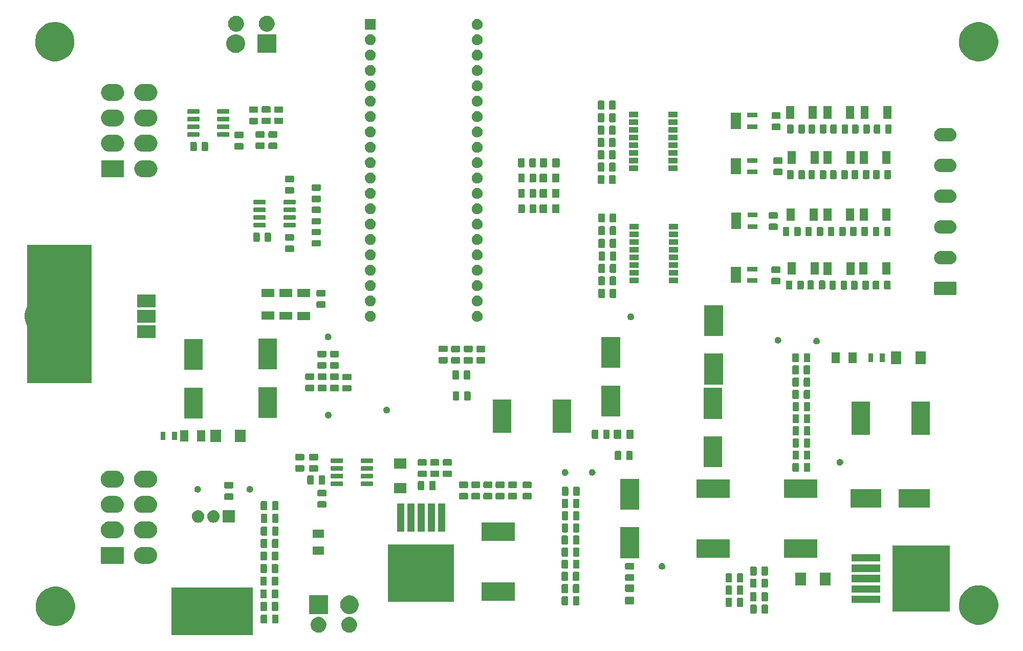
<source format=gbr>
G04 #@! TF.GenerationSoftware,KiCad,Pcbnew,(5.1.5)-3*
G04 #@! TF.CreationDate,2020-09-18T03:23:34-03:00*
G04 #@! TF.ProjectId,Main ECU,4d61696e-2045-4435-952e-6b696361645f,rev?*
G04 #@! TF.SameCoordinates,Original*
G04 #@! TF.FileFunction,Soldermask,Top*
G04 #@! TF.FilePolarity,Negative*
%FSLAX46Y46*%
G04 Gerber Fmt 4.6, Leading zero omitted, Abs format (unit mm)*
G04 Created by KiCad (PCBNEW (5.1.5)-3) date 2020-09-18 03:23:34*
%MOMM*%
%LPD*%
G04 APERTURE LIST*
%ADD10C,0.100000*%
G04 APERTURE END LIST*
D10*
G36*
X120650000Y-150876000D02*
G01*
X107188000Y-150876000D01*
X107188000Y-143002000D01*
X120650000Y-143002000D01*
X120650000Y-150876000D01*
G37*
G36*
X136954207Y-147898496D02*
G01*
X137190973Y-147996568D01*
X137190975Y-147996569D01*
X137293992Y-148065403D01*
X137404059Y-148138947D01*
X137585273Y-148320161D01*
X137727652Y-148533247D01*
X137825724Y-148770013D01*
X137875720Y-149021361D01*
X137875720Y-149277639D01*
X137825724Y-149528987D01*
X137759436Y-149689020D01*
X137727651Y-149765755D01*
X137585273Y-149978839D01*
X137404059Y-150160053D01*
X137190975Y-150302431D01*
X137190974Y-150302432D01*
X137190973Y-150302432D01*
X136954207Y-150400504D01*
X136702859Y-150450500D01*
X136446581Y-150450500D01*
X136195233Y-150400504D01*
X135958467Y-150302432D01*
X135958466Y-150302432D01*
X135958465Y-150302431D01*
X135745381Y-150160053D01*
X135564167Y-149978839D01*
X135421789Y-149765755D01*
X135390004Y-149689020D01*
X135323716Y-149528987D01*
X135273720Y-149277639D01*
X135273720Y-149021361D01*
X135323716Y-148770013D01*
X135421788Y-148533247D01*
X135564167Y-148320161D01*
X135745381Y-148138947D01*
X135855448Y-148065403D01*
X135958465Y-147996569D01*
X135958467Y-147996568D01*
X136195233Y-147898496D01*
X136446581Y-147848500D01*
X136702859Y-147848500D01*
X136954207Y-147898496D01*
G37*
G36*
X131874207Y-147898496D02*
G01*
X132110973Y-147996568D01*
X132110975Y-147996569D01*
X132213992Y-148065403D01*
X132324059Y-148138947D01*
X132505273Y-148320161D01*
X132647652Y-148533247D01*
X132745724Y-148770013D01*
X132795720Y-149021361D01*
X132795720Y-149277639D01*
X132745724Y-149528987D01*
X132679436Y-149689020D01*
X132647651Y-149765755D01*
X132505273Y-149978839D01*
X132324059Y-150160053D01*
X132110975Y-150302431D01*
X132110974Y-150302432D01*
X132110973Y-150302432D01*
X131874207Y-150400504D01*
X131622859Y-150450500D01*
X131366581Y-150450500D01*
X131115233Y-150400504D01*
X130878467Y-150302432D01*
X130878466Y-150302432D01*
X130878465Y-150302431D01*
X130665381Y-150160053D01*
X130484167Y-149978839D01*
X130341789Y-149765755D01*
X130310004Y-149689020D01*
X130243716Y-149528987D01*
X130193720Y-149277639D01*
X130193720Y-149021361D01*
X130243716Y-148770013D01*
X130341788Y-148533247D01*
X130484167Y-148320161D01*
X130665381Y-148138947D01*
X130775448Y-148065403D01*
X130878465Y-147996569D01*
X130878467Y-147996568D01*
X131115233Y-147898496D01*
X131366581Y-147848500D01*
X131622859Y-147848500D01*
X131874207Y-147898496D01*
G37*
G36*
X88609220Y-142915468D02*
G01*
X88923263Y-142977935D01*
X89514907Y-143223002D01*
X89862104Y-143454992D01*
X90047372Y-143578784D01*
X90500198Y-144031610D01*
X90526779Y-144071392D01*
X90855980Y-144564075D01*
X91101047Y-145155719D01*
X91122117Y-145261644D01*
X91225981Y-145783804D01*
X91225981Y-146424198D01*
X91191161Y-146599250D01*
X91101047Y-147052283D01*
X90855980Y-147643927D01*
X90651678Y-147949686D01*
X90500198Y-148176392D01*
X90047372Y-148629218D01*
X89968303Y-148682050D01*
X89514907Y-148985000D01*
X88923263Y-149230067D01*
X88684112Y-149277637D01*
X88295178Y-149355001D01*
X87654784Y-149355001D01*
X87265850Y-149277637D01*
X87026699Y-149230067D01*
X86435055Y-148985000D01*
X85981659Y-148682050D01*
X85902590Y-148629218D01*
X85449764Y-148176392D01*
X85298284Y-147949686D01*
X85093982Y-147643927D01*
X84848915Y-147052283D01*
X84758801Y-146599250D01*
X84723981Y-146424198D01*
X84723981Y-145783804D01*
X84827845Y-145261644D01*
X84848915Y-145155719D01*
X85093982Y-144564075D01*
X85423183Y-144071392D01*
X85449764Y-144031610D01*
X85902590Y-143578784D01*
X86087858Y-143454992D01*
X86435055Y-143223002D01*
X87026699Y-142977935D01*
X87340742Y-142915468D01*
X87654784Y-142853001D01*
X88295178Y-142853001D01*
X88609220Y-142915468D01*
G37*
G36*
X241241781Y-142693076D02*
G01*
X241648282Y-142773934D01*
X242239926Y-143019001D01*
X242666477Y-143304014D01*
X242772391Y-143374783D01*
X243225217Y-143827609D01*
X243270649Y-143895603D01*
X243580999Y-144360074D01*
X243826066Y-144951718D01*
X243883925Y-145242594D01*
X243951000Y-145579803D01*
X243951000Y-146220197D01*
X243916926Y-146391497D01*
X243826066Y-146848282D01*
X243580999Y-147439926D01*
X243225216Y-147972392D01*
X242772392Y-148425216D01*
X242239926Y-148780999D01*
X241648282Y-149026066D01*
X241334239Y-149088533D01*
X241020197Y-149151000D01*
X240379803Y-149151000D01*
X240065761Y-149088533D01*
X239751718Y-149026066D01*
X239160074Y-148780999D01*
X238627608Y-148425216D01*
X238174784Y-147972392D01*
X237819001Y-147439926D01*
X237573934Y-146848282D01*
X237483074Y-146391497D01*
X237449000Y-146220197D01*
X237449000Y-145579803D01*
X237516075Y-145242594D01*
X237573934Y-144951718D01*
X237819001Y-144360074D01*
X238129351Y-143895603D01*
X238174783Y-143827609D01*
X238627609Y-143374783D01*
X238733523Y-143304014D01*
X239160074Y-143019001D01*
X239751718Y-142773934D01*
X240158219Y-142693076D01*
X240379803Y-142649000D01*
X241020197Y-142649000D01*
X241241781Y-142693076D01*
G37*
G36*
X122842688Y-147453865D02*
G01*
X122881358Y-147465596D01*
X122916997Y-147484646D01*
X122948237Y-147510283D01*
X122973874Y-147541523D01*
X122992924Y-147577162D01*
X123004655Y-147615832D01*
X123009220Y-147662188D01*
X123009220Y-148738412D01*
X123004655Y-148784768D01*
X122992924Y-148823438D01*
X122973874Y-148859077D01*
X122948237Y-148890317D01*
X122916997Y-148915954D01*
X122881358Y-148935004D01*
X122842688Y-148946735D01*
X122796332Y-148951300D01*
X122145108Y-148951300D01*
X122098752Y-148946735D01*
X122060082Y-148935004D01*
X122024443Y-148915954D01*
X121993203Y-148890317D01*
X121967566Y-148859077D01*
X121948516Y-148823438D01*
X121936785Y-148784768D01*
X121932220Y-148738412D01*
X121932220Y-147662188D01*
X121936785Y-147615832D01*
X121948516Y-147577162D01*
X121967566Y-147541523D01*
X121993203Y-147510283D01*
X122024443Y-147484646D01*
X122060082Y-147465596D01*
X122098752Y-147453865D01*
X122145108Y-147449300D01*
X122796332Y-147449300D01*
X122842688Y-147453865D01*
G37*
G36*
X124717688Y-147453865D02*
G01*
X124756358Y-147465596D01*
X124791997Y-147484646D01*
X124823237Y-147510283D01*
X124848874Y-147541523D01*
X124867924Y-147577162D01*
X124879655Y-147615832D01*
X124884220Y-147662188D01*
X124884220Y-148738412D01*
X124879655Y-148784768D01*
X124867924Y-148823438D01*
X124848874Y-148859077D01*
X124823237Y-148890317D01*
X124791997Y-148915954D01*
X124756358Y-148935004D01*
X124717688Y-148946735D01*
X124671332Y-148951300D01*
X124020108Y-148951300D01*
X123973752Y-148946735D01*
X123935082Y-148935004D01*
X123899443Y-148915954D01*
X123868203Y-148890317D01*
X123842566Y-148859077D01*
X123823516Y-148823438D01*
X123811785Y-148784768D01*
X123807220Y-148738412D01*
X123807220Y-147662188D01*
X123811785Y-147615832D01*
X123823516Y-147577162D01*
X123842566Y-147541523D01*
X123868203Y-147510283D01*
X123899443Y-147484646D01*
X123935082Y-147465596D01*
X123973752Y-147453865D01*
X124020108Y-147449300D01*
X124671332Y-147449300D01*
X124717688Y-147453865D01*
G37*
G36*
X133045720Y-147398500D02*
G01*
X129943720Y-147398500D01*
X129943720Y-144296500D01*
X133045720Y-144296500D01*
X133045720Y-147398500D01*
G37*
G36*
X136924305Y-144326302D02*
G01*
X137074130Y-144356104D01*
X137356394Y-144473021D01*
X137610425Y-144642759D01*
X137826461Y-144858795D01*
X137996199Y-145112826D01*
X138113116Y-145395090D01*
X138172720Y-145694740D01*
X138172720Y-146000260D01*
X138113116Y-146299910D01*
X137996199Y-146582174D01*
X137826461Y-146836205D01*
X137610425Y-147052241D01*
X137356394Y-147221979D01*
X137074130Y-147338896D01*
X136954519Y-147362688D01*
X136774481Y-147398500D01*
X136468959Y-147398500D01*
X136288921Y-147362688D01*
X136169310Y-147338896D01*
X135887046Y-147221979D01*
X135633015Y-147052241D01*
X135416979Y-146836205D01*
X135247241Y-146582174D01*
X135130324Y-146299910D01*
X135070720Y-146000260D01*
X135070720Y-145694740D01*
X135130324Y-145395090D01*
X135247241Y-145112826D01*
X135416979Y-144858795D01*
X135633015Y-144642759D01*
X135887046Y-144473021D01*
X136169310Y-144356104D01*
X136319135Y-144326302D01*
X136468959Y-144296500D01*
X136774481Y-144296500D01*
X136924305Y-144326302D01*
G37*
G36*
X205695528Y-145817585D02*
G01*
X205734198Y-145829316D01*
X205769837Y-145848366D01*
X205801077Y-145874003D01*
X205826714Y-145905243D01*
X205845764Y-145940882D01*
X205857495Y-145979552D01*
X205862060Y-146025908D01*
X205862060Y-147102132D01*
X205857495Y-147148488D01*
X205845764Y-147187158D01*
X205826714Y-147222797D01*
X205801077Y-147254037D01*
X205769837Y-147279674D01*
X205734198Y-147298724D01*
X205695528Y-147310455D01*
X205649172Y-147315020D01*
X204997948Y-147315020D01*
X204951592Y-147310455D01*
X204912922Y-147298724D01*
X204877283Y-147279674D01*
X204846043Y-147254037D01*
X204820406Y-147222797D01*
X204801356Y-147187158D01*
X204789625Y-147148488D01*
X204785060Y-147102132D01*
X204785060Y-146025908D01*
X204789625Y-145979552D01*
X204801356Y-145940882D01*
X204820406Y-145905243D01*
X204846043Y-145874003D01*
X204877283Y-145848366D01*
X204912922Y-145829316D01*
X204951592Y-145817585D01*
X204997948Y-145813020D01*
X205649172Y-145813020D01*
X205695528Y-145817585D01*
G37*
G36*
X203820528Y-145817585D02*
G01*
X203859198Y-145829316D01*
X203894837Y-145848366D01*
X203926077Y-145874003D01*
X203951714Y-145905243D01*
X203970764Y-145940882D01*
X203982495Y-145979552D01*
X203987060Y-146025908D01*
X203987060Y-147102132D01*
X203982495Y-147148488D01*
X203970764Y-147187158D01*
X203951714Y-147222797D01*
X203926077Y-147254037D01*
X203894837Y-147279674D01*
X203859198Y-147298724D01*
X203820528Y-147310455D01*
X203774172Y-147315020D01*
X203122948Y-147315020D01*
X203076592Y-147310455D01*
X203037922Y-147298724D01*
X203002283Y-147279674D01*
X202971043Y-147254037D01*
X202945406Y-147222797D01*
X202926356Y-147187158D01*
X202914625Y-147148488D01*
X202910060Y-147102132D01*
X202910060Y-146025908D01*
X202914625Y-145979552D01*
X202926356Y-145940882D01*
X202945406Y-145905243D01*
X202971043Y-145874003D01*
X203002283Y-145848366D01*
X203037922Y-145829316D01*
X203076592Y-145817585D01*
X203122948Y-145813020D01*
X203774172Y-145813020D01*
X203820528Y-145817585D01*
G37*
G36*
X235953340Y-146964340D02*
G01*
X226451340Y-146964340D01*
X226451340Y-136062340D01*
X235953340Y-136062340D01*
X235953340Y-146964340D01*
G37*
G36*
X124677048Y-145371065D02*
G01*
X124715718Y-145382796D01*
X124751357Y-145401846D01*
X124782597Y-145427483D01*
X124808234Y-145458723D01*
X124827284Y-145494362D01*
X124839015Y-145533032D01*
X124843580Y-145579388D01*
X124843580Y-146655612D01*
X124839015Y-146701968D01*
X124827284Y-146740638D01*
X124808234Y-146776277D01*
X124782597Y-146807517D01*
X124751357Y-146833154D01*
X124715718Y-146852204D01*
X124677048Y-146863935D01*
X124630692Y-146868500D01*
X123979468Y-146868500D01*
X123933112Y-146863935D01*
X123894442Y-146852204D01*
X123858803Y-146833154D01*
X123827563Y-146807517D01*
X123801926Y-146776277D01*
X123782876Y-146740638D01*
X123771145Y-146701968D01*
X123766580Y-146655612D01*
X123766580Y-145579388D01*
X123771145Y-145533032D01*
X123782876Y-145494362D01*
X123801926Y-145458723D01*
X123827563Y-145427483D01*
X123858803Y-145401846D01*
X123894442Y-145382796D01*
X123933112Y-145371065D01*
X123979468Y-145366500D01*
X124630692Y-145366500D01*
X124677048Y-145371065D01*
G37*
G36*
X122802048Y-145371065D02*
G01*
X122840718Y-145382796D01*
X122876357Y-145401846D01*
X122907597Y-145427483D01*
X122933234Y-145458723D01*
X122952284Y-145494362D01*
X122964015Y-145533032D01*
X122968580Y-145579388D01*
X122968580Y-146655612D01*
X122964015Y-146701968D01*
X122952284Y-146740638D01*
X122933234Y-146776277D01*
X122907597Y-146807517D01*
X122876357Y-146833154D01*
X122840718Y-146852204D01*
X122802048Y-146863935D01*
X122755692Y-146868500D01*
X122104468Y-146868500D01*
X122058112Y-146863935D01*
X122019442Y-146852204D01*
X121983803Y-146833154D01*
X121952563Y-146807517D01*
X121926926Y-146776277D01*
X121907876Y-146740638D01*
X121896145Y-146701968D01*
X121891580Y-146655612D01*
X121891580Y-145579388D01*
X121896145Y-145533032D01*
X121907876Y-145494362D01*
X121926926Y-145458723D01*
X121952563Y-145427483D01*
X121983803Y-145401846D01*
X122019442Y-145382796D01*
X122058112Y-145371065D01*
X122104468Y-145366500D01*
X122755692Y-145366500D01*
X122802048Y-145371065D01*
G37*
G36*
X201606368Y-144703185D02*
G01*
X201645038Y-144714916D01*
X201680677Y-144733966D01*
X201711917Y-144759603D01*
X201737554Y-144790843D01*
X201756604Y-144826482D01*
X201768335Y-144865152D01*
X201772900Y-144911508D01*
X201772900Y-145987732D01*
X201768335Y-146034088D01*
X201756604Y-146072758D01*
X201737554Y-146108397D01*
X201711917Y-146139637D01*
X201680677Y-146165274D01*
X201645038Y-146184324D01*
X201606368Y-146196055D01*
X201560012Y-146200620D01*
X200908788Y-146200620D01*
X200862432Y-146196055D01*
X200823762Y-146184324D01*
X200788123Y-146165274D01*
X200756883Y-146139637D01*
X200731246Y-146108397D01*
X200712196Y-146072758D01*
X200700465Y-146034088D01*
X200695900Y-145987732D01*
X200695900Y-144911508D01*
X200700465Y-144865152D01*
X200712196Y-144826482D01*
X200731246Y-144790843D01*
X200756883Y-144759603D01*
X200788123Y-144733966D01*
X200823762Y-144714916D01*
X200862432Y-144703185D01*
X200908788Y-144698620D01*
X201560012Y-144698620D01*
X201606368Y-144703185D01*
G37*
G36*
X199731368Y-144703185D02*
G01*
X199770038Y-144714916D01*
X199805677Y-144733966D01*
X199836917Y-144759603D01*
X199862554Y-144790843D01*
X199881604Y-144826482D01*
X199893335Y-144865152D01*
X199897900Y-144911508D01*
X199897900Y-145987732D01*
X199893335Y-146034088D01*
X199881604Y-146072758D01*
X199862554Y-146108397D01*
X199836917Y-146139637D01*
X199805677Y-146165274D01*
X199770038Y-146184324D01*
X199731368Y-146196055D01*
X199685012Y-146200620D01*
X199033788Y-146200620D01*
X198987432Y-146196055D01*
X198948762Y-146184324D01*
X198913123Y-146165274D01*
X198881883Y-146139637D01*
X198856246Y-146108397D01*
X198837196Y-146072758D01*
X198825465Y-146034088D01*
X198820900Y-145987732D01*
X198820900Y-144911508D01*
X198825465Y-144865152D01*
X198837196Y-144826482D01*
X198856246Y-144790843D01*
X198881883Y-144759603D01*
X198913123Y-144733966D01*
X198948762Y-144714916D01*
X198987432Y-144703185D01*
X199033788Y-144698620D01*
X199685012Y-144698620D01*
X199731368Y-144703185D01*
G37*
G36*
X172631488Y-144424505D02*
G01*
X172670158Y-144436236D01*
X172705797Y-144455286D01*
X172737037Y-144480923D01*
X172762674Y-144512163D01*
X172781724Y-144547802D01*
X172793455Y-144586472D01*
X172798020Y-144632828D01*
X172798020Y-145709052D01*
X172793455Y-145755408D01*
X172781724Y-145794078D01*
X172762674Y-145829717D01*
X172737037Y-145860957D01*
X172705797Y-145886594D01*
X172670158Y-145905644D01*
X172631488Y-145917375D01*
X172585132Y-145921940D01*
X171933908Y-145921940D01*
X171887552Y-145917375D01*
X171848882Y-145905644D01*
X171813243Y-145886594D01*
X171782003Y-145860957D01*
X171756366Y-145829717D01*
X171737316Y-145794078D01*
X171725585Y-145755408D01*
X171721020Y-145709052D01*
X171721020Y-144632828D01*
X171725585Y-144586472D01*
X171737316Y-144547802D01*
X171756366Y-144512163D01*
X171782003Y-144480923D01*
X171813243Y-144455286D01*
X171848882Y-144436236D01*
X171887552Y-144424505D01*
X171933908Y-144419940D01*
X172585132Y-144419940D01*
X172631488Y-144424505D01*
G37*
G36*
X174506488Y-144424505D02*
G01*
X174545158Y-144436236D01*
X174580797Y-144455286D01*
X174612037Y-144480923D01*
X174637674Y-144512163D01*
X174656724Y-144547802D01*
X174668455Y-144586472D01*
X174673020Y-144632828D01*
X174673020Y-145709052D01*
X174668455Y-145755408D01*
X174656724Y-145794078D01*
X174637674Y-145829717D01*
X174612037Y-145860957D01*
X174580797Y-145886594D01*
X174545158Y-145905644D01*
X174506488Y-145917375D01*
X174460132Y-145921940D01*
X173808908Y-145921940D01*
X173762552Y-145917375D01*
X173723882Y-145905644D01*
X173688243Y-145886594D01*
X173657003Y-145860957D01*
X173631366Y-145829717D01*
X173612316Y-145794078D01*
X173600585Y-145755408D01*
X173596020Y-145709052D01*
X173596020Y-144632828D01*
X173600585Y-144586472D01*
X173612316Y-144547802D01*
X173631366Y-144512163D01*
X173657003Y-144480923D01*
X173688243Y-144455286D01*
X173723882Y-144436236D01*
X173762552Y-144424505D01*
X173808908Y-144419940D01*
X174460132Y-144419940D01*
X174506488Y-144424505D01*
G37*
G36*
X183559614Y-144522845D02*
G01*
X183597307Y-144534279D01*
X183632043Y-144552846D01*
X183662488Y-144577832D01*
X183687474Y-144608277D01*
X183706041Y-144643013D01*
X183717475Y-144680706D01*
X183721940Y-144726041D01*
X183721940Y-145562719D01*
X183717475Y-145608054D01*
X183706041Y-145645747D01*
X183687474Y-145680483D01*
X183662488Y-145710928D01*
X183632043Y-145735914D01*
X183597307Y-145754481D01*
X183559614Y-145765915D01*
X183514279Y-145770380D01*
X182427601Y-145770380D01*
X182382266Y-145765915D01*
X182344573Y-145754481D01*
X182309837Y-145735914D01*
X182279392Y-145710928D01*
X182254406Y-145680483D01*
X182235839Y-145645747D01*
X182224405Y-145608054D01*
X182219940Y-145562719D01*
X182219940Y-144726041D01*
X182224405Y-144680706D01*
X182235839Y-144643013D01*
X182254406Y-144608277D01*
X182279392Y-144577832D01*
X182309837Y-144552846D01*
X182344573Y-144534279D01*
X182382266Y-144522845D01*
X182427601Y-144518380D01*
X183514279Y-144518380D01*
X183559614Y-144522845D01*
G37*
G36*
X224403340Y-145514340D02*
G01*
X219701340Y-145514340D01*
X219701340Y-144312340D01*
X224403340Y-144312340D01*
X224403340Y-145514340D01*
G37*
G36*
X153918580Y-145341660D02*
G01*
X143016580Y-145341660D01*
X143016580Y-135839660D01*
X153918580Y-135839660D01*
X153918580Y-145341660D01*
G37*
G36*
X203815448Y-143780505D02*
G01*
X203854118Y-143792236D01*
X203889757Y-143811286D01*
X203920997Y-143836923D01*
X203946634Y-143868163D01*
X203965684Y-143903802D01*
X203977415Y-143942472D01*
X203981980Y-143988828D01*
X203981980Y-145065052D01*
X203977415Y-145111408D01*
X203965684Y-145150078D01*
X203946634Y-145185717D01*
X203920997Y-145216957D01*
X203889757Y-145242594D01*
X203854118Y-145261644D01*
X203815448Y-145273375D01*
X203769092Y-145277940D01*
X203117868Y-145277940D01*
X203071512Y-145273375D01*
X203032842Y-145261644D01*
X202997203Y-145242594D01*
X202965963Y-145216957D01*
X202940326Y-145185717D01*
X202921276Y-145150078D01*
X202909545Y-145111408D01*
X202904980Y-145065052D01*
X202904980Y-143988828D01*
X202909545Y-143942472D01*
X202921276Y-143903802D01*
X202940326Y-143868163D01*
X202965963Y-143836923D01*
X202997203Y-143811286D01*
X203032842Y-143792236D01*
X203071512Y-143780505D01*
X203117868Y-143775940D01*
X203769092Y-143775940D01*
X203815448Y-143780505D01*
G37*
G36*
X205690448Y-143780505D02*
G01*
X205729118Y-143792236D01*
X205764757Y-143811286D01*
X205795997Y-143836923D01*
X205821634Y-143868163D01*
X205840684Y-143903802D01*
X205852415Y-143942472D01*
X205856980Y-143988828D01*
X205856980Y-145065052D01*
X205852415Y-145111408D01*
X205840684Y-145150078D01*
X205821634Y-145185717D01*
X205795997Y-145216957D01*
X205764757Y-145242594D01*
X205729118Y-145261644D01*
X205690448Y-145273375D01*
X205644092Y-145277940D01*
X204992868Y-145277940D01*
X204946512Y-145273375D01*
X204907842Y-145261644D01*
X204872203Y-145242594D01*
X204840963Y-145216957D01*
X204815326Y-145185717D01*
X204796276Y-145150078D01*
X204784545Y-145111408D01*
X204779980Y-145065052D01*
X204779980Y-143988828D01*
X204784545Y-143942472D01*
X204796276Y-143903802D01*
X204815326Y-143868163D01*
X204840963Y-143836923D01*
X204872203Y-143811286D01*
X204907842Y-143792236D01*
X204946512Y-143780505D01*
X204992868Y-143775940D01*
X205644092Y-143775940D01*
X205690448Y-143780505D01*
G37*
G36*
X164004940Y-145165260D02*
G01*
X158502940Y-145165260D01*
X158502940Y-142163260D01*
X164004940Y-142163260D01*
X164004940Y-145165260D01*
G37*
G36*
X122786808Y-143293345D02*
G01*
X122825478Y-143305076D01*
X122861117Y-143324126D01*
X122892357Y-143349763D01*
X122917994Y-143381003D01*
X122937044Y-143416642D01*
X122948775Y-143455312D01*
X122953340Y-143501668D01*
X122953340Y-144577892D01*
X122948775Y-144624248D01*
X122937044Y-144662918D01*
X122917994Y-144698557D01*
X122892357Y-144729797D01*
X122861117Y-144755434D01*
X122825478Y-144774484D01*
X122786808Y-144786215D01*
X122740452Y-144790780D01*
X122089228Y-144790780D01*
X122042872Y-144786215D01*
X122004202Y-144774484D01*
X121968563Y-144755434D01*
X121937323Y-144729797D01*
X121911686Y-144698557D01*
X121892636Y-144662918D01*
X121880905Y-144624248D01*
X121876340Y-144577892D01*
X121876340Y-143501668D01*
X121880905Y-143455312D01*
X121892636Y-143416642D01*
X121911686Y-143381003D01*
X121937323Y-143349763D01*
X121968563Y-143324126D01*
X122004202Y-143305076D01*
X122042872Y-143293345D01*
X122089228Y-143288780D01*
X122740452Y-143288780D01*
X122786808Y-143293345D01*
G37*
G36*
X124661808Y-143293345D02*
G01*
X124700478Y-143305076D01*
X124736117Y-143324126D01*
X124767357Y-143349763D01*
X124792994Y-143381003D01*
X124812044Y-143416642D01*
X124823775Y-143455312D01*
X124828340Y-143501668D01*
X124828340Y-144577892D01*
X124823775Y-144624248D01*
X124812044Y-144662918D01*
X124792994Y-144698557D01*
X124767357Y-144729797D01*
X124736117Y-144755434D01*
X124700478Y-144774484D01*
X124661808Y-144786215D01*
X124615452Y-144790780D01*
X123964228Y-144790780D01*
X123917872Y-144786215D01*
X123879202Y-144774484D01*
X123843563Y-144755434D01*
X123812323Y-144729797D01*
X123786686Y-144698557D01*
X123767636Y-144662918D01*
X123755905Y-144624248D01*
X123751340Y-144577892D01*
X123751340Y-143501668D01*
X123755905Y-143455312D01*
X123767636Y-143416642D01*
X123786686Y-143381003D01*
X123812323Y-143349763D01*
X123843563Y-143324126D01*
X123879202Y-143305076D01*
X123917872Y-143293345D01*
X123964228Y-143288780D01*
X124615452Y-143288780D01*
X124661808Y-143293345D01*
G37*
G36*
X201606368Y-142681345D02*
G01*
X201645038Y-142693076D01*
X201680677Y-142712126D01*
X201711917Y-142737763D01*
X201737554Y-142769003D01*
X201756604Y-142804642D01*
X201768335Y-142843312D01*
X201772900Y-142889668D01*
X201772900Y-143965892D01*
X201768335Y-144012248D01*
X201756604Y-144050918D01*
X201737554Y-144086557D01*
X201711917Y-144117797D01*
X201680677Y-144143434D01*
X201645038Y-144162484D01*
X201606368Y-144174215D01*
X201560012Y-144178780D01*
X200908788Y-144178780D01*
X200862432Y-144174215D01*
X200823762Y-144162484D01*
X200788123Y-144143434D01*
X200756883Y-144117797D01*
X200731246Y-144086557D01*
X200712196Y-144050918D01*
X200700465Y-144012248D01*
X200695900Y-143965892D01*
X200695900Y-142889668D01*
X200700465Y-142843312D01*
X200712196Y-142804642D01*
X200731246Y-142769003D01*
X200756883Y-142737763D01*
X200788123Y-142712126D01*
X200823762Y-142693076D01*
X200862432Y-142681345D01*
X200908788Y-142676780D01*
X201560012Y-142676780D01*
X201606368Y-142681345D01*
G37*
G36*
X199731368Y-142681345D02*
G01*
X199770038Y-142693076D01*
X199805677Y-142712126D01*
X199836917Y-142737763D01*
X199862554Y-142769003D01*
X199881604Y-142804642D01*
X199893335Y-142843312D01*
X199897900Y-142889668D01*
X199897900Y-143965892D01*
X199893335Y-144012248D01*
X199881604Y-144050918D01*
X199862554Y-144086557D01*
X199836917Y-144117797D01*
X199805677Y-144143434D01*
X199770038Y-144162484D01*
X199731368Y-144174215D01*
X199685012Y-144178780D01*
X199033788Y-144178780D01*
X198987432Y-144174215D01*
X198948762Y-144162484D01*
X198913123Y-144143434D01*
X198881883Y-144117797D01*
X198856246Y-144086557D01*
X198837196Y-144050918D01*
X198825465Y-144012248D01*
X198820900Y-143965892D01*
X198820900Y-142889668D01*
X198825465Y-142843312D01*
X198837196Y-142804642D01*
X198856246Y-142769003D01*
X198881883Y-142737763D01*
X198913123Y-142712126D01*
X198948762Y-142693076D01*
X198987432Y-142681345D01*
X199033788Y-142676780D01*
X199685012Y-142676780D01*
X199731368Y-142681345D01*
G37*
G36*
X172621328Y-142417905D02*
G01*
X172659998Y-142429636D01*
X172695637Y-142448686D01*
X172726877Y-142474323D01*
X172752514Y-142505563D01*
X172771564Y-142541202D01*
X172783295Y-142579872D01*
X172787860Y-142626228D01*
X172787860Y-143702452D01*
X172783295Y-143748808D01*
X172771564Y-143787478D01*
X172752514Y-143823117D01*
X172726877Y-143854357D01*
X172695637Y-143879994D01*
X172659998Y-143899044D01*
X172621328Y-143910775D01*
X172574972Y-143915340D01*
X171923748Y-143915340D01*
X171877392Y-143910775D01*
X171838722Y-143899044D01*
X171803083Y-143879994D01*
X171771843Y-143854357D01*
X171746206Y-143823117D01*
X171727156Y-143787478D01*
X171715425Y-143748808D01*
X171710860Y-143702452D01*
X171710860Y-142626228D01*
X171715425Y-142579872D01*
X171727156Y-142541202D01*
X171746206Y-142505563D01*
X171771843Y-142474323D01*
X171803083Y-142448686D01*
X171838722Y-142429636D01*
X171877392Y-142417905D01*
X171923748Y-142413340D01*
X172574972Y-142413340D01*
X172621328Y-142417905D01*
G37*
G36*
X174496328Y-142417905D02*
G01*
X174534998Y-142429636D01*
X174570637Y-142448686D01*
X174601877Y-142474323D01*
X174627514Y-142505563D01*
X174646564Y-142541202D01*
X174658295Y-142579872D01*
X174662860Y-142626228D01*
X174662860Y-143702452D01*
X174658295Y-143748808D01*
X174646564Y-143787478D01*
X174627514Y-143823117D01*
X174601877Y-143854357D01*
X174570637Y-143879994D01*
X174534998Y-143899044D01*
X174496328Y-143910775D01*
X174449972Y-143915340D01*
X173798748Y-143915340D01*
X173752392Y-143910775D01*
X173713722Y-143899044D01*
X173678083Y-143879994D01*
X173646843Y-143854357D01*
X173621206Y-143823117D01*
X173602156Y-143787478D01*
X173590425Y-143748808D01*
X173585860Y-143702452D01*
X173585860Y-142626228D01*
X173590425Y-142579872D01*
X173602156Y-142541202D01*
X173621206Y-142505563D01*
X173646843Y-142474323D01*
X173678083Y-142448686D01*
X173713722Y-142429636D01*
X173752392Y-142417905D01*
X173798748Y-142413340D01*
X174449972Y-142413340D01*
X174496328Y-142417905D01*
G37*
G36*
X224403340Y-143814340D02*
G01*
X219701340Y-143814340D01*
X219701340Y-142612340D01*
X224403340Y-142612340D01*
X224403340Y-143814340D01*
G37*
G36*
X183559614Y-142472845D02*
G01*
X183597307Y-142484279D01*
X183632043Y-142502846D01*
X183662488Y-142527832D01*
X183687474Y-142558277D01*
X183706041Y-142593013D01*
X183717475Y-142630706D01*
X183721940Y-142676041D01*
X183721940Y-143512719D01*
X183717475Y-143558054D01*
X183706041Y-143595747D01*
X183687474Y-143630483D01*
X183662488Y-143660928D01*
X183632043Y-143685914D01*
X183597307Y-143704481D01*
X183559614Y-143715915D01*
X183514279Y-143720380D01*
X182427601Y-143720380D01*
X182382266Y-143715915D01*
X182344573Y-143704481D01*
X182309837Y-143685914D01*
X182279392Y-143660928D01*
X182254406Y-143630483D01*
X182235839Y-143595747D01*
X182224405Y-143558054D01*
X182219940Y-143512719D01*
X182219940Y-142676041D01*
X182224405Y-142630706D01*
X182235839Y-142593013D01*
X182254406Y-142558277D01*
X182279392Y-142527832D01*
X182309837Y-142502846D01*
X182344573Y-142484279D01*
X182382266Y-142472845D01*
X182427601Y-142468380D01*
X183514279Y-142468380D01*
X183559614Y-142472845D01*
G37*
G36*
X203810368Y-141514825D02*
G01*
X203849038Y-141526556D01*
X203884677Y-141545606D01*
X203915917Y-141571243D01*
X203941554Y-141602483D01*
X203960604Y-141638122D01*
X203972335Y-141676792D01*
X203976900Y-141723148D01*
X203976900Y-142799372D01*
X203972335Y-142845728D01*
X203960604Y-142884398D01*
X203941554Y-142920037D01*
X203915917Y-142951277D01*
X203884677Y-142976914D01*
X203849038Y-142995964D01*
X203810368Y-143007695D01*
X203764012Y-143012260D01*
X203112788Y-143012260D01*
X203066432Y-143007695D01*
X203027762Y-142995964D01*
X202992123Y-142976914D01*
X202960883Y-142951277D01*
X202935246Y-142920037D01*
X202916196Y-142884398D01*
X202904465Y-142845728D01*
X202899900Y-142799372D01*
X202899900Y-141723148D01*
X202904465Y-141676792D01*
X202916196Y-141638122D01*
X202935246Y-141602483D01*
X202960883Y-141571243D01*
X202992123Y-141545606D01*
X203027762Y-141526556D01*
X203066432Y-141514825D01*
X203112788Y-141510260D01*
X203764012Y-141510260D01*
X203810368Y-141514825D01*
G37*
G36*
X205685368Y-141514825D02*
G01*
X205724038Y-141526556D01*
X205759677Y-141545606D01*
X205790917Y-141571243D01*
X205816554Y-141602483D01*
X205835604Y-141638122D01*
X205847335Y-141676792D01*
X205851900Y-141723148D01*
X205851900Y-142799372D01*
X205847335Y-142845728D01*
X205835604Y-142884398D01*
X205816554Y-142920037D01*
X205790917Y-142951277D01*
X205759677Y-142976914D01*
X205724038Y-142995964D01*
X205685368Y-143007695D01*
X205639012Y-143012260D01*
X204987788Y-143012260D01*
X204941432Y-143007695D01*
X204902762Y-142995964D01*
X204867123Y-142976914D01*
X204835883Y-142951277D01*
X204810246Y-142920037D01*
X204791196Y-142884398D01*
X204779465Y-142845728D01*
X204774900Y-142799372D01*
X204774900Y-141723148D01*
X204779465Y-141676792D01*
X204791196Y-141638122D01*
X204810246Y-141602483D01*
X204835883Y-141571243D01*
X204867123Y-141545606D01*
X204902762Y-141526556D01*
X204941432Y-141514825D01*
X204987788Y-141510260D01*
X205639012Y-141510260D01*
X205685368Y-141514825D01*
G37*
G36*
X122786808Y-141180065D02*
G01*
X122825478Y-141191796D01*
X122861117Y-141210846D01*
X122892357Y-141236483D01*
X122917994Y-141267723D01*
X122937044Y-141303362D01*
X122948775Y-141342032D01*
X122953340Y-141388388D01*
X122953340Y-142464612D01*
X122948775Y-142510968D01*
X122937044Y-142549638D01*
X122917994Y-142585277D01*
X122892357Y-142616517D01*
X122861117Y-142642154D01*
X122825478Y-142661204D01*
X122786808Y-142672935D01*
X122740452Y-142677500D01*
X122089228Y-142677500D01*
X122042872Y-142672935D01*
X122004202Y-142661204D01*
X121968563Y-142642154D01*
X121937323Y-142616517D01*
X121911686Y-142585277D01*
X121892636Y-142549638D01*
X121880905Y-142510968D01*
X121876340Y-142464612D01*
X121876340Y-141388388D01*
X121880905Y-141342032D01*
X121892636Y-141303362D01*
X121911686Y-141267723D01*
X121937323Y-141236483D01*
X121968563Y-141210846D01*
X122004202Y-141191796D01*
X122042872Y-141180065D01*
X122089228Y-141175500D01*
X122740452Y-141175500D01*
X122786808Y-141180065D01*
G37*
G36*
X124661808Y-141180065D02*
G01*
X124700478Y-141191796D01*
X124736117Y-141210846D01*
X124767357Y-141236483D01*
X124792994Y-141267723D01*
X124812044Y-141303362D01*
X124823775Y-141342032D01*
X124828340Y-141388388D01*
X124828340Y-142464612D01*
X124823775Y-142510968D01*
X124812044Y-142549638D01*
X124792994Y-142585277D01*
X124767357Y-142616517D01*
X124736117Y-142642154D01*
X124700478Y-142661204D01*
X124661808Y-142672935D01*
X124615452Y-142677500D01*
X123964228Y-142677500D01*
X123917872Y-142672935D01*
X123879202Y-142661204D01*
X123843563Y-142642154D01*
X123812323Y-142616517D01*
X123786686Y-142585277D01*
X123767636Y-142549638D01*
X123755905Y-142510968D01*
X123751340Y-142464612D01*
X123751340Y-141388388D01*
X123755905Y-141342032D01*
X123767636Y-141303362D01*
X123786686Y-141267723D01*
X123812323Y-141236483D01*
X123843563Y-141210846D01*
X123879202Y-141191796D01*
X123917872Y-141180065D01*
X123964228Y-141175500D01*
X124615452Y-141175500D01*
X124661808Y-141180065D01*
G37*
G36*
X212119000Y-142651000D02*
G01*
X210417000Y-142651000D01*
X210417000Y-140549000D01*
X212119000Y-140549000D01*
X212119000Y-142651000D01*
G37*
G36*
X216183000Y-142651000D02*
G01*
X214481000Y-142651000D01*
X214481000Y-140549000D01*
X216183000Y-140549000D01*
X216183000Y-142651000D01*
G37*
G36*
X201606368Y-140664585D02*
G01*
X201645038Y-140676316D01*
X201680677Y-140695366D01*
X201711917Y-140721003D01*
X201737554Y-140752243D01*
X201756604Y-140787882D01*
X201768335Y-140826552D01*
X201772900Y-140872908D01*
X201772900Y-141949132D01*
X201768335Y-141995488D01*
X201756604Y-142034158D01*
X201737554Y-142069797D01*
X201711917Y-142101037D01*
X201680677Y-142126674D01*
X201645038Y-142145724D01*
X201606368Y-142157455D01*
X201560012Y-142162020D01*
X200908788Y-142162020D01*
X200862432Y-142157455D01*
X200823762Y-142145724D01*
X200788123Y-142126674D01*
X200756883Y-142101037D01*
X200731246Y-142069797D01*
X200712196Y-142034158D01*
X200700465Y-141995488D01*
X200695900Y-141949132D01*
X200695900Y-140872908D01*
X200700465Y-140826552D01*
X200712196Y-140787882D01*
X200731246Y-140752243D01*
X200756883Y-140721003D01*
X200788123Y-140695366D01*
X200823762Y-140676316D01*
X200862432Y-140664585D01*
X200908788Y-140660020D01*
X201560012Y-140660020D01*
X201606368Y-140664585D01*
G37*
G36*
X199731368Y-140664585D02*
G01*
X199770038Y-140676316D01*
X199805677Y-140695366D01*
X199836917Y-140721003D01*
X199862554Y-140752243D01*
X199881604Y-140787882D01*
X199893335Y-140826552D01*
X199897900Y-140872908D01*
X199897900Y-141949132D01*
X199893335Y-141995488D01*
X199881604Y-142034158D01*
X199862554Y-142069797D01*
X199836917Y-142101037D01*
X199805677Y-142126674D01*
X199770038Y-142145724D01*
X199731368Y-142157455D01*
X199685012Y-142162020D01*
X199033788Y-142162020D01*
X198987432Y-142157455D01*
X198948762Y-142145724D01*
X198913123Y-142126674D01*
X198881883Y-142101037D01*
X198856246Y-142069797D01*
X198837196Y-142034158D01*
X198825465Y-141995488D01*
X198820900Y-141949132D01*
X198820900Y-140872908D01*
X198825465Y-140826552D01*
X198837196Y-140787882D01*
X198856246Y-140752243D01*
X198881883Y-140721003D01*
X198913123Y-140695366D01*
X198948762Y-140676316D01*
X198987432Y-140664585D01*
X199033788Y-140660020D01*
X199685012Y-140660020D01*
X199731368Y-140664585D01*
G37*
G36*
X224403340Y-142114340D02*
G01*
X219701340Y-142114340D01*
X219701340Y-140912340D01*
X224403340Y-140912340D01*
X224403340Y-142114340D01*
G37*
G36*
X172616248Y-140401145D02*
G01*
X172654918Y-140412876D01*
X172690557Y-140431926D01*
X172721797Y-140457563D01*
X172747434Y-140488803D01*
X172766484Y-140524442D01*
X172778215Y-140563112D01*
X172782780Y-140609468D01*
X172782780Y-141685692D01*
X172778215Y-141732048D01*
X172766484Y-141770718D01*
X172747434Y-141806357D01*
X172721797Y-141837597D01*
X172690557Y-141863234D01*
X172654918Y-141882284D01*
X172616248Y-141894015D01*
X172569892Y-141898580D01*
X171918668Y-141898580D01*
X171872312Y-141894015D01*
X171833642Y-141882284D01*
X171798003Y-141863234D01*
X171766763Y-141837597D01*
X171741126Y-141806357D01*
X171722076Y-141770718D01*
X171710345Y-141732048D01*
X171705780Y-141685692D01*
X171705780Y-140609468D01*
X171710345Y-140563112D01*
X171722076Y-140524442D01*
X171741126Y-140488803D01*
X171766763Y-140457563D01*
X171798003Y-140431926D01*
X171833642Y-140412876D01*
X171872312Y-140401145D01*
X171918668Y-140396580D01*
X172569892Y-140396580D01*
X172616248Y-140401145D01*
G37*
G36*
X174491248Y-140401145D02*
G01*
X174529918Y-140412876D01*
X174565557Y-140431926D01*
X174596797Y-140457563D01*
X174622434Y-140488803D01*
X174641484Y-140524442D01*
X174653215Y-140563112D01*
X174657780Y-140609468D01*
X174657780Y-141685692D01*
X174653215Y-141732048D01*
X174641484Y-141770718D01*
X174622434Y-141806357D01*
X174596797Y-141837597D01*
X174565557Y-141863234D01*
X174529918Y-141882284D01*
X174491248Y-141894015D01*
X174444892Y-141898580D01*
X173793668Y-141898580D01*
X173747312Y-141894015D01*
X173708642Y-141882284D01*
X173673003Y-141863234D01*
X173641763Y-141837597D01*
X173616126Y-141806357D01*
X173597076Y-141770718D01*
X173585345Y-141732048D01*
X173580780Y-141685692D01*
X173580780Y-140609468D01*
X173585345Y-140563112D01*
X173597076Y-140524442D01*
X173616126Y-140488803D01*
X173641763Y-140457563D01*
X173673003Y-140431926D01*
X173708642Y-140412876D01*
X173747312Y-140401145D01*
X173793668Y-140396580D01*
X174444892Y-140396580D01*
X174491248Y-140401145D01*
G37*
G36*
X183550328Y-140814545D02*
G01*
X183588998Y-140826276D01*
X183624637Y-140845326D01*
X183655877Y-140870963D01*
X183681514Y-140902203D01*
X183700564Y-140937842D01*
X183712295Y-140976512D01*
X183716860Y-141022868D01*
X183716860Y-141674092D01*
X183712295Y-141720448D01*
X183700564Y-141759118D01*
X183681514Y-141794757D01*
X183655877Y-141825997D01*
X183624637Y-141851634D01*
X183588998Y-141870684D01*
X183550328Y-141882415D01*
X183503972Y-141886980D01*
X182427748Y-141886980D01*
X182381392Y-141882415D01*
X182342722Y-141870684D01*
X182307083Y-141851634D01*
X182275843Y-141825997D01*
X182250206Y-141794757D01*
X182231156Y-141759118D01*
X182219425Y-141720448D01*
X182214860Y-141674092D01*
X182214860Y-141022868D01*
X182219425Y-140976512D01*
X182231156Y-140937842D01*
X182250206Y-140902203D01*
X182275843Y-140870963D01*
X182307083Y-140845326D01*
X182342722Y-140826276D01*
X182381392Y-140814545D01*
X182427748Y-140809980D01*
X183503972Y-140809980D01*
X183550328Y-140814545D01*
G37*
G36*
X203820528Y-139513305D02*
G01*
X203859198Y-139525036D01*
X203894837Y-139544086D01*
X203926077Y-139569723D01*
X203951714Y-139600963D01*
X203970764Y-139636602D01*
X203982495Y-139675272D01*
X203987060Y-139721628D01*
X203987060Y-140797852D01*
X203982495Y-140844208D01*
X203970764Y-140882878D01*
X203951714Y-140918517D01*
X203926077Y-140949757D01*
X203894837Y-140975394D01*
X203859198Y-140994444D01*
X203820528Y-141006175D01*
X203774172Y-141010740D01*
X203122948Y-141010740D01*
X203076592Y-141006175D01*
X203037922Y-140994444D01*
X203002283Y-140975394D01*
X202971043Y-140949757D01*
X202945406Y-140918517D01*
X202926356Y-140882878D01*
X202914625Y-140844208D01*
X202910060Y-140797852D01*
X202910060Y-139721628D01*
X202914625Y-139675272D01*
X202926356Y-139636602D01*
X202945406Y-139600963D01*
X202971043Y-139569723D01*
X203002283Y-139544086D01*
X203037922Y-139525036D01*
X203076592Y-139513305D01*
X203122948Y-139508740D01*
X203774172Y-139508740D01*
X203820528Y-139513305D01*
G37*
G36*
X205695528Y-139513305D02*
G01*
X205734198Y-139525036D01*
X205769837Y-139544086D01*
X205801077Y-139569723D01*
X205826714Y-139600963D01*
X205845764Y-139636602D01*
X205857495Y-139675272D01*
X205862060Y-139721628D01*
X205862060Y-140797852D01*
X205857495Y-140844208D01*
X205845764Y-140882878D01*
X205826714Y-140918517D01*
X205801077Y-140949757D01*
X205769837Y-140975394D01*
X205734198Y-140994444D01*
X205695528Y-141006175D01*
X205649172Y-141010740D01*
X204997948Y-141010740D01*
X204951592Y-141006175D01*
X204912922Y-140994444D01*
X204877283Y-140975394D01*
X204846043Y-140949757D01*
X204820406Y-140918517D01*
X204801356Y-140882878D01*
X204789625Y-140844208D01*
X204785060Y-140797852D01*
X204785060Y-139721628D01*
X204789625Y-139675272D01*
X204801356Y-139636602D01*
X204820406Y-139600963D01*
X204846043Y-139569723D01*
X204877283Y-139544086D01*
X204912922Y-139525036D01*
X204951592Y-139513305D01*
X204997948Y-139508740D01*
X205649172Y-139508740D01*
X205695528Y-139513305D01*
G37*
G36*
X122796968Y-139112505D02*
G01*
X122835638Y-139124236D01*
X122871277Y-139143286D01*
X122902517Y-139168923D01*
X122928154Y-139200163D01*
X122947204Y-139235802D01*
X122958935Y-139274472D01*
X122963500Y-139320828D01*
X122963500Y-140397052D01*
X122958935Y-140443408D01*
X122947204Y-140482078D01*
X122928154Y-140517717D01*
X122902517Y-140548957D01*
X122871277Y-140574594D01*
X122835638Y-140593644D01*
X122796968Y-140605375D01*
X122750612Y-140609940D01*
X122099388Y-140609940D01*
X122053032Y-140605375D01*
X122014362Y-140593644D01*
X121978723Y-140574594D01*
X121947483Y-140548957D01*
X121921846Y-140517717D01*
X121902796Y-140482078D01*
X121891065Y-140443408D01*
X121886500Y-140397052D01*
X121886500Y-139320828D01*
X121891065Y-139274472D01*
X121902796Y-139235802D01*
X121921846Y-139200163D01*
X121947483Y-139168923D01*
X121978723Y-139143286D01*
X122014362Y-139124236D01*
X122053032Y-139112505D01*
X122099388Y-139107940D01*
X122750612Y-139107940D01*
X122796968Y-139112505D01*
G37*
G36*
X124671968Y-139112505D02*
G01*
X124710638Y-139124236D01*
X124746277Y-139143286D01*
X124777517Y-139168923D01*
X124803154Y-139200163D01*
X124822204Y-139235802D01*
X124833935Y-139274472D01*
X124838500Y-139320828D01*
X124838500Y-140397052D01*
X124833935Y-140443408D01*
X124822204Y-140482078D01*
X124803154Y-140517717D01*
X124777517Y-140548957D01*
X124746277Y-140574594D01*
X124710638Y-140593644D01*
X124671968Y-140605375D01*
X124625612Y-140609940D01*
X123974388Y-140609940D01*
X123928032Y-140605375D01*
X123889362Y-140593644D01*
X123853723Y-140574594D01*
X123822483Y-140548957D01*
X123796846Y-140517717D01*
X123777796Y-140482078D01*
X123766065Y-140443408D01*
X123761500Y-140397052D01*
X123761500Y-139320828D01*
X123766065Y-139274472D01*
X123777796Y-139235802D01*
X123796846Y-139200163D01*
X123822483Y-139168923D01*
X123853723Y-139143286D01*
X123889362Y-139124236D01*
X123928032Y-139112505D01*
X123974388Y-139107940D01*
X124625612Y-139107940D01*
X124671968Y-139112505D01*
G37*
G36*
X224403340Y-140414340D02*
G01*
X219701340Y-140414340D01*
X219701340Y-139212340D01*
X224403340Y-139212340D01*
X224403340Y-140414340D01*
G37*
G36*
X188485981Y-138961674D02*
G01*
X188586255Y-139003209D01*
X188586256Y-139003210D01*
X188676502Y-139063510D01*
X188753250Y-139140258D01*
X188772403Y-139168923D01*
X188813551Y-139230505D01*
X188855086Y-139330779D01*
X188876260Y-139437230D01*
X188876260Y-139545770D01*
X188855086Y-139652221D01*
X188813551Y-139752495D01*
X188813550Y-139752496D01*
X188753250Y-139842742D01*
X188676502Y-139919490D01*
X188631072Y-139949845D01*
X188586255Y-139979791D01*
X188485981Y-140021326D01*
X188379530Y-140042500D01*
X188270990Y-140042500D01*
X188164539Y-140021326D01*
X188064265Y-139979791D01*
X188019448Y-139949845D01*
X187974018Y-139919490D01*
X187897270Y-139842742D01*
X187836970Y-139752496D01*
X187836969Y-139752495D01*
X187795434Y-139652221D01*
X187774260Y-139545770D01*
X187774260Y-139437230D01*
X187795434Y-139330779D01*
X187836969Y-139230505D01*
X187878117Y-139168923D01*
X187897270Y-139140258D01*
X187974018Y-139063510D01*
X188064264Y-139003210D01*
X188064265Y-139003209D01*
X188164539Y-138961674D01*
X188270990Y-138940500D01*
X188379530Y-138940500D01*
X188485981Y-138961674D01*
G37*
G36*
X183550328Y-138939545D02*
G01*
X183588998Y-138951276D01*
X183624637Y-138970326D01*
X183655877Y-138995963D01*
X183681514Y-139027203D01*
X183700564Y-139062842D01*
X183712295Y-139101512D01*
X183716860Y-139147868D01*
X183716860Y-139799092D01*
X183712295Y-139845448D01*
X183700564Y-139884118D01*
X183681514Y-139919757D01*
X183655877Y-139950997D01*
X183624637Y-139976634D01*
X183588998Y-139995684D01*
X183550328Y-140007415D01*
X183503972Y-140011980D01*
X182427748Y-140011980D01*
X182381392Y-140007415D01*
X182342722Y-139995684D01*
X182307083Y-139976634D01*
X182275843Y-139950997D01*
X182250206Y-139919757D01*
X182231156Y-139884118D01*
X182219425Y-139845448D01*
X182214860Y-139799092D01*
X182214860Y-139147868D01*
X182219425Y-139101512D01*
X182231156Y-139062842D01*
X182250206Y-139027203D01*
X182275843Y-138995963D01*
X182307083Y-138970326D01*
X182342722Y-138951276D01*
X182381392Y-138939545D01*
X182427748Y-138934980D01*
X183503972Y-138934980D01*
X183550328Y-138939545D01*
G37*
G36*
X174502808Y-138391785D02*
G01*
X174541478Y-138403516D01*
X174577117Y-138422566D01*
X174608357Y-138448203D01*
X174633994Y-138479443D01*
X174653044Y-138515082D01*
X174664775Y-138553752D01*
X174669340Y-138600108D01*
X174669340Y-139676332D01*
X174664775Y-139722688D01*
X174653044Y-139761358D01*
X174633994Y-139796997D01*
X174608357Y-139828237D01*
X174577117Y-139853874D01*
X174541478Y-139872924D01*
X174502808Y-139884655D01*
X174456452Y-139889220D01*
X173805228Y-139889220D01*
X173758872Y-139884655D01*
X173720202Y-139872924D01*
X173684563Y-139853874D01*
X173653323Y-139828237D01*
X173627686Y-139796997D01*
X173608636Y-139761358D01*
X173596905Y-139722688D01*
X173592340Y-139676332D01*
X173592340Y-138600108D01*
X173596905Y-138553752D01*
X173608636Y-138515082D01*
X173627686Y-138479443D01*
X173653323Y-138448203D01*
X173684563Y-138422566D01*
X173720202Y-138403516D01*
X173758872Y-138391785D01*
X173805228Y-138387220D01*
X174456452Y-138387220D01*
X174502808Y-138391785D01*
G37*
G36*
X172627808Y-138391785D02*
G01*
X172666478Y-138403516D01*
X172702117Y-138422566D01*
X172733357Y-138448203D01*
X172758994Y-138479443D01*
X172778044Y-138515082D01*
X172789775Y-138553752D01*
X172794340Y-138600108D01*
X172794340Y-139676332D01*
X172789775Y-139722688D01*
X172778044Y-139761358D01*
X172758994Y-139796997D01*
X172733357Y-139828237D01*
X172702117Y-139853874D01*
X172666478Y-139872924D01*
X172627808Y-139884655D01*
X172581452Y-139889220D01*
X171930228Y-139889220D01*
X171883872Y-139884655D01*
X171845202Y-139872924D01*
X171809563Y-139853874D01*
X171778323Y-139828237D01*
X171752686Y-139796997D01*
X171733636Y-139761358D01*
X171721905Y-139722688D01*
X171717340Y-139676332D01*
X171717340Y-138600108D01*
X171721905Y-138553752D01*
X171733636Y-138515082D01*
X171752686Y-138479443D01*
X171778323Y-138448203D01*
X171809563Y-138422566D01*
X171845202Y-138403516D01*
X171883872Y-138391785D01*
X171930228Y-138387220D01*
X172581452Y-138387220D01*
X172627808Y-138391785D01*
G37*
G36*
X99157631Y-136270621D02*
G01*
X99187086Y-136279556D01*
X99214223Y-136294062D01*
X99238014Y-136313586D01*
X99257538Y-136337377D01*
X99272044Y-136364514D01*
X99280979Y-136393969D01*
X99284600Y-136430734D01*
X99284600Y-138905266D01*
X99280979Y-138942031D01*
X99272044Y-138971486D01*
X99257538Y-138998623D01*
X99238014Y-139022414D01*
X99214223Y-139041938D01*
X99187086Y-139056444D01*
X99157631Y-139065379D01*
X99120866Y-139069000D01*
X95646334Y-139069000D01*
X95609569Y-139065379D01*
X95580114Y-139056444D01*
X95552977Y-139041938D01*
X95529186Y-139022414D01*
X95509662Y-138998623D01*
X95495156Y-138971486D01*
X95486221Y-138942031D01*
X95482600Y-138905266D01*
X95482600Y-136430734D01*
X95486221Y-136393969D01*
X95495156Y-136364514D01*
X95509662Y-136337377D01*
X95529186Y-136313586D01*
X95552977Y-136294062D01*
X95580114Y-136279556D01*
X95609569Y-136270621D01*
X95646334Y-136267000D01*
X99120866Y-136267000D01*
X99157631Y-136270621D01*
G37*
G36*
X103555331Y-136277136D02*
G01*
X103658244Y-136287272D01*
X103853617Y-136346538D01*
X103922337Y-136367384D01*
X104125225Y-136475830D01*
X104165720Y-136497475D01*
X104221291Y-136543082D01*
X104379050Y-136672550D01*
X104508518Y-136830309D01*
X104554125Y-136885880D01*
X104554126Y-136885882D01*
X104684216Y-137129263D01*
X104684217Y-137129267D01*
X104764328Y-137393356D01*
X104791378Y-137668000D01*
X104764328Y-137942644D01*
X104735396Y-138038020D01*
X104684216Y-138206737D01*
X104584980Y-138392394D01*
X104554125Y-138450120D01*
X104541026Y-138466081D01*
X104379050Y-138663450D01*
X104221291Y-138792918D01*
X104165720Y-138838525D01*
X104165718Y-138838526D01*
X103922337Y-138968616D01*
X103883632Y-138980357D01*
X103658244Y-139048728D01*
X103555331Y-139058864D01*
X103452420Y-139069000D01*
X102314780Y-139069000D01*
X102211869Y-139058864D01*
X102108956Y-139048728D01*
X101883568Y-138980357D01*
X101844863Y-138968616D01*
X101601482Y-138838526D01*
X101601480Y-138838525D01*
X101545909Y-138792918D01*
X101388150Y-138663450D01*
X101226174Y-138466081D01*
X101213075Y-138450120D01*
X101182220Y-138392394D01*
X101082984Y-138206737D01*
X101031804Y-138038020D01*
X101002872Y-137942644D01*
X100975822Y-137668000D01*
X101002872Y-137393356D01*
X101082983Y-137129267D01*
X101082984Y-137129263D01*
X101213074Y-136885882D01*
X101213075Y-136885880D01*
X101258682Y-136830309D01*
X101388150Y-136672550D01*
X101545909Y-136543082D01*
X101601480Y-136497475D01*
X101641975Y-136475830D01*
X101844863Y-136367384D01*
X101913583Y-136346538D01*
X102108956Y-136287272D01*
X102211869Y-136277136D01*
X102314780Y-136267000D01*
X103452420Y-136267000D01*
X103555331Y-136277136D01*
G37*
G36*
X224403340Y-138714340D02*
G01*
X219701340Y-138714340D01*
X219701340Y-137512340D01*
X224403340Y-137512340D01*
X224403340Y-138714340D01*
G37*
G36*
X124682128Y-137044945D02*
G01*
X124720798Y-137056676D01*
X124756437Y-137075726D01*
X124787677Y-137101363D01*
X124813314Y-137132603D01*
X124832364Y-137168242D01*
X124844095Y-137206912D01*
X124848660Y-137253268D01*
X124848660Y-138329492D01*
X124844095Y-138375848D01*
X124832364Y-138414518D01*
X124813314Y-138450157D01*
X124787677Y-138481397D01*
X124756437Y-138507034D01*
X124720798Y-138526084D01*
X124682128Y-138537815D01*
X124635772Y-138542380D01*
X123984548Y-138542380D01*
X123938192Y-138537815D01*
X123899522Y-138526084D01*
X123863883Y-138507034D01*
X123832643Y-138481397D01*
X123807006Y-138450157D01*
X123787956Y-138414518D01*
X123776225Y-138375848D01*
X123771660Y-138329492D01*
X123771660Y-137253268D01*
X123776225Y-137206912D01*
X123787956Y-137168242D01*
X123807006Y-137132603D01*
X123832643Y-137101363D01*
X123863883Y-137075726D01*
X123899522Y-137056676D01*
X123938192Y-137044945D01*
X123984548Y-137040380D01*
X124635772Y-137040380D01*
X124682128Y-137044945D01*
G37*
G36*
X122807128Y-137044945D02*
G01*
X122845798Y-137056676D01*
X122881437Y-137075726D01*
X122912677Y-137101363D01*
X122938314Y-137132603D01*
X122957364Y-137168242D01*
X122969095Y-137206912D01*
X122973660Y-137253268D01*
X122973660Y-138329492D01*
X122969095Y-138375848D01*
X122957364Y-138414518D01*
X122938314Y-138450157D01*
X122912677Y-138481397D01*
X122881437Y-138507034D01*
X122845798Y-138526084D01*
X122807128Y-138537815D01*
X122760772Y-138542380D01*
X122109548Y-138542380D01*
X122063192Y-138537815D01*
X122024522Y-138526084D01*
X121988883Y-138507034D01*
X121957643Y-138481397D01*
X121932006Y-138450157D01*
X121912956Y-138414518D01*
X121901225Y-138375848D01*
X121896660Y-138329492D01*
X121896660Y-137253268D01*
X121901225Y-137206912D01*
X121912956Y-137168242D01*
X121932006Y-137132603D01*
X121957643Y-137101363D01*
X121988883Y-137075726D01*
X122024522Y-137056676D01*
X122063192Y-137044945D01*
X122109548Y-137040380D01*
X122760772Y-137040380D01*
X122807128Y-137044945D01*
G37*
G36*
X184542260Y-138127860D02*
G01*
X181440260Y-138127860D01*
X181440260Y-133025860D01*
X184542260Y-133025860D01*
X184542260Y-138127860D01*
G37*
G36*
X199509060Y-138038020D02*
G01*
X194007060Y-138038020D01*
X194007060Y-135036020D01*
X199509060Y-135036020D01*
X199509060Y-138038020D01*
G37*
G36*
X214032780Y-138038020D02*
G01*
X208530780Y-138038020D01*
X208530780Y-135036020D01*
X214032780Y-135036020D01*
X214032780Y-138038020D01*
G37*
G36*
X174501408Y-136398105D02*
G01*
X174540078Y-136409836D01*
X174575717Y-136428886D01*
X174606957Y-136454523D01*
X174632594Y-136485763D01*
X174651644Y-136521402D01*
X174663375Y-136560072D01*
X174667940Y-136606428D01*
X174667940Y-137682652D01*
X174663375Y-137729008D01*
X174651644Y-137767678D01*
X174632594Y-137803317D01*
X174606957Y-137834557D01*
X174575717Y-137860194D01*
X174540078Y-137879244D01*
X174501408Y-137890975D01*
X174455052Y-137895540D01*
X173803828Y-137895540D01*
X173757472Y-137890975D01*
X173718802Y-137879244D01*
X173683163Y-137860194D01*
X173651923Y-137834557D01*
X173626286Y-137803317D01*
X173607236Y-137767678D01*
X173595505Y-137729008D01*
X173590940Y-137682652D01*
X173590940Y-136606428D01*
X173595505Y-136560072D01*
X173607236Y-136521402D01*
X173626286Y-136485763D01*
X173651923Y-136454523D01*
X173683163Y-136428886D01*
X173718802Y-136409836D01*
X173757472Y-136398105D01*
X173803828Y-136393540D01*
X174455052Y-136393540D01*
X174501408Y-136398105D01*
G37*
G36*
X172626408Y-136398105D02*
G01*
X172665078Y-136409836D01*
X172700717Y-136428886D01*
X172731957Y-136454523D01*
X172757594Y-136485763D01*
X172776644Y-136521402D01*
X172788375Y-136560072D01*
X172792940Y-136606428D01*
X172792940Y-137682652D01*
X172788375Y-137729008D01*
X172776644Y-137767678D01*
X172757594Y-137803317D01*
X172731957Y-137834557D01*
X172700717Y-137860194D01*
X172665078Y-137879244D01*
X172626408Y-137890975D01*
X172580052Y-137895540D01*
X171928828Y-137895540D01*
X171882472Y-137890975D01*
X171843802Y-137879244D01*
X171808163Y-137860194D01*
X171776923Y-137834557D01*
X171751286Y-137803317D01*
X171732236Y-137767678D01*
X171720505Y-137729008D01*
X171715940Y-137682652D01*
X171715940Y-136606428D01*
X171720505Y-136560072D01*
X171732236Y-136521402D01*
X171751286Y-136485763D01*
X171776923Y-136454523D01*
X171808163Y-136428886D01*
X171843802Y-136409836D01*
X171882472Y-136398105D01*
X171928828Y-136393540D01*
X172580052Y-136393540D01*
X172626408Y-136398105D01*
G37*
G36*
X132429620Y-137550140D02*
G01*
X130577620Y-137550140D01*
X130577620Y-136198140D01*
X132429620Y-136198140D01*
X132429620Y-137550140D01*
G37*
G36*
X122837608Y-134972305D02*
G01*
X122876278Y-134984036D01*
X122911917Y-135003086D01*
X122943157Y-135028723D01*
X122968794Y-135059963D01*
X122987844Y-135095602D01*
X122999575Y-135134272D01*
X123004140Y-135180628D01*
X123004140Y-136256852D01*
X122999575Y-136303208D01*
X122987844Y-136341878D01*
X122968794Y-136377517D01*
X122943157Y-136408757D01*
X122911917Y-136434394D01*
X122876278Y-136453444D01*
X122837608Y-136465175D01*
X122791252Y-136469740D01*
X122140028Y-136469740D01*
X122093672Y-136465175D01*
X122055002Y-136453444D01*
X122019363Y-136434394D01*
X121988123Y-136408757D01*
X121962486Y-136377517D01*
X121943436Y-136341878D01*
X121931705Y-136303208D01*
X121927140Y-136256852D01*
X121927140Y-135180628D01*
X121931705Y-135134272D01*
X121943436Y-135095602D01*
X121962486Y-135059963D01*
X121988123Y-135028723D01*
X122019363Y-135003086D01*
X122055002Y-134984036D01*
X122093672Y-134972305D01*
X122140028Y-134967740D01*
X122791252Y-134967740D01*
X122837608Y-134972305D01*
G37*
G36*
X124712608Y-134972305D02*
G01*
X124751278Y-134984036D01*
X124786917Y-135003086D01*
X124818157Y-135028723D01*
X124843794Y-135059963D01*
X124862844Y-135095602D01*
X124874575Y-135134272D01*
X124879140Y-135180628D01*
X124879140Y-136256852D01*
X124874575Y-136303208D01*
X124862844Y-136341878D01*
X124843794Y-136377517D01*
X124818157Y-136408757D01*
X124786917Y-136434394D01*
X124751278Y-136453444D01*
X124712608Y-136465175D01*
X124666252Y-136469740D01*
X124015028Y-136469740D01*
X123968672Y-136465175D01*
X123930002Y-136453444D01*
X123894363Y-136434394D01*
X123863123Y-136408757D01*
X123837486Y-136377517D01*
X123818436Y-136341878D01*
X123806705Y-136303208D01*
X123802140Y-136256852D01*
X123802140Y-135180628D01*
X123806705Y-135134272D01*
X123818436Y-135095602D01*
X123837486Y-135059963D01*
X123863123Y-135028723D01*
X123894363Y-135003086D01*
X123930002Y-134984036D01*
X123968672Y-134972305D01*
X124015028Y-134967740D01*
X124666252Y-134967740D01*
X124712608Y-134972305D01*
G37*
G36*
X174506488Y-134396585D02*
G01*
X174545158Y-134408316D01*
X174580797Y-134427366D01*
X174612037Y-134453003D01*
X174637674Y-134484243D01*
X174656724Y-134519882D01*
X174668455Y-134558552D01*
X174673020Y-134604908D01*
X174673020Y-135681132D01*
X174668455Y-135727488D01*
X174656724Y-135766158D01*
X174637674Y-135801797D01*
X174612037Y-135833037D01*
X174580797Y-135858674D01*
X174545158Y-135877724D01*
X174506488Y-135889455D01*
X174460132Y-135894020D01*
X173808908Y-135894020D01*
X173762552Y-135889455D01*
X173723882Y-135877724D01*
X173688243Y-135858674D01*
X173657003Y-135833037D01*
X173631366Y-135801797D01*
X173612316Y-135766158D01*
X173600585Y-135727488D01*
X173596020Y-135681132D01*
X173596020Y-134604908D01*
X173600585Y-134558552D01*
X173612316Y-134519882D01*
X173631366Y-134484243D01*
X173657003Y-134453003D01*
X173688243Y-134427366D01*
X173723882Y-134408316D01*
X173762552Y-134396585D01*
X173808908Y-134392020D01*
X174460132Y-134392020D01*
X174506488Y-134396585D01*
G37*
G36*
X172631488Y-134396585D02*
G01*
X172670158Y-134408316D01*
X172705797Y-134427366D01*
X172737037Y-134453003D01*
X172762674Y-134484243D01*
X172781724Y-134519882D01*
X172793455Y-134558552D01*
X172798020Y-134604908D01*
X172798020Y-135681132D01*
X172793455Y-135727488D01*
X172781724Y-135766158D01*
X172762674Y-135801797D01*
X172737037Y-135833037D01*
X172705797Y-135858674D01*
X172670158Y-135877724D01*
X172631488Y-135889455D01*
X172585132Y-135894020D01*
X171933908Y-135894020D01*
X171887552Y-135889455D01*
X171848882Y-135877724D01*
X171813243Y-135858674D01*
X171782003Y-135833037D01*
X171756366Y-135801797D01*
X171737316Y-135766158D01*
X171725585Y-135727488D01*
X171721020Y-135681132D01*
X171721020Y-134604908D01*
X171725585Y-134558552D01*
X171737316Y-134519882D01*
X171756366Y-134484243D01*
X171782003Y-134453003D01*
X171813243Y-134427366D01*
X171848882Y-134408316D01*
X171887552Y-134396585D01*
X171933908Y-134392020D01*
X172585132Y-134392020D01*
X172631488Y-134396585D01*
G37*
G36*
X164004940Y-135265260D02*
G01*
X158502940Y-135265260D01*
X158502940Y-132263260D01*
X164004940Y-132263260D01*
X164004940Y-135265260D01*
G37*
G36*
X103555331Y-132077136D02*
G01*
X103658244Y-132087272D01*
X103853617Y-132146538D01*
X103922337Y-132167384D01*
X104131193Y-132279020D01*
X104165720Y-132297475D01*
X104221291Y-132343082D01*
X104379050Y-132472550D01*
X104486425Y-132603388D01*
X104554125Y-132685880D01*
X104554126Y-132685882D01*
X104684216Y-132929263D01*
X104684217Y-132929267D01*
X104764328Y-133193356D01*
X104791378Y-133468000D01*
X104764328Y-133742644D01*
X104723813Y-133876204D01*
X104684216Y-134006737D01*
X104586638Y-134189292D01*
X104554125Y-134250120D01*
X104534266Y-134274318D01*
X104379050Y-134463450D01*
X104263557Y-134558232D01*
X104165720Y-134638525D01*
X104165718Y-134638526D01*
X103922337Y-134768616D01*
X103853617Y-134789462D01*
X103658244Y-134848728D01*
X103555331Y-134858864D01*
X103452420Y-134869000D01*
X102314780Y-134869000D01*
X102211869Y-134858864D01*
X102108956Y-134848728D01*
X101913583Y-134789462D01*
X101844863Y-134768616D01*
X101601482Y-134638526D01*
X101601480Y-134638525D01*
X101503643Y-134558232D01*
X101388150Y-134463450D01*
X101232934Y-134274318D01*
X101213075Y-134250120D01*
X101180562Y-134189292D01*
X101082984Y-134006737D01*
X101043387Y-133876204D01*
X101002872Y-133742644D01*
X100975822Y-133468000D01*
X101002872Y-133193356D01*
X101082983Y-132929267D01*
X101082984Y-132929263D01*
X101213074Y-132685882D01*
X101213075Y-132685880D01*
X101280775Y-132603388D01*
X101388150Y-132472550D01*
X101545909Y-132343082D01*
X101601480Y-132297475D01*
X101636007Y-132279020D01*
X101844863Y-132167384D01*
X101913583Y-132146538D01*
X102108956Y-132087272D01*
X102211869Y-132077136D01*
X102314780Y-132067000D01*
X103452420Y-132067000D01*
X103555331Y-132077136D01*
G37*
G36*
X98055331Y-132077136D02*
G01*
X98158244Y-132087272D01*
X98353617Y-132146538D01*
X98422337Y-132167384D01*
X98631193Y-132279020D01*
X98665720Y-132297475D01*
X98721291Y-132343082D01*
X98879050Y-132472550D01*
X98986425Y-132603388D01*
X99054125Y-132685880D01*
X99054126Y-132685882D01*
X99184216Y-132929263D01*
X99184217Y-132929267D01*
X99264328Y-133193356D01*
X99291378Y-133468000D01*
X99264328Y-133742644D01*
X99223813Y-133876204D01*
X99184216Y-134006737D01*
X99086638Y-134189292D01*
X99054125Y-134250120D01*
X99034266Y-134274318D01*
X98879050Y-134463450D01*
X98763557Y-134558232D01*
X98665720Y-134638525D01*
X98665718Y-134638526D01*
X98422337Y-134768616D01*
X98353617Y-134789462D01*
X98158244Y-134848728D01*
X98055331Y-134858864D01*
X97952420Y-134869000D01*
X96814780Y-134869000D01*
X96711869Y-134858864D01*
X96608956Y-134848728D01*
X96413583Y-134789462D01*
X96344863Y-134768616D01*
X96101482Y-134638526D01*
X96101480Y-134638525D01*
X96003643Y-134558232D01*
X95888150Y-134463450D01*
X95732934Y-134274318D01*
X95713075Y-134250120D01*
X95680562Y-134189292D01*
X95582984Y-134006737D01*
X95543387Y-133876204D01*
X95502872Y-133742644D01*
X95475822Y-133468000D01*
X95502872Y-133193356D01*
X95582983Y-132929267D01*
X95582984Y-132929263D01*
X95713074Y-132685882D01*
X95713075Y-132685880D01*
X95780775Y-132603388D01*
X95888150Y-132472550D01*
X96045909Y-132343082D01*
X96101480Y-132297475D01*
X96136007Y-132279020D01*
X96344863Y-132167384D01*
X96413583Y-132146538D01*
X96608956Y-132087272D01*
X96711869Y-132077136D01*
X96814780Y-132067000D01*
X97952420Y-132067000D01*
X98055331Y-132077136D01*
G37*
G36*
X132429620Y-134750140D02*
G01*
X130577620Y-134750140D01*
X130577620Y-133398140D01*
X132429620Y-133398140D01*
X132429620Y-134750140D01*
G37*
G36*
X122847768Y-132904745D02*
G01*
X122886438Y-132916476D01*
X122922077Y-132935526D01*
X122953317Y-132961163D01*
X122978954Y-132992403D01*
X122998004Y-133028042D01*
X123009735Y-133066712D01*
X123014300Y-133113068D01*
X123014300Y-134189292D01*
X123009735Y-134235648D01*
X122998004Y-134274318D01*
X122978954Y-134309957D01*
X122953317Y-134341197D01*
X122922077Y-134366834D01*
X122886438Y-134385884D01*
X122847768Y-134397615D01*
X122801412Y-134402180D01*
X122150188Y-134402180D01*
X122103832Y-134397615D01*
X122065162Y-134385884D01*
X122029523Y-134366834D01*
X121998283Y-134341197D01*
X121972646Y-134309957D01*
X121953596Y-134274318D01*
X121941865Y-134235648D01*
X121937300Y-134189292D01*
X121937300Y-133113068D01*
X121941865Y-133066712D01*
X121953596Y-133028042D01*
X121972646Y-132992403D01*
X121998283Y-132961163D01*
X122029523Y-132935526D01*
X122065162Y-132916476D01*
X122103832Y-132904745D01*
X122150188Y-132900180D01*
X122801412Y-132900180D01*
X122847768Y-132904745D01*
G37*
G36*
X124722768Y-132904745D02*
G01*
X124761438Y-132916476D01*
X124797077Y-132935526D01*
X124828317Y-132961163D01*
X124853954Y-132992403D01*
X124873004Y-133028042D01*
X124884735Y-133066712D01*
X124889300Y-133113068D01*
X124889300Y-134189292D01*
X124884735Y-134235648D01*
X124873004Y-134274318D01*
X124853954Y-134309957D01*
X124828317Y-134341197D01*
X124797077Y-134366834D01*
X124761438Y-134385884D01*
X124722768Y-134397615D01*
X124676412Y-134402180D01*
X124025188Y-134402180D01*
X123978832Y-134397615D01*
X123940162Y-134385884D01*
X123904523Y-134366834D01*
X123873283Y-134341197D01*
X123847646Y-134309957D01*
X123828596Y-134274318D01*
X123816865Y-134235648D01*
X123812300Y-134189292D01*
X123812300Y-133113068D01*
X123816865Y-133066712D01*
X123828596Y-133028042D01*
X123847646Y-132992403D01*
X123873283Y-132961163D01*
X123904523Y-132935526D01*
X123940162Y-132916476D01*
X123978832Y-132904745D01*
X124025188Y-132900180D01*
X124676412Y-132900180D01*
X124722768Y-132904745D01*
G37*
G36*
X174516648Y-132395065D02*
G01*
X174555318Y-132406796D01*
X174590957Y-132425846D01*
X174622197Y-132451483D01*
X174647834Y-132482723D01*
X174666884Y-132518362D01*
X174678615Y-132557032D01*
X174683180Y-132603388D01*
X174683180Y-133679612D01*
X174678615Y-133725968D01*
X174666884Y-133764638D01*
X174647834Y-133800277D01*
X174622197Y-133831517D01*
X174590957Y-133857154D01*
X174555318Y-133876204D01*
X174516648Y-133887935D01*
X174470292Y-133892500D01*
X173819068Y-133892500D01*
X173772712Y-133887935D01*
X173734042Y-133876204D01*
X173698403Y-133857154D01*
X173667163Y-133831517D01*
X173641526Y-133800277D01*
X173622476Y-133764638D01*
X173610745Y-133725968D01*
X173606180Y-133679612D01*
X173606180Y-132603388D01*
X173610745Y-132557032D01*
X173622476Y-132518362D01*
X173641526Y-132482723D01*
X173667163Y-132451483D01*
X173698403Y-132425846D01*
X173734042Y-132406796D01*
X173772712Y-132395065D01*
X173819068Y-132390500D01*
X174470292Y-132390500D01*
X174516648Y-132395065D01*
G37*
G36*
X172641648Y-132395065D02*
G01*
X172680318Y-132406796D01*
X172715957Y-132425846D01*
X172747197Y-132451483D01*
X172772834Y-132482723D01*
X172791884Y-132518362D01*
X172803615Y-132557032D01*
X172808180Y-132603388D01*
X172808180Y-133679612D01*
X172803615Y-133725968D01*
X172791884Y-133764638D01*
X172772834Y-133800277D01*
X172747197Y-133831517D01*
X172715957Y-133857154D01*
X172680318Y-133876204D01*
X172641648Y-133887935D01*
X172595292Y-133892500D01*
X171944068Y-133892500D01*
X171897712Y-133887935D01*
X171859042Y-133876204D01*
X171823403Y-133857154D01*
X171792163Y-133831517D01*
X171766526Y-133800277D01*
X171747476Y-133764638D01*
X171735745Y-133725968D01*
X171731180Y-133679612D01*
X171731180Y-132603388D01*
X171735745Y-132557032D01*
X171747476Y-132518362D01*
X171766526Y-132482723D01*
X171792163Y-132451483D01*
X171823403Y-132425846D01*
X171859042Y-132406796D01*
X171897712Y-132395065D01*
X171944068Y-132390500D01*
X172595292Y-132390500D01*
X172641648Y-132395065D01*
G37*
G36*
X152468580Y-133791660D02*
G01*
X151266580Y-133791660D01*
X151266580Y-129089660D01*
X152468580Y-129089660D01*
X152468580Y-133791660D01*
G37*
G36*
X150768580Y-133791660D02*
G01*
X149566580Y-133791660D01*
X149566580Y-129089660D01*
X150768580Y-129089660D01*
X150768580Y-133791660D01*
G37*
G36*
X149068580Y-133791660D02*
G01*
X147866580Y-133791660D01*
X147866580Y-129089660D01*
X149068580Y-129089660D01*
X149068580Y-133791660D01*
G37*
G36*
X147368580Y-133791660D02*
G01*
X146166580Y-133791660D01*
X146166580Y-129089660D01*
X147368580Y-129089660D01*
X147368580Y-133791660D01*
G37*
G36*
X145668580Y-133791660D02*
G01*
X144466580Y-133791660D01*
X144466580Y-129089660D01*
X145668580Y-129089660D01*
X145668580Y-133791660D01*
G37*
G36*
X124732928Y-130796545D02*
G01*
X124771598Y-130808276D01*
X124807237Y-130827326D01*
X124838477Y-130852963D01*
X124864114Y-130884203D01*
X124883164Y-130919842D01*
X124894895Y-130958512D01*
X124899460Y-131004868D01*
X124899460Y-132081092D01*
X124894895Y-132127448D01*
X124883164Y-132166118D01*
X124864114Y-132201757D01*
X124838477Y-132232997D01*
X124807237Y-132258634D01*
X124771598Y-132277684D01*
X124732928Y-132289415D01*
X124686572Y-132293980D01*
X124035348Y-132293980D01*
X123988992Y-132289415D01*
X123950322Y-132277684D01*
X123914683Y-132258634D01*
X123883443Y-132232997D01*
X123857806Y-132201757D01*
X123838756Y-132166118D01*
X123827025Y-132127448D01*
X123822460Y-132081092D01*
X123822460Y-131004868D01*
X123827025Y-130958512D01*
X123838756Y-130919842D01*
X123857806Y-130884203D01*
X123883443Y-130852963D01*
X123914683Y-130827326D01*
X123950322Y-130808276D01*
X123988992Y-130796545D01*
X124035348Y-130791980D01*
X124686572Y-130791980D01*
X124732928Y-130796545D01*
G37*
G36*
X122857928Y-130796545D02*
G01*
X122896598Y-130808276D01*
X122932237Y-130827326D01*
X122963477Y-130852963D01*
X122989114Y-130884203D01*
X123008164Y-130919842D01*
X123019895Y-130958512D01*
X123024460Y-131004868D01*
X123024460Y-132081092D01*
X123019895Y-132127448D01*
X123008164Y-132166118D01*
X122989114Y-132201757D01*
X122963477Y-132232997D01*
X122932237Y-132258634D01*
X122896598Y-132277684D01*
X122857928Y-132289415D01*
X122811572Y-132293980D01*
X122160348Y-132293980D01*
X122113992Y-132289415D01*
X122075322Y-132277684D01*
X122039683Y-132258634D01*
X122008443Y-132232997D01*
X121982806Y-132201757D01*
X121963756Y-132166118D01*
X121952025Y-132127448D01*
X121947460Y-132081092D01*
X121947460Y-131004868D01*
X121952025Y-130958512D01*
X121963756Y-130919842D01*
X121982806Y-130884203D01*
X122008443Y-130852963D01*
X122039683Y-130827326D01*
X122075322Y-130808276D01*
X122113992Y-130796545D01*
X122160348Y-130791980D01*
X122811572Y-130791980D01*
X122857928Y-130796545D01*
G37*
G36*
X111773620Y-130191540D02*
G01*
X111962781Y-130248921D01*
X112137112Y-130342103D01*
X112289915Y-130467505D01*
X112415317Y-130620308D01*
X112441343Y-130669000D01*
X112508498Y-130794637D01*
X112508499Y-130794640D01*
X112565880Y-130983801D01*
X112580400Y-131131227D01*
X112580400Y-131324814D01*
X112565880Y-131472240D01*
X112508499Y-131661401D01*
X112415317Y-131835732D01*
X112289915Y-131988535D01*
X112137112Y-132113937D01*
X112055233Y-132157702D01*
X111962783Y-132207118D01*
X111962780Y-132207119D01*
X111773619Y-132264500D01*
X111576900Y-132283875D01*
X111380180Y-132264500D01*
X111191019Y-132207119D01*
X111016688Y-132113937D01*
X110863885Y-131988535D01*
X110738483Y-131835732D01*
X110646077Y-131662852D01*
X110645302Y-131661403D01*
X110645301Y-131661400D01*
X110587920Y-131472239D01*
X110573400Y-131324813D01*
X110573400Y-131131226D01*
X110587920Y-130983800D01*
X110645301Y-130794639D01*
X110738483Y-130620308D01*
X110863885Y-130467505D01*
X111016688Y-130342103D01*
X111191020Y-130248921D01*
X111380181Y-130191540D01*
X111576900Y-130172165D01*
X111773620Y-130191540D01*
G37*
G36*
X114313620Y-130191540D02*
G01*
X114502781Y-130248921D01*
X114677112Y-130342103D01*
X114829915Y-130467505D01*
X114955317Y-130620308D01*
X114981343Y-130669000D01*
X115048498Y-130794637D01*
X115048499Y-130794640D01*
X115105880Y-130983801D01*
X115120400Y-131131227D01*
X115120400Y-131324814D01*
X115105880Y-131472240D01*
X115048499Y-131661401D01*
X114955317Y-131835732D01*
X114829915Y-131988535D01*
X114677112Y-132113937D01*
X114595233Y-132157702D01*
X114502783Y-132207118D01*
X114502780Y-132207119D01*
X114313619Y-132264500D01*
X114116900Y-132283875D01*
X113920180Y-132264500D01*
X113731019Y-132207119D01*
X113556688Y-132113937D01*
X113403885Y-131988535D01*
X113278483Y-131835732D01*
X113186077Y-131662852D01*
X113185302Y-131661403D01*
X113185301Y-131661400D01*
X113127920Y-131472239D01*
X113113400Y-131324813D01*
X113113400Y-131131226D01*
X113127920Y-130983800D01*
X113185301Y-130794639D01*
X113278483Y-130620308D01*
X113403885Y-130467505D01*
X113556688Y-130342103D01*
X113731020Y-130248921D01*
X113920181Y-130191540D01*
X114116900Y-130172165D01*
X114313620Y-130191540D01*
G37*
G36*
X117660400Y-132279020D02*
G01*
X115653400Y-132279020D01*
X115653400Y-130177020D01*
X117660400Y-130177020D01*
X117660400Y-132279020D01*
G37*
G36*
X174516648Y-130378305D02*
G01*
X174555318Y-130390036D01*
X174590957Y-130409086D01*
X174622197Y-130434723D01*
X174647834Y-130465963D01*
X174666884Y-130501602D01*
X174678615Y-130540272D01*
X174683180Y-130586628D01*
X174683180Y-131662852D01*
X174678615Y-131709208D01*
X174666884Y-131747878D01*
X174647834Y-131783517D01*
X174622197Y-131814757D01*
X174590957Y-131840394D01*
X174555318Y-131859444D01*
X174516648Y-131871175D01*
X174470292Y-131875740D01*
X173819068Y-131875740D01*
X173772712Y-131871175D01*
X173734042Y-131859444D01*
X173698403Y-131840394D01*
X173667163Y-131814757D01*
X173641526Y-131783517D01*
X173622476Y-131747878D01*
X173610745Y-131709208D01*
X173606180Y-131662852D01*
X173606180Y-130586628D01*
X173610745Y-130540272D01*
X173622476Y-130501602D01*
X173641526Y-130465963D01*
X173667163Y-130434723D01*
X173698403Y-130409086D01*
X173734042Y-130390036D01*
X173772712Y-130378305D01*
X173819068Y-130373740D01*
X174470292Y-130373740D01*
X174516648Y-130378305D01*
G37*
G36*
X172641648Y-130378305D02*
G01*
X172680318Y-130390036D01*
X172715957Y-130409086D01*
X172747197Y-130434723D01*
X172772834Y-130465963D01*
X172791884Y-130501602D01*
X172803615Y-130540272D01*
X172808180Y-130586628D01*
X172808180Y-131662852D01*
X172803615Y-131709208D01*
X172791884Y-131747878D01*
X172772834Y-131783517D01*
X172747197Y-131814757D01*
X172715957Y-131840394D01*
X172680318Y-131859444D01*
X172641648Y-131871175D01*
X172595292Y-131875740D01*
X171944068Y-131875740D01*
X171897712Y-131871175D01*
X171859042Y-131859444D01*
X171823403Y-131840394D01*
X171792163Y-131814757D01*
X171766526Y-131783517D01*
X171747476Y-131747878D01*
X171735745Y-131709208D01*
X171731180Y-131662852D01*
X171731180Y-130586628D01*
X171735745Y-130540272D01*
X171747476Y-130501602D01*
X171766526Y-130465963D01*
X171792163Y-130434723D01*
X171823403Y-130409086D01*
X171859042Y-130390036D01*
X171897712Y-130378305D01*
X171944068Y-130373740D01*
X172595292Y-130373740D01*
X172641648Y-130378305D01*
G37*
G36*
X103545858Y-127876203D02*
G01*
X103658244Y-127887272D01*
X103853617Y-127946538D01*
X103922337Y-127967384D01*
X104151802Y-128090036D01*
X104165720Y-128097475D01*
X104215124Y-128138020D01*
X104379050Y-128272550D01*
X104498387Y-128417963D01*
X104554125Y-128485880D01*
X104554126Y-128485882D01*
X104684216Y-128729263D01*
X104684217Y-128729267D01*
X104764328Y-128993356D01*
X104791378Y-129268000D01*
X104764328Y-129542644D01*
X104723596Y-129676917D01*
X104684216Y-129806737D01*
X104579112Y-130003372D01*
X104554125Y-130050120D01*
X104522711Y-130088398D01*
X104379050Y-130263450D01*
X104283210Y-130342103D01*
X104165720Y-130438525D01*
X104165718Y-130438526D01*
X103922337Y-130568616D01*
X103862959Y-130586628D01*
X103658244Y-130648728D01*
X103555331Y-130658864D01*
X103452420Y-130669000D01*
X102314780Y-130669000D01*
X102211869Y-130658864D01*
X102108956Y-130648728D01*
X101904241Y-130586628D01*
X101844863Y-130568616D01*
X101601482Y-130438526D01*
X101601480Y-130438525D01*
X101483990Y-130342103D01*
X101388150Y-130263450D01*
X101244489Y-130088398D01*
X101213075Y-130050120D01*
X101188088Y-130003372D01*
X101082984Y-129806737D01*
X101043604Y-129676917D01*
X101002872Y-129542644D01*
X100975822Y-129268000D01*
X101002872Y-128993356D01*
X101082983Y-128729267D01*
X101082984Y-128729263D01*
X101213074Y-128485882D01*
X101213075Y-128485880D01*
X101268813Y-128417963D01*
X101388150Y-128272550D01*
X101552076Y-128138020D01*
X101601480Y-128097475D01*
X101615398Y-128090036D01*
X101844863Y-127967384D01*
X101913583Y-127946538D01*
X102108956Y-127887272D01*
X102221342Y-127876203D01*
X102314780Y-127867000D01*
X103452420Y-127867000D01*
X103545858Y-127876203D01*
G37*
G36*
X98045858Y-127876203D02*
G01*
X98158244Y-127887272D01*
X98353617Y-127946538D01*
X98422337Y-127967384D01*
X98651802Y-128090036D01*
X98665720Y-128097475D01*
X98715124Y-128138020D01*
X98879050Y-128272550D01*
X98998387Y-128417963D01*
X99054125Y-128485880D01*
X99054126Y-128485882D01*
X99184216Y-128729263D01*
X99184217Y-128729267D01*
X99264328Y-128993356D01*
X99291378Y-129268000D01*
X99264328Y-129542644D01*
X99223596Y-129676917D01*
X99184216Y-129806737D01*
X99079112Y-130003372D01*
X99054125Y-130050120D01*
X99022711Y-130088398D01*
X98879050Y-130263450D01*
X98783210Y-130342103D01*
X98665720Y-130438525D01*
X98665718Y-130438526D01*
X98422337Y-130568616D01*
X98362959Y-130586628D01*
X98158244Y-130648728D01*
X98055331Y-130658864D01*
X97952420Y-130669000D01*
X96814780Y-130669000D01*
X96711869Y-130658864D01*
X96608956Y-130648728D01*
X96404241Y-130586628D01*
X96344863Y-130568616D01*
X96101482Y-130438526D01*
X96101480Y-130438525D01*
X95983990Y-130342103D01*
X95888150Y-130263450D01*
X95744489Y-130088398D01*
X95713075Y-130050120D01*
X95688088Y-130003372D01*
X95582984Y-129806737D01*
X95543604Y-129676917D01*
X95502872Y-129542644D01*
X95475822Y-129268000D01*
X95502872Y-128993356D01*
X95582983Y-128729267D01*
X95582984Y-128729263D01*
X95713074Y-128485882D01*
X95713075Y-128485880D01*
X95768813Y-128417963D01*
X95888150Y-128272550D01*
X96052076Y-128138020D01*
X96101480Y-128097475D01*
X96115398Y-128090036D01*
X96344863Y-127967384D01*
X96413583Y-127946538D01*
X96608956Y-127887272D01*
X96721342Y-127876203D01*
X96814780Y-127867000D01*
X97952420Y-127867000D01*
X98045858Y-127876203D01*
G37*
G36*
X122847768Y-128718825D02*
G01*
X122886438Y-128730556D01*
X122922077Y-128749606D01*
X122953317Y-128775243D01*
X122978954Y-128806483D01*
X122998004Y-128842122D01*
X123009735Y-128880792D01*
X123014300Y-128927148D01*
X123014300Y-130003372D01*
X123009735Y-130049728D01*
X122998004Y-130088398D01*
X122978954Y-130124037D01*
X122953317Y-130155277D01*
X122922077Y-130180914D01*
X122886438Y-130199964D01*
X122847768Y-130211695D01*
X122801412Y-130216260D01*
X122150188Y-130216260D01*
X122103832Y-130211695D01*
X122065162Y-130199964D01*
X122029523Y-130180914D01*
X121998283Y-130155277D01*
X121972646Y-130124037D01*
X121953596Y-130088398D01*
X121941865Y-130049728D01*
X121937300Y-130003372D01*
X121937300Y-128927148D01*
X121941865Y-128880792D01*
X121953596Y-128842122D01*
X121972646Y-128806483D01*
X121998283Y-128775243D01*
X122029523Y-128749606D01*
X122065162Y-128730556D01*
X122103832Y-128718825D01*
X122150188Y-128714260D01*
X122801412Y-128714260D01*
X122847768Y-128718825D01*
G37*
G36*
X124722768Y-128718825D02*
G01*
X124761438Y-128730556D01*
X124797077Y-128749606D01*
X124828317Y-128775243D01*
X124853954Y-128806483D01*
X124873004Y-128842122D01*
X124884735Y-128880792D01*
X124889300Y-128927148D01*
X124889300Y-130003372D01*
X124884735Y-130049728D01*
X124873004Y-130088398D01*
X124853954Y-130124037D01*
X124828317Y-130155277D01*
X124797077Y-130180914D01*
X124761438Y-130199964D01*
X124722768Y-130211695D01*
X124676412Y-130216260D01*
X124025188Y-130216260D01*
X123978832Y-130211695D01*
X123940162Y-130199964D01*
X123904523Y-130180914D01*
X123873283Y-130155277D01*
X123847646Y-130124037D01*
X123828596Y-130088398D01*
X123816865Y-130049728D01*
X123812300Y-130003372D01*
X123812300Y-128927148D01*
X123816865Y-128880792D01*
X123828596Y-128842122D01*
X123847646Y-128806483D01*
X123873283Y-128775243D01*
X123904523Y-128749606D01*
X123940162Y-128730556D01*
X123978832Y-128718825D01*
X124025188Y-128714260D01*
X124676412Y-128714260D01*
X124722768Y-128718825D01*
G37*
G36*
X184542260Y-130127860D02*
G01*
X181440260Y-130127860D01*
X181440260Y-125025860D01*
X184542260Y-125025860D01*
X184542260Y-130127860D01*
G37*
G36*
X172646728Y-128361545D02*
G01*
X172685398Y-128373276D01*
X172721037Y-128392326D01*
X172752277Y-128417963D01*
X172777914Y-128449203D01*
X172796964Y-128484842D01*
X172808695Y-128523512D01*
X172813260Y-128569868D01*
X172813260Y-129646092D01*
X172808695Y-129692448D01*
X172796964Y-129731118D01*
X172777914Y-129766757D01*
X172752277Y-129797997D01*
X172721037Y-129823634D01*
X172685398Y-129842684D01*
X172646728Y-129854415D01*
X172600372Y-129858980D01*
X171949148Y-129858980D01*
X171902792Y-129854415D01*
X171864122Y-129842684D01*
X171828483Y-129823634D01*
X171797243Y-129797997D01*
X171771606Y-129766757D01*
X171752556Y-129731118D01*
X171740825Y-129692448D01*
X171736260Y-129646092D01*
X171736260Y-128569868D01*
X171740825Y-128523512D01*
X171752556Y-128484842D01*
X171771606Y-128449203D01*
X171797243Y-128417963D01*
X171828483Y-128392326D01*
X171864122Y-128373276D01*
X171902792Y-128361545D01*
X171949148Y-128356980D01*
X172600372Y-128356980D01*
X172646728Y-128361545D01*
G37*
G36*
X174521728Y-128361545D02*
G01*
X174560398Y-128373276D01*
X174596037Y-128392326D01*
X174627277Y-128417963D01*
X174652914Y-128449203D01*
X174671964Y-128484842D01*
X174683695Y-128523512D01*
X174688260Y-128569868D01*
X174688260Y-129646092D01*
X174683695Y-129692448D01*
X174671964Y-129731118D01*
X174652914Y-129766757D01*
X174627277Y-129797997D01*
X174596037Y-129823634D01*
X174560398Y-129842684D01*
X174521728Y-129854415D01*
X174475372Y-129858980D01*
X173824148Y-129858980D01*
X173777792Y-129854415D01*
X173739122Y-129842684D01*
X173703483Y-129823634D01*
X173672243Y-129797997D01*
X173646606Y-129766757D01*
X173627556Y-129731118D01*
X173615825Y-129692448D01*
X173611260Y-129646092D01*
X173611260Y-128569868D01*
X173615825Y-128523512D01*
X173627556Y-128484842D01*
X173646606Y-128449203D01*
X173672243Y-128417963D01*
X173703483Y-128392326D01*
X173739122Y-128373276D01*
X173777792Y-128361545D01*
X173824148Y-128356980D01*
X174475372Y-128356980D01*
X174521728Y-128361545D01*
G37*
G36*
X224615580Y-129810620D02*
G01*
X219513580Y-129810620D01*
X219513580Y-126708620D01*
X224615580Y-126708620D01*
X224615580Y-129810620D01*
G37*
G36*
X232615580Y-129810620D02*
G01*
X227513580Y-129810620D01*
X227513580Y-126708620D01*
X232615580Y-126708620D01*
X232615580Y-129810620D01*
G37*
G36*
X132647768Y-128724145D02*
G01*
X132686438Y-128735876D01*
X132722077Y-128754926D01*
X132753317Y-128780563D01*
X132778954Y-128811803D01*
X132798004Y-128847442D01*
X132809735Y-128886112D01*
X132814300Y-128932468D01*
X132814300Y-129583692D01*
X132809735Y-129630048D01*
X132798004Y-129668718D01*
X132778954Y-129704357D01*
X132753317Y-129735597D01*
X132722077Y-129761234D01*
X132686438Y-129780284D01*
X132647768Y-129792015D01*
X132601412Y-129796580D01*
X131525188Y-129796580D01*
X131478832Y-129792015D01*
X131440162Y-129780284D01*
X131404523Y-129761234D01*
X131373283Y-129735597D01*
X131347646Y-129704357D01*
X131328596Y-129668718D01*
X131316865Y-129630048D01*
X131312300Y-129583692D01*
X131312300Y-128932468D01*
X131316865Y-128886112D01*
X131328596Y-128847442D01*
X131347646Y-128811803D01*
X131373283Y-128780563D01*
X131404523Y-128754926D01*
X131440162Y-128735876D01*
X131478832Y-128724145D01*
X131525188Y-128719580D01*
X132601412Y-128719580D01*
X132647768Y-128724145D01*
G37*
G36*
X117241368Y-127425345D02*
G01*
X117280038Y-127437076D01*
X117315677Y-127456126D01*
X117346917Y-127481763D01*
X117372554Y-127513003D01*
X117391604Y-127548642D01*
X117403335Y-127587312D01*
X117407900Y-127633668D01*
X117407900Y-128284892D01*
X117403335Y-128331248D01*
X117391604Y-128369918D01*
X117372554Y-128405557D01*
X117346917Y-128436797D01*
X117315677Y-128462434D01*
X117280038Y-128481484D01*
X117241368Y-128493215D01*
X117195012Y-128497780D01*
X116118788Y-128497780D01*
X116072432Y-128493215D01*
X116033762Y-128481484D01*
X115998123Y-128462434D01*
X115966883Y-128436797D01*
X115941246Y-128405557D01*
X115922196Y-128369918D01*
X115910465Y-128331248D01*
X115905900Y-128284892D01*
X115905900Y-127633668D01*
X115910465Y-127587312D01*
X115922196Y-127548642D01*
X115941246Y-127513003D01*
X115966883Y-127481763D01*
X115998123Y-127456126D01*
X116033762Y-127437076D01*
X116072432Y-127425345D01*
X116118788Y-127420780D01*
X117195012Y-127420780D01*
X117241368Y-127425345D01*
G37*
G36*
X166608528Y-127362705D02*
G01*
X166647198Y-127374436D01*
X166682837Y-127393486D01*
X166714077Y-127419123D01*
X166739714Y-127450363D01*
X166758764Y-127486002D01*
X166770495Y-127524672D01*
X166775060Y-127571028D01*
X166775060Y-128222252D01*
X166770495Y-128268608D01*
X166758764Y-128307278D01*
X166739714Y-128342917D01*
X166714077Y-128374157D01*
X166682837Y-128399794D01*
X166647198Y-128418844D01*
X166608528Y-128430575D01*
X166562172Y-128435140D01*
X165485948Y-128435140D01*
X165439592Y-128430575D01*
X165400922Y-128418844D01*
X165365283Y-128399794D01*
X165334043Y-128374157D01*
X165308406Y-128342917D01*
X165289356Y-128307278D01*
X165277625Y-128268608D01*
X165273060Y-128222252D01*
X165273060Y-127571028D01*
X165277625Y-127524672D01*
X165289356Y-127486002D01*
X165308406Y-127450363D01*
X165334043Y-127419123D01*
X165365283Y-127393486D01*
X165400922Y-127374436D01*
X165439592Y-127362705D01*
X165485948Y-127358140D01*
X166562172Y-127358140D01*
X166608528Y-127362705D01*
G37*
G36*
X156072608Y-127362705D02*
G01*
X156111278Y-127374436D01*
X156146917Y-127393486D01*
X156178157Y-127419123D01*
X156203794Y-127450363D01*
X156222844Y-127486002D01*
X156234575Y-127524672D01*
X156239140Y-127571028D01*
X156239140Y-128222252D01*
X156234575Y-128268608D01*
X156222844Y-128307278D01*
X156203794Y-128342917D01*
X156178157Y-128374157D01*
X156146917Y-128399794D01*
X156111278Y-128418844D01*
X156072608Y-128430575D01*
X156026252Y-128435140D01*
X154950028Y-128435140D01*
X154903672Y-128430575D01*
X154865002Y-128418844D01*
X154829363Y-128399794D01*
X154798123Y-128374157D01*
X154772486Y-128342917D01*
X154753436Y-128307278D01*
X154741705Y-128268608D01*
X154737140Y-128222252D01*
X154737140Y-127571028D01*
X154741705Y-127524672D01*
X154753436Y-127486002D01*
X154772486Y-127450363D01*
X154798123Y-127419123D01*
X154829363Y-127393486D01*
X154865002Y-127374436D01*
X154903672Y-127362705D01*
X154950028Y-127358140D01*
X156026252Y-127358140D01*
X156072608Y-127362705D01*
G37*
G36*
X160106128Y-127357625D02*
G01*
X160144798Y-127369356D01*
X160180437Y-127388406D01*
X160211677Y-127414043D01*
X160237314Y-127445283D01*
X160256364Y-127480922D01*
X160268095Y-127519592D01*
X160272660Y-127565948D01*
X160272660Y-128217172D01*
X160268095Y-128263528D01*
X160256364Y-128302198D01*
X160237314Y-128337837D01*
X160211677Y-128369077D01*
X160180437Y-128394714D01*
X160144798Y-128413764D01*
X160106128Y-128425495D01*
X160059772Y-128430060D01*
X158983548Y-128430060D01*
X158937192Y-128425495D01*
X158898522Y-128413764D01*
X158862883Y-128394714D01*
X158831643Y-128369077D01*
X158806006Y-128337837D01*
X158786956Y-128302198D01*
X158775225Y-128263528D01*
X158770660Y-128217172D01*
X158770660Y-127565948D01*
X158775225Y-127519592D01*
X158786956Y-127480922D01*
X158806006Y-127445283D01*
X158831643Y-127414043D01*
X158862883Y-127388406D01*
X158898522Y-127369356D01*
X158937192Y-127357625D01*
X158983548Y-127353060D01*
X160059772Y-127353060D01*
X160106128Y-127357625D01*
G37*
G36*
X162133048Y-127357625D02*
G01*
X162171718Y-127369356D01*
X162207357Y-127388406D01*
X162238597Y-127414043D01*
X162264234Y-127445283D01*
X162283284Y-127480922D01*
X162295015Y-127519592D01*
X162299580Y-127565948D01*
X162299580Y-128217172D01*
X162295015Y-128263528D01*
X162283284Y-128302198D01*
X162264234Y-128337837D01*
X162238597Y-128369077D01*
X162207357Y-128394714D01*
X162171718Y-128413764D01*
X162133048Y-128425495D01*
X162086692Y-128430060D01*
X161010468Y-128430060D01*
X160964112Y-128425495D01*
X160925442Y-128413764D01*
X160889803Y-128394714D01*
X160858563Y-128369077D01*
X160832926Y-128337837D01*
X160813876Y-128302198D01*
X160802145Y-128263528D01*
X160797580Y-128217172D01*
X160797580Y-127565948D01*
X160802145Y-127519592D01*
X160813876Y-127480922D01*
X160832926Y-127445283D01*
X160858563Y-127414043D01*
X160889803Y-127388406D01*
X160925442Y-127369356D01*
X160964112Y-127357625D01*
X161010468Y-127353060D01*
X162086692Y-127353060D01*
X162133048Y-127357625D01*
G37*
G36*
X158089368Y-127357625D02*
G01*
X158128038Y-127369356D01*
X158163677Y-127388406D01*
X158194917Y-127414043D01*
X158220554Y-127445283D01*
X158239604Y-127480922D01*
X158251335Y-127519592D01*
X158255900Y-127565948D01*
X158255900Y-128217172D01*
X158251335Y-128263528D01*
X158239604Y-128302198D01*
X158220554Y-128337837D01*
X158194917Y-128369077D01*
X158163677Y-128394714D01*
X158128038Y-128413764D01*
X158089368Y-128425495D01*
X158043012Y-128430060D01*
X156966788Y-128430060D01*
X156920432Y-128425495D01*
X156881762Y-128413764D01*
X156846123Y-128394714D01*
X156814883Y-128369077D01*
X156789246Y-128337837D01*
X156770196Y-128302198D01*
X156758465Y-128263528D01*
X156753900Y-128217172D01*
X156753900Y-127565948D01*
X156758465Y-127519592D01*
X156770196Y-127480922D01*
X156789246Y-127445283D01*
X156814883Y-127414043D01*
X156846123Y-127388406D01*
X156881762Y-127369356D01*
X156920432Y-127357625D01*
X156966788Y-127353060D01*
X158043012Y-127353060D01*
X158089368Y-127357625D01*
G37*
G36*
X164175208Y-127352545D02*
G01*
X164213878Y-127364276D01*
X164249517Y-127383326D01*
X164280757Y-127408963D01*
X164306394Y-127440203D01*
X164325444Y-127475842D01*
X164337175Y-127514512D01*
X164341740Y-127560868D01*
X164341740Y-128212092D01*
X164337175Y-128258448D01*
X164325444Y-128297118D01*
X164306394Y-128332757D01*
X164280757Y-128363997D01*
X164249517Y-128389634D01*
X164213878Y-128408684D01*
X164175208Y-128420415D01*
X164128852Y-128424980D01*
X163052628Y-128424980D01*
X163006272Y-128420415D01*
X162967602Y-128408684D01*
X162931963Y-128389634D01*
X162900723Y-128363997D01*
X162875086Y-128332757D01*
X162856036Y-128297118D01*
X162844305Y-128258448D01*
X162839740Y-128212092D01*
X162839740Y-127560868D01*
X162844305Y-127514512D01*
X162856036Y-127475842D01*
X162875086Y-127440203D01*
X162900723Y-127408963D01*
X162931963Y-127383326D01*
X162967602Y-127364276D01*
X163006272Y-127352545D01*
X163052628Y-127347980D01*
X164128852Y-127347980D01*
X164175208Y-127352545D01*
G37*
G36*
X214032780Y-128138020D02*
G01*
X208530780Y-128138020D01*
X208530780Y-125136020D01*
X214032780Y-125136020D01*
X214032780Y-128138020D01*
G37*
G36*
X199509060Y-128138020D02*
G01*
X194007060Y-128138020D01*
X194007060Y-125136020D01*
X199509060Y-125136020D01*
X199509060Y-128138020D01*
G37*
G36*
X132647768Y-126849145D02*
G01*
X132686438Y-126860876D01*
X132722077Y-126879926D01*
X132753317Y-126905563D01*
X132778954Y-126936803D01*
X132798004Y-126972442D01*
X132809735Y-127011112D01*
X132814300Y-127057468D01*
X132814300Y-127708692D01*
X132809735Y-127755048D01*
X132798004Y-127793718D01*
X132778954Y-127829357D01*
X132753317Y-127860597D01*
X132722077Y-127886234D01*
X132686438Y-127905284D01*
X132647768Y-127917015D01*
X132601412Y-127921580D01*
X131525188Y-127921580D01*
X131478832Y-127917015D01*
X131440162Y-127905284D01*
X131404523Y-127886234D01*
X131373283Y-127860597D01*
X131347646Y-127829357D01*
X131328596Y-127793718D01*
X131316865Y-127755048D01*
X131312300Y-127708692D01*
X131312300Y-127057468D01*
X131316865Y-127011112D01*
X131328596Y-126972442D01*
X131347646Y-126936803D01*
X131373283Y-126905563D01*
X131404523Y-126879926D01*
X131440162Y-126860876D01*
X131478832Y-126849145D01*
X131525188Y-126844580D01*
X132601412Y-126844580D01*
X132647768Y-126849145D01*
G37*
G36*
X174536968Y-126349865D02*
G01*
X174575638Y-126361596D01*
X174611277Y-126380646D01*
X174642517Y-126406283D01*
X174668154Y-126437523D01*
X174687204Y-126473162D01*
X174698935Y-126511832D01*
X174703500Y-126558188D01*
X174703500Y-127634412D01*
X174698935Y-127680768D01*
X174687204Y-127719438D01*
X174668154Y-127755077D01*
X174642517Y-127786317D01*
X174611277Y-127811954D01*
X174575638Y-127831004D01*
X174536968Y-127842735D01*
X174490612Y-127847300D01*
X173839388Y-127847300D01*
X173793032Y-127842735D01*
X173754362Y-127831004D01*
X173718723Y-127811954D01*
X173687483Y-127786317D01*
X173661846Y-127755077D01*
X173642796Y-127719438D01*
X173631065Y-127680768D01*
X173626500Y-127634412D01*
X173626500Y-126558188D01*
X173631065Y-126511832D01*
X173642796Y-126473162D01*
X173661846Y-126437523D01*
X173687483Y-126406283D01*
X173718723Y-126380646D01*
X173754362Y-126361596D01*
X173793032Y-126349865D01*
X173839388Y-126345300D01*
X174490612Y-126345300D01*
X174536968Y-126349865D01*
G37*
G36*
X172661968Y-126349865D02*
G01*
X172700638Y-126361596D01*
X172736277Y-126380646D01*
X172767517Y-126406283D01*
X172793154Y-126437523D01*
X172812204Y-126473162D01*
X172823935Y-126511832D01*
X172828500Y-126558188D01*
X172828500Y-127634412D01*
X172823935Y-127680768D01*
X172812204Y-127719438D01*
X172793154Y-127755077D01*
X172767517Y-127786317D01*
X172736277Y-127811954D01*
X172700638Y-127831004D01*
X172661968Y-127842735D01*
X172615612Y-127847300D01*
X171964388Y-127847300D01*
X171918032Y-127842735D01*
X171879362Y-127831004D01*
X171843723Y-127811954D01*
X171812483Y-127786317D01*
X171786846Y-127755077D01*
X171767796Y-127719438D01*
X171756065Y-127680768D01*
X171751500Y-127634412D01*
X171751500Y-126558188D01*
X171756065Y-126511832D01*
X171767796Y-126473162D01*
X171786846Y-126437523D01*
X171812483Y-126406283D01*
X171843723Y-126380646D01*
X171879362Y-126361596D01*
X171918032Y-126349865D01*
X171964388Y-126345300D01*
X172615612Y-126345300D01*
X172661968Y-126349865D01*
G37*
G36*
X146059100Y-127429140D02*
G01*
X143957100Y-127429140D01*
X143957100Y-125727140D01*
X146059100Y-125727140D01*
X146059100Y-127429140D01*
G37*
G36*
X111666721Y-126216174D02*
G01*
X111766995Y-126257709D01*
X111766996Y-126257710D01*
X111857242Y-126318010D01*
X111933990Y-126394758D01*
X111957750Y-126430317D01*
X111994291Y-126485005D01*
X112035826Y-126585279D01*
X112057000Y-126691730D01*
X112057000Y-126800270D01*
X112035826Y-126906721D01*
X111994291Y-127006995D01*
X111994290Y-127006996D01*
X111933990Y-127097242D01*
X111857242Y-127173990D01*
X111811812Y-127204345D01*
X111766995Y-127234291D01*
X111666721Y-127275826D01*
X111560270Y-127297000D01*
X111451730Y-127297000D01*
X111345279Y-127275826D01*
X111245005Y-127234291D01*
X111200188Y-127204345D01*
X111154758Y-127173990D01*
X111078010Y-127097242D01*
X111017710Y-127006996D01*
X111017709Y-127006995D01*
X110976174Y-126906721D01*
X110955000Y-126800270D01*
X110955000Y-126691730D01*
X110976174Y-126585279D01*
X111017709Y-126485005D01*
X111054250Y-126430317D01*
X111078010Y-126394758D01*
X111154758Y-126318010D01*
X111245004Y-126257710D01*
X111245005Y-126257709D01*
X111345279Y-126216174D01*
X111451730Y-126195000D01*
X111560270Y-126195000D01*
X111666721Y-126216174D01*
G37*
G36*
X120302721Y-126216174D02*
G01*
X120402995Y-126257709D01*
X120402996Y-126257710D01*
X120493242Y-126318010D01*
X120569990Y-126394758D01*
X120593750Y-126430317D01*
X120630291Y-126485005D01*
X120671826Y-126585279D01*
X120693000Y-126691730D01*
X120693000Y-126800270D01*
X120671826Y-126906721D01*
X120630291Y-127006995D01*
X120630290Y-127006996D01*
X120569990Y-127097242D01*
X120493242Y-127173990D01*
X120447812Y-127204345D01*
X120402995Y-127234291D01*
X120302721Y-127275826D01*
X120196270Y-127297000D01*
X120087730Y-127297000D01*
X119981279Y-127275826D01*
X119881005Y-127234291D01*
X119836188Y-127204345D01*
X119790758Y-127173990D01*
X119714010Y-127097242D01*
X119653710Y-127006996D01*
X119653709Y-127006995D01*
X119612174Y-126906721D01*
X119591000Y-126800270D01*
X119591000Y-126691730D01*
X119612174Y-126585279D01*
X119653709Y-126485005D01*
X119690250Y-126430317D01*
X119714010Y-126394758D01*
X119790758Y-126318010D01*
X119881004Y-126257710D01*
X119881005Y-126257709D01*
X119981279Y-126216174D01*
X120087730Y-126195000D01*
X120196270Y-126195000D01*
X120302721Y-126216174D01*
G37*
G36*
X148836768Y-125399905D02*
G01*
X148875438Y-125411636D01*
X148911077Y-125430686D01*
X148942317Y-125456323D01*
X148967954Y-125487563D01*
X148987004Y-125523202D01*
X148998735Y-125561872D01*
X149003300Y-125608228D01*
X149003300Y-126684452D01*
X148998735Y-126730808D01*
X148987004Y-126769478D01*
X148967954Y-126805117D01*
X148942317Y-126836357D01*
X148911077Y-126861994D01*
X148875438Y-126881044D01*
X148836768Y-126892775D01*
X148790412Y-126897340D01*
X148139188Y-126897340D01*
X148092832Y-126892775D01*
X148054162Y-126881044D01*
X148018523Y-126861994D01*
X147987283Y-126836357D01*
X147961646Y-126805117D01*
X147942596Y-126769478D01*
X147930865Y-126730808D01*
X147926300Y-126684452D01*
X147926300Y-125608228D01*
X147930865Y-125561872D01*
X147942596Y-125523202D01*
X147961646Y-125487563D01*
X147987283Y-125456323D01*
X148018523Y-125430686D01*
X148054162Y-125411636D01*
X148092832Y-125399905D01*
X148139188Y-125395340D01*
X148790412Y-125395340D01*
X148836768Y-125399905D01*
G37*
G36*
X150711768Y-125399905D02*
G01*
X150750438Y-125411636D01*
X150786077Y-125430686D01*
X150817317Y-125456323D01*
X150842954Y-125487563D01*
X150862004Y-125523202D01*
X150873735Y-125561872D01*
X150878300Y-125608228D01*
X150878300Y-126684452D01*
X150873735Y-126730808D01*
X150862004Y-126769478D01*
X150842954Y-126805117D01*
X150817317Y-126836357D01*
X150786077Y-126861994D01*
X150750438Y-126881044D01*
X150711768Y-126892775D01*
X150665412Y-126897340D01*
X150014188Y-126897340D01*
X149967832Y-126892775D01*
X149929162Y-126881044D01*
X149893523Y-126861994D01*
X149862283Y-126836357D01*
X149836646Y-126805117D01*
X149817596Y-126769478D01*
X149805865Y-126730808D01*
X149801300Y-126684452D01*
X149801300Y-125608228D01*
X149805865Y-125561872D01*
X149817596Y-125523202D01*
X149836646Y-125487563D01*
X149862283Y-125456323D01*
X149893523Y-125430686D01*
X149929162Y-125411636D01*
X149967832Y-125399905D01*
X150014188Y-125395340D01*
X150665412Y-125395340D01*
X150711768Y-125399905D01*
G37*
G36*
X117241368Y-125550345D02*
G01*
X117280038Y-125562076D01*
X117315677Y-125581126D01*
X117346917Y-125606763D01*
X117372554Y-125638003D01*
X117391604Y-125673642D01*
X117403335Y-125712312D01*
X117407900Y-125758668D01*
X117407900Y-126409892D01*
X117403335Y-126456248D01*
X117391604Y-126494918D01*
X117372554Y-126530557D01*
X117346917Y-126561797D01*
X117315677Y-126587434D01*
X117280038Y-126606484D01*
X117241368Y-126618215D01*
X117195012Y-126622780D01*
X116118788Y-126622780D01*
X116072432Y-126618215D01*
X116033762Y-126606484D01*
X115998123Y-126587434D01*
X115966883Y-126561797D01*
X115941246Y-126530557D01*
X115922196Y-126494918D01*
X115910465Y-126456248D01*
X115905900Y-126409892D01*
X115905900Y-125758668D01*
X115910465Y-125712312D01*
X115922196Y-125673642D01*
X115941246Y-125638003D01*
X115966883Y-125606763D01*
X115998123Y-125581126D01*
X116033762Y-125562076D01*
X116072432Y-125550345D01*
X116118788Y-125545780D01*
X117195012Y-125545780D01*
X117241368Y-125550345D01*
G37*
G36*
X156072608Y-125487705D02*
G01*
X156111278Y-125499436D01*
X156146917Y-125518486D01*
X156178157Y-125544123D01*
X156203794Y-125575363D01*
X156222844Y-125611002D01*
X156234575Y-125649672D01*
X156239140Y-125696028D01*
X156239140Y-126347252D01*
X156234575Y-126393608D01*
X156222844Y-126432278D01*
X156203794Y-126467917D01*
X156178157Y-126499157D01*
X156146917Y-126524794D01*
X156111278Y-126543844D01*
X156072608Y-126555575D01*
X156026252Y-126560140D01*
X154950028Y-126560140D01*
X154903672Y-126555575D01*
X154865002Y-126543844D01*
X154829363Y-126524794D01*
X154798123Y-126499157D01*
X154772486Y-126467917D01*
X154753436Y-126432278D01*
X154741705Y-126393608D01*
X154737140Y-126347252D01*
X154737140Y-125696028D01*
X154741705Y-125649672D01*
X154753436Y-125611002D01*
X154772486Y-125575363D01*
X154798123Y-125544123D01*
X154829363Y-125518486D01*
X154865002Y-125499436D01*
X154903672Y-125487705D01*
X154950028Y-125483140D01*
X156026252Y-125483140D01*
X156072608Y-125487705D01*
G37*
G36*
X166608528Y-125487705D02*
G01*
X166647198Y-125499436D01*
X166682837Y-125518486D01*
X166714077Y-125544123D01*
X166739714Y-125575363D01*
X166758764Y-125611002D01*
X166770495Y-125649672D01*
X166775060Y-125696028D01*
X166775060Y-126347252D01*
X166770495Y-126393608D01*
X166758764Y-126432278D01*
X166739714Y-126467917D01*
X166714077Y-126499157D01*
X166682837Y-126524794D01*
X166647198Y-126543844D01*
X166608528Y-126555575D01*
X166562172Y-126560140D01*
X165485948Y-126560140D01*
X165439592Y-126555575D01*
X165400922Y-126543844D01*
X165365283Y-126524794D01*
X165334043Y-126499157D01*
X165308406Y-126467917D01*
X165289356Y-126432278D01*
X165277625Y-126393608D01*
X165273060Y-126347252D01*
X165273060Y-125696028D01*
X165277625Y-125649672D01*
X165289356Y-125611002D01*
X165308406Y-125575363D01*
X165334043Y-125544123D01*
X165365283Y-125518486D01*
X165400922Y-125499436D01*
X165439592Y-125487705D01*
X165485948Y-125483140D01*
X166562172Y-125483140D01*
X166608528Y-125487705D01*
G37*
G36*
X158089368Y-125482625D02*
G01*
X158128038Y-125494356D01*
X158163677Y-125513406D01*
X158194917Y-125539043D01*
X158220554Y-125570283D01*
X158239604Y-125605922D01*
X158251335Y-125644592D01*
X158255900Y-125690948D01*
X158255900Y-126342172D01*
X158251335Y-126388528D01*
X158239604Y-126427198D01*
X158220554Y-126462837D01*
X158194917Y-126494077D01*
X158163677Y-126519714D01*
X158128038Y-126538764D01*
X158089368Y-126550495D01*
X158043012Y-126555060D01*
X156966788Y-126555060D01*
X156920432Y-126550495D01*
X156881762Y-126538764D01*
X156846123Y-126519714D01*
X156814883Y-126494077D01*
X156789246Y-126462837D01*
X156770196Y-126427198D01*
X156758465Y-126388528D01*
X156753900Y-126342172D01*
X156753900Y-125690948D01*
X156758465Y-125644592D01*
X156770196Y-125605922D01*
X156789246Y-125570283D01*
X156814883Y-125539043D01*
X156846123Y-125513406D01*
X156881762Y-125494356D01*
X156920432Y-125482625D01*
X156966788Y-125478060D01*
X158043012Y-125478060D01*
X158089368Y-125482625D01*
G37*
G36*
X162133048Y-125482625D02*
G01*
X162171718Y-125494356D01*
X162207357Y-125513406D01*
X162238597Y-125539043D01*
X162264234Y-125570283D01*
X162283284Y-125605922D01*
X162295015Y-125644592D01*
X162299580Y-125690948D01*
X162299580Y-126342172D01*
X162295015Y-126388528D01*
X162283284Y-126427198D01*
X162264234Y-126462837D01*
X162238597Y-126494077D01*
X162207357Y-126519714D01*
X162171718Y-126538764D01*
X162133048Y-126550495D01*
X162086692Y-126555060D01*
X161010468Y-126555060D01*
X160964112Y-126550495D01*
X160925442Y-126538764D01*
X160889803Y-126519714D01*
X160858563Y-126494077D01*
X160832926Y-126462837D01*
X160813876Y-126427198D01*
X160802145Y-126388528D01*
X160797580Y-126342172D01*
X160797580Y-125690948D01*
X160802145Y-125644592D01*
X160813876Y-125605922D01*
X160832926Y-125570283D01*
X160858563Y-125539043D01*
X160889803Y-125513406D01*
X160925442Y-125494356D01*
X160964112Y-125482625D01*
X161010468Y-125478060D01*
X162086692Y-125478060D01*
X162133048Y-125482625D01*
G37*
G36*
X160106128Y-125482625D02*
G01*
X160144798Y-125494356D01*
X160180437Y-125513406D01*
X160211677Y-125539043D01*
X160237314Y-125570283D01*
X160256364Y-125605922D01*
X160268095Y-125644592D01*
X160272660Y-125690948D01*
X160272660Y-126342172D01*
X160268095Y-126388528D01*
X160256364Y-126427198D01*
X160237314Y-126462837D01*
X160211677Y-126494077D01*
X160180437Y-126519714D01*
X160144798Y-126538764D01*
X160106128Y-126550495D01*
X160059772Y-126555060D01*
X158983548Y-126555060D01*
X158937192Y-126550495D01*
X158898522Y-126538764D01*
X158862883Y-126519714D01*
X158831643Y-126494077D01*
X158806006Y-126462837D01*
X158786956Y-126427198D01*
X158775225Y-126388528D01*
X158770660Y-126342172D01*
X158770660Y-125690948D01*
X158775225Y-125644592D01*
X158786956Y-125605922D01*
X158806006Y-125570283D01*
X158831643Y-125539043D01*
X158862883Y-125513406D01*
X158898522Y-125494356D01*
X158937192Y-125482625D01*
X158983548Y-125478060D01*
X160059772Y-125478060D01*
X160106128Y-125482625D01*
G37*
G36*
X164175208Y-125477545D02*
G01*
X164213878Y-125489276D01*
X164249517Y-125508326D01*
X164280757Y-125533963D01*
X164306394Y-125565203D01*
X164325444Y-125600842D01*
X164337175Y-125639512D01*
X164341740Y-125685868D01*
X164341740Y-126337092D01*
X164337175Y-126383448D01*
X164325444Y-126422118D01*
X164306394Y-126457757D01*
X164280757Y-126488997D01*
X164249517Y-126514634D01*
X164213878Y-126533684D01*
X164175208Y-126545415D01*
X164128852Y-126549980D01*
X163052628Y-126549980D01*
X163006272Y-126545415D01*
X162967602Y-126533684D01*
X162931963Y-126514634D01*
X162900723Y-126488997D01*
X162875086Y-126457757D01*
X162856036Y-126422118D01*
X162844305Y-126383448D01*
X162839740Y-126337092D01*
X162839740Y-125685868D01*
X162844305Y-125639512D01*
X162856036Y-125600842D01*
X162875086Y-125565203D01*
X162900723Y-125533963D01*
X162931963Y-125508326D01*
X162967602Y-125489276D01*
X163006272Y-125477545D01*
X163052628Y-125472980D01*
X164128852Y-125472980D01*
X164175208Y-125477545D01*
G37*
G36*
X103546721Y-123676288D02*
G01*
X103658244Y-123687272D01*
X103838535Y-123741963D01*
X103922337Y-123767384D01*
X104123010Y-123874646D01*
X104165720Y-123897475D01*
X104221291Y-123943082D01*
X104379050Y-124072550D01*
X104506939Y-124228384D01*
X104554125Y-124285880D01*
X104554126Y-124285882D01*
X104684216Y-124529263D01*
X104692062Y-124555128D01*
X104764328Y-124793356D01*
X104791378Y-125068000D01*
X104764328Y-125342644D01*
X104706292Y-125533963D01*
X104684216Y-125606737D01*
X104580290Y-125801168D01*
X104554125Y-125850120D01*
X104533315Y-125875477D01*
X104379050Y-126063450D01*
X104251602Y-126168043D01*
X104165720Y-126238525D01*
X104165718Y-126238526D01*
X103922337Y-126368616D01*
X103882679Y-126380646D01*
X103658244Y-126448728D01*
X103555331Y-126458864D01*
X103452420Y-126469000D01*
X102314780Y-126469000D01*
X102211869Y-126458864D01*
X102108956Y-126448728D01*
X101884521Y-126380646D01*
X101844863Y-126368616D01*
X101601482Y-126238526D01*
X101601480Y-126238525D01*
X101515598Y-126168043D01*
X101388150Y-126063450D01*
X101233885Y-125875477D01*
X101213075Y-125850120D01*
X101186910Y-125801168D01*
X101082984Y-125606737D01*
X101060908Y-125533963D01*
X101002872Y-125342644D01*
X100975822Y-125068000D01*
X101002872Y-124793356D01*
X101075138Y-124555128D01*
X101082984Y-124529263D01*
X101213074Y-124285882D01*
X101213075Y-124285880D01*
X101260261Y-124228384D01*
X101388150Y-124072550D01*
X101545909Y-123943082D01*
X101601480Y-123897475D01*
X101644190Y-123874646D01*
X101844863Y-123767384D01*
X101928665Y-123741963D01*
X102108956Y-123687272D01*
X102220479Y-123676288D01*
X102314780Y-123667000D01*
X103452420Y-123667000D01*
X103546721Y-123676288D01*
G37*
G36*
X98046721Y-123676288D02*
G01*
X98158244Y-123687272D01*
X98338535Y-123741963D01*
X98422337Y-123767384D01*
X98623010Y-123874646D01*
X98665720Y-123897475D01*
X98721291Y-123943082D01*
X98879050Y-124072550D01*
X99006939Y-124228384D01*
X99054125Y-124285880D01*
X99054126Y-124285882D01*
X99184216Y-124529263D01*
X99192062Y-124555128D01*
X99264328Y-124793356D01*
X99291378Y-125068000D01*
X99264328Y-125342644D01*
X99206292Y-125533963D01*
X99184216Y-125606737D01*
X99080290Y-125801168D01*
X99054125Y-125850120D01*
X99033315Y-125875477D01*
X98879050Y-126063450D01*
X98751602Y-126168043D01*
X98665720Y-126238525D01*
X98665718Y-126238526D01*
X98422337Y-126368616D01*
X98382679Y-126380646D01*
X98158244Y-126448728D01*
X98055331Y-126458864D01*
X97952420Y-126469000D01*
X96814780Y-126469000D01*
X96711869Y-126458864D01*
X96608956Y-126448728D01*
X96384521Y-126380646D01*
X96344863Y-126368616D01*
X96101482Y-126238526D01*
X96101480Y-126238525D01*
X96015598Y-126168043D01*
X95888150Y-126063450D01*
X95733885Y-125875477D01*
X95713075Y-125850120D01*
X95686910Y-125801168D01*
X95582984Y-125606737D01*
X95560908Y-125533963D01*
X95502872Y-125342644D01*
X95475822Y-125068000D01*
X95502872Y-124793356D01*
X95575138Y-124555128D01*
X95582984Y-124529263D01*
X95713074Y-124285882D01*
X95713075Y-124285880D01*
X95760261Y-124228384D01*
X95888150Y-124072550D01*
X96045909Y-123943082D01*
X96101480Y-123897475D01*
X96144190Y-123874646D01*
X96344863Y-123767384D01*
X96428665Y-123741963D01*
X96608956Y-123687272D01*
X96720479Y-123676288D01*
X96814780Y-123667000D01*
X97952420Y-123667000D01*
X98046721Y-123676288D01*
G37*
G36*
X135481308Y-125498384D02*
G01*
X135502389Y-125504780D01*
X135521825Y-125515168D01*
X135538856Y-125529144D01*
X135552832Y-125546175D01*
X135563220Y-125565611D01*
X135569616Y-125586692D01*
X135572380Y-125614760D01*
X135572380Y-126078480D01*
X135569616Y-126106548D01*
X135563220Y-126127629D01*
X135552832Y-126147065D01*
X135538856Y-126164096D01*
X135521825Y-126178072D01*
X135502389Y-126188460D01*
X135481308Y-126194856D01*
X135453240Y-126197620D01*
X133639520Y-126197620D01*
X133611452Y-126194856D01*
X133590371Y-126188460D01*
X133570935Y-126178072D01*
X133553904Y-126164096D01*
X133539928Y-126147065D01*
X133529540Y-126127629D01*
X133523144Y-126106548D01*
X133520380Y-126078480D01*
X133520380Y-125614760D01*
X133523144Y-125586692D01*
X133529540Y-125565611D01*
X133539928Y-125546175D01*
X133553904Y-125529144D01*
X133570935Y-125515168D01*
X133590371Y-125504780D01*
X133611452Y-125498384D01*
X133639520Y-125495620D01*
X135453240Y-125495620D01*
X135481308Y-125498384D01*
G37*
G36*
X140431308Y-125498384D02*
G01*
X140452389Y-125504780D01*
X140471825Y-125515168D01*
X140488856Y-125529144D01*
X140502832Y-125546175D01*
X140513220Y-125565611D01*
X140519616Y-125586692D01*
X140522380Y-125614760D01*
X140522380Y-126078480D01*
X140519616Y-126106548D01*
X140513220Y-126127629D01*
X140502832Y-126147065D01*
X140488856Y-126164096D01*
X140471825Y-126178072D01*
X140452389Y-126188460D01*
X140431308Y-126194856D01*
X140403240Y-126197620D01*
X138589520Y-126197620D01*
X138561452Y-126194856D01*
X138540371Y-126188460D01*
X138520935Y-126178072D01*
X138503904Y-126164096D01*
X138489928Y-126147065D01*
X138479540Y-126127629D01*
X138473144Y-126106548D01*
X138470380Y-126078480D01*
X138470380Y-125614760D01*
X138473144Y-125586692D01*
X138479540Y-125565611D01*
X138489928Y-125546175D01*
X138503904Y-125529144D01*
X138520935Y-125515168D01*
X138540371Y-125504780D01*
X138561452Y-125498384D01*
X138589520Y-125495620D01*
X140403240Y-125495620D01*
X140431308Y-125498384D01*
G37*
G36*
X132422808Y-124470265D02*
G01*
X132461478Y-124481996D01*
X132497117Y-124501046D01*
X132528357Y-124526683D01*
X132553994Y-124557923D01*
X132573044Y-124593562D01*
X132584775Y-124632232D01*
X132589340Y-124678588D01*
X132589340Y-125754812D01*
X132584775Y-125801168D01*
X132573044Y-125839838D01*
X132553994Y-125875477D01*
X132528357Y-125906717D01*
X132497117Y-125932354D01*
X132461478Y-125951404D01*
X132422808Y-125963135D01*
X132376452Y-125967700D01*
X131725228Y-125967700D01*
X131678872Y-125963135D01*
X131640202Y-125951404D01*
X131604563Y-125932354D01*
X131573323Y-125906717D01*
X131547686Y-125875477D01*
X131528636Y-125839838D01*
X131516905Y-125801168D01*
X131512340Y-125754812D01*
X131512340Y-124678588D01*
X131516905Y-124632232D01*
X131528636Y-124593562D01*
X131547686Y-124557923D01*
X131573323Y-124526683D01*
X131604563Y-124501046D01*
X131640202Y-124481996D01*
X131678872Y-124470265D01*
X131725228Y-124465700D01*
X132376452Y-124465700D01*
X132422808Y-124470265D01*
G37*
G36*
X130547808Y-124470265D02*
G01*
X130586478Y-124481996D01*
X130622117Y-124501046D01*
X130653357Y-124526683D01*
X130678994Y-124557923D01*
X130698044Y-124593562D01*
X130709775Y-124632232D01*
X130714340Y-124678588D01*
X130714340Y-125754812D01*
X130709775Y-125801168D01*
X130698044Y-125839838D01*
X130678994Y-125875477D01*
X130653357Y-125906717D01*
X130622117Y-125932354D01*
X130586478Y-125951404D01*
X130547808Y-125963135D01*
X130501452Y-125967700D01*
X129850228Y-125967700D01*
X129803872Y-125963135D01*
X129765202Y-125951404D01*
X129729563Y-125932354D01*
X129698323Y-125906717D01*
X129672686Y-125875477D01*
X129653636Y-125839838D01*
X129641905Y-125801168D01*
X129637340Y-125754812D01*
X129637340Y-124678588D01*
X129641905Y-124632232D01*
X129653636Y-124593562D01*
X129672686Y-124557923D01*
X129698323Y-124526683D01*
X129729563Y-124501046D01*
X129765202Y-124481996D01*
X129803872Y-124470265D01*
X129850228Y-124465700D01*
X130501452Y-124465700D01*
X130547808Y-124470265D01*
G37*
G36*
X135481308Y-124228384D02*
G01*
X135502389Y-124234780D01*
X135521825Y-124245168D01*
X135538856Y-124259144D01*
X135552832Y-124276175D01*
X135563220Y-124295611D01*
X135569616Y-124316692D01*
X135572380Y-124344760D01*
X135572380Y-124808480D01*
X135569616Y-124836548D01*
X135563220Y-124857629D01*
X135552832Y-124877065D01*
X135538856Y-124894096D01*
X135521825Y-124908072D01*
X135502389Y-124918460D01*
X135481308Y-124924856D01*
X135453240Y-124927620D01*
X133639520Y-124927620D01*
X133611452Y-124924856D01*
X133590371Y-124918460D01*
X133570935Y-124908072D01*
X133553904Y-124894096D01*
X133539928Y-124877065D01*
X133529540Y-124857629D01*
X133523144Y-124836548D01*
X133520380Y-124808480D01*
X133520380Y-124344760D01*
X133523144Y-124316692D01*
X133529540Y-124295611D01*
X133539928Y-124276175D01*
X133553904Y-124259144D01*
X133570935Y-124245168D01*
X133590371Y-124234780D01*
X133611452Y-124228384D01*
X133639520Y-124225620D01*
X135453240Y-124225620D01*
X135481308Y-124228384D01*
G37*
G36*
X140431308Y-124228384D02*
G01*
X140452389Y-124234780D01*
X140471825Y-124245168D01*
X140488856Y-124259144D01*
X140502832Y-124276175D01*
X140513220Y-124295611D01*
X140519616Y-124316692D01*
X140522380Y-124344760D01*
X140522380Y-124808480D01*
X140519616Y-124836548D01*
X140513220Y-124857629D01*
X140502832Y-124877065D01*
X140488856Y-124894096D01*
X140471825Y-124908072D01*
X140452389Y-124918460D01*
X140431308Y-124924856D01*
X140403240Y-124927620D01*
X138589520Y-124927620D01*
X138561452Y-124924856D01*
X138540371Y-124918460D01*
X138520935Y-124908072D01*
X138503904Y-124894096D01*
X138489928Y-124877065D01*
X138479540Y-124857629D01*
X138473144Y-124836548D01*
X138470380Y-124808480D01*
X138470380Y-124344760D01*
X138473144Y-124316692D01*
X138479540Y-124295611D01*
X138489928Y-124276175D01*
X138503904Y-124259144D01*
X138520935Y-124245168D01*
X138540371Y-124234780D01*
X138561452Y-124228384D01*
X138589520Y-124225620D01*
X140403240Y-124225620D01*
X140431308Y-124228384D01*
G37*
G36*
X149260328Y-123654305D02*
G01*
X149298998Y-123666036D01*
X149334637Y-123685086D01*
X149365877Y-123710723D01*
X149391514Y-123741963D01*
X149410564Y-123777602D01*
X149422295Y-123816272D01*
X149426860Y-123862628D01*
X149426860Y-124513852D01*
X149422295Y-124560208D01*
X149410564Y-124598878D01*
X149391514Y-124634517D01*
X149365877Y-124665757D01*
X149334637Y-124691394D01*
X149298998Y-124710444D01*
X149260328Y-124722175D01*
X149213972Y-124726740D01*
X148137748Y-124726740D01*
X148091392Y-124722175D01*
X148052722Y-124710444D01*
X148017083Y-124691394D01*
X147985843Y-124665757D01*
X147960206Y-124634517D01*
X147941156Y-124598878D01*
X147929425Y-124560208D01*
X147924860Y-124513852D01*
X147924860Y-123862628D01*
X147929425Y-123816272D01*
X147941156Y-123777602D01*
X147960206Y-123741963D01*
X147985843Y-123710723D01*
X148017083Y-123685086D01*
X148052722Y-123666036D01*
X148091392Y-123654305D01*
X148137748Y-123649740D01*
X149213972Y-123649740D01*
X149260328Y-123654305D01*
G37*
G36*
X151317728Y-123649225D02*
G01*
X151356398Y-123660956D01*
X151392037Y-123680006D01*
X151423277Y-123705643D01*
X151448914Y-123736883D01*
X151467964Y-123772522D01*
X151479695Y-123811192D01*
X151484260Y-123857548D01*
X151484260Y-124508772D01*
X151479695Y-124555128D01*
X151467964Y-124593798D01*
X151448914Y-124629437D01*
X151423277Y-124660677D01*
X151392037Y-124686314D01*
X151356398Y-124705364D01*
X151317728Y-124717095D01*
X151271372Y-124721660D01*
X150195148Y-124721660D01*
X150148792Y-124717095D01*
X150110122Y-124705364D01*
X150074483Y-124686314D01*
X150043243Y-124660677D01*
X150017606Y-124629437D01*
X149998556Y-124593798D01*
X149986825Y-124555128D01*
X149982260Y-124508772D01*
X149982260Y-123857548D01*
X149986825Y-123811192D01*
X149998556Y-123772522D01*
X150017606Y-123736883D01*
X150043243Y-123705643D01*
X150074483Y-123680006D01*
X150110122Y-123660956D01*
X150148792Y-123649225D01*
X150195148Y-123644660D01*
X151271372Y-123644660D01*
X151317728Y-123649225D01*
G37*
G36*
X153395448Y-123649225D02*
G01*
X153434118Y-123660956D01*
X153469757Y-123680006D01*
X153500997Y-123705643D01*
X153526634Y-123736883D01*
X153545684Y-123772522D01*
X153557415Y-123811192D01*
X153561980Y-123857548D01*
X153561980Y-124508772D01*
X153557415Y-124555128D01*
X153545684Y-124593798D01*
X153526634Y-124629437D01*
X153500997Y-124660677D01*
X153469757Y-124686314D01*
X153434118Y-124705364D01*
X153395448Y-124717095D01*
X153349092Y-124721660D01*
X152272868Y-124721660D01*
X152226512Y-124717095D01*
X152187842Y-124705364D01*
X152152203Y-124686314D01*
X152120963Y-124660677D01*
X152095326Y-124629437D01*
X152076276Y-124593798D01*
X152064545Y-124555128D01*
X152059980Y-124508772D01*
X152059980Y-123857548D01*
X152064545Y-123811192D01*
X152076276Y-123772522D01*
X152095326Y-123736883D01*
X152120963Y-123705643D01*
X152152203Y-123680006D01*
X152187842Y-123660956D01*
X152226512Y-123649225D01*
X152272868Y-123644660D01*
X153349092Y-123644660D01*
X153395448Y-123649225D01*
G37*
G36*
X172453501Y-123432114D02*
G01*
X172553775Y-123473649D01*
X172598592Y-123503595D01*
X172644022Y-123533950D01*
X172720770Y-123610698D01*
X172746002Y-123648460D01*
X172781071Y-123700945D01*
X172822606Y-123801219D01*
X172843780Y-123907670D01*
X172843780Y-124016210D01*
X172822606Y-124122661D01*
X172781071Y-124222935D01*
X172766215Y-124245168D01*
X172720770Y-124313182D01*
X172644022Y-124389930D01*
X172627275Y-124401120D01*
X172553775Y-124450231D01*
X172453501Y-124491766D01*
X172347050Y-124512940D01*
X172238510Y-124512940D01*
X172132059Y-124491766D01*
X172031785Y-124450231D01*
X171958285Y-124401120D01*
X171941538Y-124389930D01*
X171864790Y-124313182D01*
X171819345Y-124245168D01*
X171804489Y-124222935D01*
X171762954Y-124122661D01*
X171741780Y-124016210D01*
X171741780Y-123907670D01*
X171762954Y-123801219D01*
X171804489Y-123700945D01*
X171839558Y-123648460D01*
X171864790Y-123610698D01*
X171941538Y-123533950D01*
X171986968Y-123503595D01*
X172031785Y-123473649D01*
X172132059Y-123432114D01*
X172238510Y-123410940D01*
X172347050Y-123410940D01*
X172453501Y-123432114D01*
G37*
G36*
X176944721Y-123422174D02*
G01*
X177044995Y-123463709D01*
X177072549Y-123482120D01*
X177135242Y-123524010D01*
X177211990Y-123600758D01*
X177230221Y-123628043D01*
X177272291Y-123691005D01*
X177313826Y-123791279D01*
X177335000Y-123897730D01*
X177335000Y-124006270D01*
X177313826Y-124112721D01*
X177272291Y-124212995D01*
X177263855Y-124225620D01*
X177211990Y-124303242D01*
X177135242Y-124379990D01*
X177120364Y-124389931D01*
X177044995Y-124440291D01*
X176944721Y-124481826D01*
X176838270Y-124503000D01*
X176729730Y-124503000D01*
X176623279Y-124481826D01*
X176523005Y-124440291D01*
X176447636Y-124389931D01*
X176432758Y-124379990D01*
X176356010Y-124303242D01*
X176304145Y-124225620D01*
X176295709Y-124212995D01*
X176254174Y-124112721D01*
X176233000Y-124006270D01*
X176233000Y-123897730D01*
X176254174Y-123791279D01*
X176295709Y-123691005D01*
X176337779Y-123628043D01*
X176356010Y-123600758D01*
X176432758Y-123524010D01*
X176495451Y-123482120D01*
X176523005Y-123463709D01*
X176623279Y-123422174D01*
X176729730Y-123401000D01*
X176838270Y-123401000D01*
X176944721Y-123422174D01*
G37*
G36*
X212692848Y-122382385D02*
G01*
X212731518Y-122394116D01*
X212767157Y-122413166D01*
X212798397Y-122438803D01*
X212824034Y-122470043D01*
X212843084Y-122505682D01*
X212854815Y-122544352D01*
X212859380Y-122590708D01*
X212859380Y-123666932D01*
X212854815Y-123713288D01*
X212843084Y-123751958D01*
X212824034Y-123787597D01*
X212798397Y-123818837D01*
X212767157Y-123844474D01*
X212731518Y-123863524D01*
X212692848Y-123875255D01*
X212646492Y-123879820D01*
X211995268Y-123879820D01*
X211948912Y-123875255D01*
X211910242Y-123863524D01*
X211874603Y-123844474D01*
X211843363Y-123818837D01*
X211817726Y-123787597D01*
X211798676Y-123751958D01*
X211786945Y-123713288D01*
X211782380Y-123666932D01*
X211782380Y-122590708D01*
X211786945Y-122544352D01*
X211798676Y-122505682D01*
X211817726Y-122470043D01*
X211843363Y-122438803D01*
X211874603Y-122413166D01*
X211910242Y-122394116D01*
X211948912Y-122382385D01*
X211995268Y-122377820D01*
X212646492Y-122377820D01*
X212692848Y-122382385D01*
G37*
G36*
X210817848Y-122382385D02*
G01*
X210856518Y-122394116D01*
X210892157Y-122413166D01*
X210923397Y-122438803D01*
X210949034Y-122470043D01*
X210968084Y-122505682D01*
X210979815Y-122544352D01*
X210984380Y-122590708D01*
X210984380Y-123666932D01*
X210979815Y-123713288D01*
X210968084Y-123751958D01*
X210949034Y-123787597D01*
X210923397Y-123818837D01*
X210892157Y-123844474D01*
X210856518Y-123863524D01*
X210817848Y-123875255D01*
X210771492Y-123879820D01*
X210120268Y-123879820D01*
X210073912Y-123875255D01*
X210035242Y-123863524D01*
X209999603Y-123844474D01*
X209968363Y-123818837D01*
X209942726Y-123787597D01*
X209923676Y-123751958D01*
X209911945Y-123713288D01*
X209907380Y-123666932D01*
X209907380Y-122590708D01*
X209911945Y-122544352D01*
X209923676Y-122505682D01*
X209942726Y-122470043D01*
X209968363Y-122438803D01*
X209999603Y-122413166D01*
X210035242Y-122394116D01*
X210073912Y-122382385D01*
X210120268Y-122377820D01*
X210771492Y-122377820D01*
X210817848Y-122382385D01*
G37*
G36*
X131271088Y-122775465D02*
G01*
X131309758Y-122787196D01*
X131345397Y-122806246D01*
X131376637Y-122831883D01*
X131402274Y-122863123D01*
X131421324Y-122898762D01*
X131433055Y-122937432D01*
X131437620Y-122983788D01*
X131437620Y-123635012D01*
X131433055Y-123681368D01*
X131421324Y-123720038D01*
X131402274Y-123755677D01*
X131376637Y-123786917D01*
X131345397Y-123812554D01*
X131309758Y-123831604D01*
X131271088Y-123843335D01*
X131224732Y-123847900D01*
X130148508Y-123847900D01*
X130102152Y-123843335D01*
X130063482Y-123831604D01*
X130027843Y-123812554D01*
X129996603Y-123786917D01*
X129970966Y-123755677D01*
X129951916Y-123720038D01*
X129940185Y-123681368D01*
X129935620Y-123635012D01*
X129935620Y-122983788D01*
X129940185Y-122937432D01*
X129951916Y-122898762D01*
X129970966Y-122863123D01*
X129996603Y-122831883D01*
X130027843Y-122806246D01*
X130063482Y-122787196D01*
X130102152Y-122775465D01*
X130148508Y-122770900D01*
X131224732Y-122770900D01*
X131271088Y-122775465D01*
G37*
G36*
X128980008Y-122770385D02*
G01*
X129018678Y-122782116D01*
X129054317Y-122801166D01*
X129085557Y-122826803D01*
X129111194Y-122858043D01*
X129130244Y-122893682D01*
X129141975Y-122932352D01*
X129146540Y-122978708D01*
X129146540Y-123629932D01*
X129141975Y-123676288D01*
X129130244Y-123714958D01*
X129111194Y-123750597D01*
X129085557Y-123781837D01*
X129054317Y-123807474D01*
X129018678Y-123826524D01*
X128980008Y-123838255D01*
X128933652Y-123842820D01*
X127857428Y-123842820D01*
X127811072Y-123838255D01*
X127772402Y-123826524D01*
X127736763Y-123807474D01*
X127705523Y-123781837D01*
X127679886Y-123750597D01*
X127660836Y-123714958D01*
X127649105Y-123676288D01*
X127644540Y-123629932D01*
X127644540Y-122978708D01*
X127649105Y-122932352D01*
X127660836Y-122893682D01*
X127679886Y-122858043D01*
X127705523Y-122826803D01*
X127736763Y-122801166D01*
X127772402Y-122782116D01*
X127811072Y-122770385D01*
X127857428Y-122765820D01*
X128933652Y-122765820D01*
X128980008Y-122770385D01*
G37*
G36*
X140431308Y-122958384D02*
G01*
X140452389Y-122964780D01*
X140471825Y-122975168D01*
X140488856Y-122989144D01*
X140502832Y-123006175D01*
X140513220Y-123025611D01*
X140519616Y-123046692D01*
X140522380Y-123074760D01*
X140522380Y-123538480D01*
X140519616Y-123566548D01*
X140513220Y-123587629D01*
X140502832Y-123607065D01*
X140488856Y-123624096D01*
X140471825Y-123638072D01*
X140452389Y-123648460D01*
X140431308Y-123654856D01*
X140403240Y-123657620D01*
X138589520Y-123657620D01*
X138561452Y-123654856D01*
X138540371Y-123648460D01*
X138520935Y-123638072D01*
X138503904Y-123624096D01*
X138489928Y-123607065D01*
X138479540Y-123587629D01*
X138473144Y-123566548D01*
X138470380Y-123538480D01*
X138470380Y-123074760D01*
X138473144Y-123046692D01*
X138479540Y-123025611D01*
X138489928Y-123006175D01*
X138503904Y-122989144D01*
X138520935Y-122975168D01*
X138540371Y-122964780D01*
X138561452Y-122958384D01*
X138589520Y-122955620D01*
X140403240Y-122955620D01*
X140431308Y-122958384D01*
G37*
G36*
X135481308Y-122958384D02*
G01*
X135502389Y-122964780D01*
X135521825Y-122975168D01*
X135538856Y-122989144D01*
X135552832Y-123006175D01*
X135563220Y-123025611D01*
X135569616Y-123046692D01*
X135572380Y-123074760D01*
X135572380Y-123538480D01*
X135569616Y-123566548D01*
X135563220Y-123587629D01*
X135552832Y-123607065D01*
X135538856Y-123624096D01*
X135521825Y-123638072D01*
X135502389Y-123648460D01*
X135481308Y-123654856D01*
X135453240Y-123657620D01*
X133639520Y-123657620D01*
X133611452Y-123654856D01*
X133590371Y-123648460D01*
X133570935Y-123638072D01*
X133553904Y-123624096D01*
X133539928Y-123607065D01*
X133529540Y-123587629D01*
X133523144Y-123566548D01*
X133520380Y-123538480D01*
X133520380Y-123074760D01*
X133523144Y-123046692D01*
X133529540Y-123025611D01*
X133539928Y-123006175D01*
X133553904Y-122989144D01*
X133570935Y-122975168D01*
X133590371Y-122964780D01*
X133611452Y-122958384D01*
X133639520Y-122955620D01*
X135453240Y-122955620D01*
X135481308Y-122958384D01*
G37*
G36*
X146059100Y-123365140D02*
G01*
X143957100Y-123365140D01*
X143957100Y-121663140D01*
X146059100Y-121663140D01*
X146059100Y-123365140D01*
G37*
G36*
X198309060Y-123101220D02*
G01*
X195207060Y-123101220D01*
X195207060Y-117999220D01*
X198309060Y-117999220D01*
X198309060Y-123101220D01*
G37*
G36*
X149260328Y-121779305D02*
G01*
X149298998Y-121791036D01*
X149334637Y-121810086D01*
X149365877Y-121835723D01*
X149391514Y-121866963D01*
X149410564Y-121902602D01*
X149422295Y-121941272D01*
X149426860Y-121987628D01*
X149426860Y-122638852D01*
X149422295Y-122685208D01*
X149410564Y-122723878D01*
X149391514Y-122759517D01*
X149365877Y-122790757D01*
X149334637Y-122816394D01*
X149298998Y-122835444D01*
X149260328Y-122847175D01*
X149213972Y-122851740D01*
X148137748Y-122851740D01*
X148091392Y-122847175D01*
X148052722Y-122835444D01*
X148017083Y-122816394D01*
X147985843Y-122790757D01*
X147960206Y-122759517D01*
X147941156Y-122723878D01*
X147929425Y-122685208D01*
X147924860Y-122638852D01*
X147924860Y-121987628D01*
X147929425Y-121941272D01*
X147941156Y-121902602D01*
X147960206Y-121866963D01*
X147985843Y-121835723D01*
X148017083Y-121810086D01*
X148052722Y-121791036D01*
X148091392Y-121779305D01*
X148137748Y-121774740D01*
X149213972Y-121774740D01*
X149260328Y-121779305D01*
G37*
G36*
X153395448Y-121774225D02*
G01*
X153434118Y-121785956D01*
X153469757Y-121805006D01*
X153500997Y-121830643D01*
X153526634Y-121861883D01*
X153545684Y-121897522D01*
X153557415Y-121936192D01*
X153561980Y-121982548D01*
X153561980Y-122633772D01*
X153557415Y-122680128D01*
X153545684Y-122718798D01*
X153526634Y-122754437D01*
X153500997Y-122785677D01*
X153469757Y-122811314D01*
X153434118Y-122830364D01*
X153395448Y-122842095D01*
X153349092Y-122846660D01*
X152272868Y-122846660D01*
X152226512Y-122842095D01*
X152187842Y-122830364D01*
X152152203Y-122811314D01*
X152120963Y-122785677D01*
X152095326Y-122754437D01*
X152076276Y-122718798D01*
X152064545Y-122680128D01*
X152059980Y-122633772D01*
X152059980Y-121982548D01*
X152064545Y-121936192D01*
X152076276Y-121897522D01*
X152095326Y-121861883D01*
X152120963Y-121830643D01*
X152152203Y-121805006D01*
X152187842Y-121785956D01*
X152226512Y-121774225D01*
X152272868Y-121769660D01*
X153349092Y-121769660D01*
X153395448Y-121774225D01*
G37*
G36*
X151317728Y-121774225D02*
G01*
X151356398Y-121785956D01*
X151392037Y-121805006D01*
X151423277Y-121830643D01*
X151448914Y-121861883D01*
X151467964Y-121897522D01*
X151479695Y-121936192D01*
X151484260Y-121982548D01*
X151484260Y-122633772D01*
X151479695Y-122680128D01*
X151467964Y-122718798D01*
X151448914Y-122754437D01*
X151423277Y-122785677D01*
X151392037Y-122811314D01*
X151356398Y-122830364D01*
X151317728Y-122842095D01*
X151271372Y-122846660D01*
X150195148Y-122846660D01*
X150148792Y-122842095D01*
X150110122Y-122830364D01*
X150074483Y-122811314D01*
X150043243Y-122785677D01*
X150017606Y-122754437D01*
X149998556Y-122718798D01*
X149986825Y-122680128D01*
X149982260Y-122633772D01*
X149982260Y-121982548D01*
X149986825Y-121936192D01*
X149998556Y-121897522D01*
X150017606Y-121861883D01*
X150043243Y-121830643D01*
X150074483Y-121805006D01*
X150110122Y-121785956D01*
X150148792Y-121774225D01*
X150195148Y-121769660D01*
X151271372Y-121769660D01*
X151317728Y-121774225D01*
G37*
G36*
X217919501Y-121745554D02*
G01*
X218019775Y-121787089D01*
X218048628Y-121806368D01*
X218110022Y-121847390D01*
X218186770Y-121924138D01*
X218205657Y-121952405D01*
X218247071Y-122014385D01*
X218288606Y-122114659D01*
X218309780Y-122221110D01*
X218309780Y-122329650D01*
X218288606Y-122436101D01*
X218247071Y-122536375D01*
X218241741Y-122544352D01*
X218186770Y-122626622D01*
X218110022Y-122703370D01*
X218086932Y-122718798D01*
X218019775Y-122763671D01*
X217919501Y-122805206D01*
X217813050Y-122826380D01*
X217704510Y-122826380D01*
X217598059Y-122805206D01*
X217497785Y-122763671D01*
X217430628Y-122718798D01*
X217407538Y-122703370D01*
X217330790Y-122626622D01*
X217275819Y-122544352D01*
X217270489Y-122536375D01*
X217228954Y-122436101D01*
X217207780Y-122329650D01*
X217207780Y-122221110D01*
X217228954Y-122114659D01*
X217270489Y-122014385D01*
X217311903Y-121952405D01*
X217330790Y-121924138D01*
X217407538Y-121847390D01*
X217468932Y-121806368D01*
X217497785Y-121787089D01*
X217598059Y-121745554D01*
X217704510Y-121724380D01*
X217813050Y-121724380D01*
X217919501Y-121745554D01*
G37*
G36*
X140431308Y-121688384D02*
G01*
X140452389Y-121694780D01*
X140471825Y-121705168D01*
X140488856Y-121719144D01*
X140502832Y-121736175D01*
X140513220Y-121755611D01*
X140519616Y-121776692D01*
X140522380Y-121804760D01*
X140522380Y-122268480D01*
X140519616Y-122296548D01*
X140513220Y-122317629D01*
X140502832Y-122337065D01*
X140488856Y-122354096D01*
X140471825Y-122368072D01*
X140452389Y-122378460D01*
X140431308Y-122384856D01*
X140403240Y-122387620D01*
X138589520Y-122387620D01*
X138561452Y-122384856D01*
X138540371Y-122378460D01*
X138520935Y-122368072D01*
X138503904Y-122354096D01*
X138489928Y-122337065D01*
X138479540Y-122317629D01*
X138473144Y-122296548D01*
X138470380Y-122268480D01*
X138470380Y-121804760D01*
X138473144Y-121776692D01*
X138479540Y-121755611D01*
X138489928Y-121736175D01*
X138503904Y-121719144D01*
X138520935Y-121705168D01*
X138540371Y-121694780D01*
X138561452Y-121688384D01*
X138589520Y-121685620D01*
X140403240Y-121685620D01*
X140431308Y-121688384D01*
G37*
G36*
X135481308Y-121688384D02*
G01*
X135502389Y-121694780D01*
X135521825Y-121705168D01*
X135538856Y-121719144D01*
X135552832Y-121736175D01*
X135563220Y-121755611D01*
X135569616Y-121776692D01*
X135572380Y-121804760D01*
X135572380Y-122268480D01*
X135569616Y-122296548D01*
X135563220Y-122317629D01*
X135552832Y-122337065D01*
X135538856Y-122354096D01*
X135521825Y-122368072D01*
X135502389Y-122378460D01*
X135481308Y-122384856D01*
X135453240Y-122387620D01*
X133639520Y-122387620D01*
X133611452Y-122384856D01*
X133590371Y-122378460D01*
X133570935Y-122368072D01*
X133553904Y-122354096D01*
X133539928Y-122337065D01*
X133529540Y-122317629D01*
X133523144Y-122296548D01*
X133520380Y-122268480D01*
X133520380Y-121804760D01*
X133523144Y-121776692D01*
X133529540Y-121755611D01*
X133539928Y-121736175D01*
X133553904Y-121719144D01*
X133570935Y-121705168D01*
X133590371Y-121694780D01*
X133611452Y-121688384D01*
X133639520Y-121685620D01*
X135453240Y-121685620D01*
X135481308Y-121688384D01*
G37*
G36*
X131271088Y-120900465D02*
G01*
X131309758Y-120912196D01*
X131345397Y-120931246D01*
X131376637Y-120956883D01*
X131402274Y-120988123D01*
X131421324Y-121023762D01*
X131433055Y-121062432D01*
X131437620Y-121108788D01*
X131437620Y-121760012D01*
X131433055Y-121806368D01*
X131421324Y-121845038D01*
X131402274Y-121880677D01*
X131376637Y-121911917D01*
X131345397Y-121937554D01*
X131309758Y-121956604D01*
X131271088Y-121968335D01*
X131224732Y-121972900D01*
X130148508Y-121972900D01*
X130102152Y-121968335D01*
X130063482Y-121956604D01*
X130027843Y-121937554D01*
X129996603Y-121911917D01*
X129970966Y-121880677D01*
X129951916Y-121845038D01*
X129940185Y-121806368D01*
X129935620Y-121760012D01*
X129935620Y-121108788D01*
X129940185Y-121062432D01*
X129951916Y-121023762D01*
X129970966Y-120988123D01*
X129996603Y-120956883D01*
X130027843Y-120931246D01*
X130063482Y-120912196D01*
X130102152Y-120900465D01*
X130148508Y-120895900D01*
X131224732Y-120895900D01*
X131271088Y-120900465D01*
G37*
G36*
X128980008Y-120895385D02*
G01*
X129018678Y-120907116D01*
X129054317Y-120926166D01*
X129085557Y-120951803D01*
X129111194Y-120983043D01*
X129130244Y-121018682D01*
X129141975Y-121057352D01*
X129146540Y-121103708D01*
X129146540Y-121754932D01*
X129141975Y-121801288D01*
X129130244Y-121839958D01*
X129111194Y-121875597D01*
X129085557Y-121906837D01*
X129054317Y-121932474D01*
X129018678Y-121951524D01*
X128980008Y-121963255D01*
X128933652Y-121967820D01*
X127857428Y-121967820D01*
X127811072Y-121963255D01*
X127772402Y-121951524D01*
X127736763Y-121932474D01*
X127705523Y-121906837D01*
X127679886Y-121875597D01*
X127660836Y-121839958D01*
X127649105Y-121801288D01*
X127644540Y-121754932D01*
X127644540Y-121103708D01*
X127649105Y-121057352D01*
X127660836Y-121018682D01*
X127679886Y-120983043D01*
X127705523Y-120951803D01*
X127736763Y-120926166D01*
X127772402Y-120907116D01*
X127811072Y-120895385D01*
X127857428Y-120890820D01*
X128933652Y-120890820D01*
X128980008Y-120895385D01*
G37*
G36*
X181437668Y-120421505D02*
G01*
X181476338Y-120433236D01*
X181511977Y-120452286D01*
X181543217Y-120477923D01*
X181568854Y-120509163D01*
X181587904Y-120544802D01*
X181599635Y-120583472D01*
X181604200Y-120629828D01*
X181604200Y-121706052D01*
X181599635Y-121752408D01*
X181587904Y-121791078D01*
X181568854Y-121826717D01*
X181543217Y-121857957D01*
X181511977Y-121883594D01*
X181476338Y-121902644D01*
X181437668Y-121914375D01*
X181391312Y-121918940D01*
X180740088Y-121918940D01*
X180693732Y-121914375D01*
X180655062Y-121902644D01*
X180619423Y-121883594D01*
X180588183Y-121857957D01*
X180562546Y-121826717D01*
X180543496Y-121791078D01*
X180531765Y-121752408D01*
X180527200Y-121706052D01*
X180527200Y-120629828D01*
X180531765Y-120583472D01*
X180543496Y-120544802D01*
X180562546Y-120509163D01*
X180588183Y-120477923D01*
X180619423Y-120452286D01*
X180655062Y-120433236D01*
X180693732Y-120421505D01*
X180740088Y-120416940D01*
X181391312Y-120416940D01*
X181437668Y-120421505D01*
G37*
G36*
X183312668Y-120421505D02*
G01*
X183351338Y-120433236D01*
X183386977Y-120452286D01*
X183418217Y-120477923D01*
X183443854Y-120509163D01*
X183462904Y-120544802D01*
X183474635Y-120583472D01*
X183479200Y-120629828D01*
X183479200Y-121706052D01*
X183474635Y-121752408D01*
X183462904Y-121791078D01*
X183443854Y-121826717D01*
X183418217Y-121857957D01*
X183386977Y-121883594D01*
X183351338Y-121902644D01*
X183312668Y-121914375D01*
X183266312Y-121918940D01*
X182615088Y-121918940D01*
X182568732Y-121914375D01*
X182530062Y-121902644D01*
X182494423Y-121883594D01*
X182463183Y-121857957D01*
X182437546Y-121826717D01*
X182418496Y-121791078D01*
X182406765Y-121752408D01*
X182402200Y-121706052D01*
X182402200Y-120629828D01*
X182406765Y-120583472D01*
X182418496Y-120544802D01*
X182437546Y-120509163D01*
X182463183Y-120477923D01*
X182494423Y-120452286D01*
X182530062Y-120433236D01*
X182568732Y-120421505D01*
X182615088Y-120416940D01*
X183266312Y-120416940D01*
X183312668Y-120421505D01*
G37*
G36*
X210822928Y-120360545D02*
G01*
X210861598Y-120372276D01*
X210897237Y-120391326D01*
X210928477Y-120416963D01*
X210954114Y-120448203D01*
X210973164Y-120483842D01*
X210984895Y-120522512D01*
X210989460Y-120568868D01*
X210989460Y-121645092D01*
X210984895Y-121691448D01*
X210973164Y-121730118D01*
X210954114Y-121765757D01*
X210928477Y-121796997D01*
X210897237Y-121822634D01*
X210861598Y-121841684D01*
X210822928Y-121853415D01*
X210776572Y-121857980D01*
X210125348Y-121857980D01*
X210078992Y-121853415D01*
X210040322Y-121841684D01*
X210004683Y-121822634D01*
X209973443Y-121796997D01*
X209947806Y-121765757D01*
X209928756Y-121730118D01*
X209917025Y-121691448D01*
X209912460Y-121645092D01*
X209912460Y-120568868D01*
X209917025Y-120522512D01*
X209928756Y-120483842D01*
X209947806Y-120448203D01*
X209973443Y-120416963D01*
X210004683Y-120391326D01*
X210040322Y-120372276D01*
X210078992Y-120360545D01*
X210125348Y-120355980D01*
X210776572Y-120355980D01*
X210822928Y-120360545D01*
G37*
G36*
X212697928Y-120360545D02*
G01*
X212736598Y-120372276D01*
X212772237Y-120391326D01*
X212803477Y-120416963D01*
X212829114Y-120448203D01*
X212848164Y-120483842D01*
X212859895Y-120522512D01*
X212864460Y-120568868D01*
X212864460Y-121645092D01*
X212859895Y-121691448D01*
X212848164Y-121730118D01*
X212829114Y-121765757D01*
X212803477Y-121796997D01*
X212772237Y-121822634D01*
X212736598Y-121841684D01*
X212697928Y-121853415D01*
X212651572Y-121857980D01*
X212000348Y-121857980D01*
X211953992Y-121853415D01*
X211915322Y-121841684D01*
X211879683Y-121822634D01*
X211848443Y-121796997D01*
X211822806Y-121765757D01*
X211803756Y-121730118D01*
X211792025Y-121691448D01*
X211787460Y-121645092D01*
X211787460Y-120568868D01*
X211792025Y-120522512D01*
X211803756Y-120483842D01*
X211822806Y-120448203D01*
X211848443Y-120416963D01*
X211879683Y-120391326D01*
X211915322Y-120372276D01*
X211953992Y-120360545D01*
X212000348Y-120355980D01*
X212651572Y-120355980D01*
X212697928Y-120360545D01*
G37*
G36*
X210822928Y-118364105D02*
G01*
X210861598Y-118375836D01*
X210897237Y-118394886D01*
X210928477Y-118420523D01*
X210954114Y-118451763D01*
X210973164Y-118487402D01*
X210984895Y-118526072D01*
X210989460Y-118572428D01*
X210989460Y-119648652D01*
X210984895Y-119695008D01*
X210973164Y-119733678D01*
X210954114Y-119769317D01*
X210928477Y-119800557D01*
X210897237Y-119826194D01*
X210861598Y-119845244D01*
X210822928Y-119856975D01*
X210776572Y-119861540D01*
X210125348Y-119861540D01*
X210078992Y-119856975D01*
X210040322Y-119845244D01*
X210004683Y-119826194D01*
X209973443Y-119800557D01*
X209947806Y-119769317D01*
X209928756Y-119733678D01*
X209917025Y-119695008D01*
X209912460Y-119648652D01*
X209912460Y-118572428D01*
X209917025Y-118526072D01*
X209928756Y-118487402D01*
X209947806Y-118451763D01*
X209973443Y-118420523D01*
X210004683Y-118394886D01*
X210040322Y-118375836D01*
X210078992Y-118364105D01*
X210125348Y-118359540D01*
X210776572Y-118359540D01*
X210822928Y-118364105D01*
G37*
G36*
X212697928Y-118364105D02*
G01*
X212736598Y-118375836D01*
X212772237Y-118394886D01*
X212803477Y-118420523D01*
X212829114Y-118451763D01*
X212848164Y-118487402D01*
X212859895Y-118526072D01*
X212864460Y-118572428D01*
X212864460Y-119648652D01*
X212859895Y-119695008D01*
X212848164Y-119733678D01*
X212829114Y-119769317D01*
X212803477Y-119800557D01*
X212772237Y-119826194D01*
X212736598Y-119845244D01*
X212697928Y-119856975D01*
X212651572Y-119861540D01*
X212000348Y-119861540D01*
X211953992Y-119856975D01*
X211915322Y-119845244D01*
X211879683Y-119826194D01*
X211848443Y-119800557D01*
X211822806Y-119769317D01*
X211803756Y-119733678D01*
X211792025Y-119695008D01*
X211787460Y-119648652D01*
X211787460Y-118572428D01*
X211792025Y-118526072D01*
X211803756Y-118487402D01*
X211822806Y-118451763D01*
X211848443Y-118420523D01*
X211879683Y-118394886D01*
X211915322Y-118375836D01*
X211953992Y-118364105D01*
X212000348Y-118359540D01*
X212651572Y-118359540D01*
X212697928Y-118364105D01*
G37*
G36*
X115346960Y-118985400D02*
G01*
X113644960Y-118985400D01*
X113644960Y-116883400D01*
X115346960Y-116883400D01*
X115346960Y-118985400D01*
G37*
G36*
X119410960Y-118985400D02*
G01*
X117708960Y-118985400D01*
X117708960Y-116883400D01*
X119410960Y-116883400D01*
X119410960Y-118985400D01*
G37*
G36*
X109971660Y-118857860D02*
G01*
X108619660Y-118857860D01*
X108619660Y-117005860D01*
X109971660Y-117005860D01*
X109971660Y-118857860D01*
G37*
G36*
X112771660Y-118857860D02*
G01*
X111419660Y-118857860D01*
X111419660Y-117005860D01*
X112771660Y-117005860D01*
X112771660Y-118857860D01*
G37*
G36*
X108059280Y-118627780D02*
G01*
X107257280Y-118627780D01*
X107257280Y-117225780D01*
X108059280Y-117225780D01*
X108059280Y-118627780D01*
G37*
G36*
X106154280Y-118627780D02*
G01*
X105352280Y-118627780D01*
X105352280Y-117225780D01*
X106154280Y-117225780D01*
X106154280Y-118627780D01*
G37*
G36*
X179497588Y-116906145D02*
G01*
X179536258Y-116917876D01*
X179571897Y-116936926D01*
X179603137Y-116962563D01*
X179628774Y-116993803D01*
X179647824Y-117029442D01*
X179659555Y-117068112D01*
X179664120Y-117114468D01*
X179664120Y-118190692D01*
X179659555Y-118237048D01*
X179647824Y-118275718D01*
X179628774Y-118311357D01*
X179603137Y-118342597D01*
X179571897Y-118368234D01*
X179536258Y-118387284D01*
X179497588Y-118399015D01*
X179451232Y-118403580D01*
X178800008Y-118403580D01*
X178753652Y-118399015D01*
X178714982Y-118387284D01*
X178679343Y-118368234D01*
X178648103Y-118342597D01*
X178622466Y-118311357D01*
X178603416Y-118275718D01*
X178591685Y-118237048D01*
X178587120Y-118190692D01*
X178587120Y-117114468D01*
X178591685Y-117068112D01*
X178603416Y-117029442D01*
X178622466Y-116993803D01*
X178648103Y-116962563D01*
X178679343Y-116936926D01*
X178714982Y-116917876D01*
X178753652Y-116906145D01*
X178800008Y-116901580D01*
X179451232Y-116901580D01*
X179497588Y-116906145D01*
G37*
G36*
X181436794Y-116906045D02*
G01*
X181474487Y-116917479D01*
X181509223Y-116936046D01*
X181539668Y-116961032D01*
X181564654Y-116991477D01*
X181583221Y-117026213D01*
X181594655Y-117063906D01*
X181599120Y-117109241D01*
X181599120Y-118195919D01*
X181594655Y-118241254D01*
X181583221Y-118278947D01*
X181564654Y-118313683D01*
X181539668Y-118344128D01*
X181509223Y-118369114D01*
X181474487Y-118387681D01*
X181436794Y-118399115D01*
X181391459Y-118403580D01*
X180554781Y-118403580D01*
X180509446Y-118399115D01*
X180471753Y-118387681D01*
X180437017Y-118369114D01*
X180406572Y-118344128D01*
X180381586Y-118313683D01*
X180363019Y-118278947D01*
X180351585Y-118241254D01*
X180347120Y-118195919D01*
X180347120Y-117109241D01*
X180351585Y-117063906D01*
X180363019Y-117026213D01*
X180381586Y-116991477D01*
X180406572Y-116961032D01*
X180437017Y-116936046D01*
X180471753Y-116917479D01*
X180509446Y-116906045D01*
X180554781Y-116901580D01*
X181391459Y-116901580D01*
X181436794Y-116906045D01*
G37*
G36*
X183486794Y-116906045D02*
G01*
X183524487Y-116917479D01*
X183559223Y-116936046D01*
X183589668Y-116961032D01*
X183614654Y-116991477D01*
X183633221Y-117026213D01*
X183644655Y-117063906D01*
X183649120Y-117109241D01*
X183649120Y-118195919D01*
X183644655Y-118241254D01*
X183633221Y-118278947D01*
X183614654Y-118313683D01*
X183589668Y-118344128D01*
X183559223Y-118369114D01*
X183524487Y-118387681D01*
X183486794Y-118399115D01*
X183441459Y-118403580D01*
X182604781Y-118403580D01*
X182559446Y-118399115D01*
X182521753Y-118387681D01*
X182487017Y-118369114D01*
X182456572Y-118344128D01*
X182431586Y-118313683D01*
X182413019Y-118278947D01*
X182401585Y-118241254D01*
X182397120Y-118195919D01*
X182397120Y-117109241D01*
X182401585Y-117063906D01*
X182413019Y-117026213D01*
X182431586Y-116991477D01*
X182456572Y-116961032D01*
X182487017Y-116936046D01*
X182521753Y-116917479D01*
X182559446Y-116906045D01*
X182604781Y-116901580D01*
X183441459Y-116901580D01*
X183486794Y-116906045D01*
G37*
G36*
X177622588Y-116906145D02*
G01*
X177661258Y-116917876D01*
X177696897Y-116936926D01*
X177728137Y-116962563D01*
X177753774Y-116993803D01*
X177772824Y-117029442D01*
X177784555Y-117068112D01*
X177789120Y-117114468D01*
X177789120Y-118190692D01*
X177784555Y-118237048D01*
X177772824Y-118275718D01*
X177753774Y-118311357D01*
X177728137Y-118342597D01*
X177696897Y-118368234D01*
X177661258Y-118387284D01*
X177622588Y-118399015D01*
X177576232Y-118403580D01*
X176925008Y-118403580D01*
X176878652Y-118399015D01*
X176839982Y-118387284D01*
X176804343Y-118368234D01*
X176773103Y-118342597D01*
X176747466Y-118311357D01*
X176728416Y-118275718D01*
X176716685Y-118237048D01*
X176712120Y-118190692D01*
X176712120Y-117114468D01*
X176716685Y-117068112D01*
X176728416Y-117029442D01*
X176747466Y-116993803D01*
X176773103Y-116962563D01*
X176804343Y-116936926D01*
X176839982Y-116917876D01*
X176878652Y-116906145D01*
X176925008Y-116901580D01*
X177576232Y-116901580D01*
X177622588Y-116906145D01*
G37*
G36*
X210822928Y-116342265D02*
G01*
X210861598Y-116353996D01*
X210897237Y-116373046D01*
X210928477Y-116398683D01*
X210954114Y-116429923D01*
X210973164Y-116465562D01*
X210984895Y-116504232D01*
X210989460Y-116550588D01*
X210989460Y-117626812D01*
X210984895Y-117673168D01*
X210973164Y-117711838D01*
X210954114Y-117747477D01*
X210928477Y-117778717D01*
X210897237Y-117804354D01*
X210861598Y-117823404D01*
X210822928Y-117835135D01*
X210776572Y-117839700D01*
X210125348Y-117839700D01*
X210078992Y-117835135D01*
X210040322Y-117823404D01*
X210004683Y-117804354D01*
X209973443Y-117778717D01*
X209947806Y-117747477D01*
X209928756Y-117711838D01*
X209917025Y-117673168D01*
X209912460Y-117626812D01*
X209912460Y-116550588D01*
X209917025Y-116504232D01*
X209928756Y-116465562D01*
X209947806Y-116429923D01*
X209973443Y-116398683D01*
X210004683Y-116373046D01*
X210040322Y-116353996D01*
X210078992Y-116342265D01*
X210125348Y-116337700D01*
X210776572Y-116337700D01*
X210822928Y-116342265D01*
G37*
G36*
X212697928Y-116342265D02*
G01*
X212736598Y-116353996D01*
X212772237Y-116373046D01*
X212803477Y-116398683D01*
X212829114Y-116429923D01*
X212848164Y-116465562D01*
X212859895Y-116504232D01*
X212864460Y-116550588D01*
X212864460Y-117626812D01*
X212859895Y-117673168D01*
X212848164Y-117711838D01*
X212829114Y-117747477D01*
X212803477Y-117778717D01*
X212772237Y-117804354D01*
X212736598Y-117823404D01*
X212697928Y-117835135D01*
X212651572Y-117839700D01*
X212000348Y-117839700D01*
X211953992Y-117835135D01*
X211915322Y-117823404D01*
X211879683Y-117804354D01*
X211848443Y-117778717D01*
X211822806Y-117747477D01*
X211803756Y-117711838D01*
X211792025Y-117673168D01*
X211787460Y-117626812D01*
X211787460Y-116550588D01*
X211792025Y-116504232D01*
X211803756Y-116465562D01*
X211822806Y-116429923D01*
X211848443Y-116398683D01*
X211879683Y-116373046D01*
X211915322Y-116353996D01*
X211953992Y-116342265D01*
X212000348Y-116337700D01*
X212651572Y-116337700D01*
X212697928Y-116342265D01*
G37*
G36*
X232617180Y-117731500D02*
G01*
X229615180Y-117731500D01*
X229615180Y-112229500D01*
X232617180Y-112229500D01*
X232617180Y-117731500D01*
G37*
G36*
X222717180Y-117731500D02*
G01*
X219715180Y-117731500D01*
X219715180Y-112229500D01*
X222717180Y-112229500D01*
X222717180Y-117731500D01*
G37*
G36*
X173265000Y-117401300D02*
G01*
X170263000Y-117401300D01*
X170263000Y-111899300D01*
X173265000Y-111899300D01*
X173265000Y-117401300D01*
G37*
G36*
X163365000Y-117401300D02*
G01*
X160363000Y-117401300D01*
X160363000Y-111899300D01*
X163365000Y-111899300D01*
X163365000Y-117401300D01*
G37*
G36*
X210822928Y-114340745D02*
G01*
X210861598Y-114352476D01*
X210897237Y-114371526D01*
X210928477Y-114397163D01*
X210954114Y-114428403D01*
X210973164Y-114464042D01*
X210984895Y-114502712D01*
X210989460Y-114549068D01*
X210989460Y-115625292D01*
X210984895Y-115671648D01*
X210973164Y-115710318D01*
X210954114Y-115745957D01*
X210928477Y-115777197D01*
X210897237Y-115802834D01*
X210861598Y-115821884D01*
X210822928Y-115833615D01*
X210776572Y-115838180D01*
X210125348Y-115838180D01*
X210078992Y-115833615D01*
X210040322Y-115821884D01*
X210004683Y-115802834D01*
X209973443Y-115777197D01*
X209947806Y-115745957D01*
X209928756Y-115710318D01*
X209917025Y-115671648D01*
X209912460Y-115625292D01*
X209912460Y-114549068D01*
X209917025Y-114502712D01*
X209928756Y-114464042D01*
X209947806Y-114428403D01*
X209973443Y-114397163D01*
X210004683Y-114371526D01*
X210040322Y-114352476D01*
X210078992Y-114340745D01*
X210125348Y-114336180D01*
X210776572Y-114336180D01*
X210822928Y-114340745D01*
G37*
G36*
X212697928Y-114340745D02*
G01*
X212736598Y-114352476D01*
X212772237Y-114371526D01*
X212803477Y-114397163D01*
X212829114Y-114428403D01*
X212848164Y-114464042D01*
X212859895Y-114502712D01*
X212864460Y-114549068D01*
X212864460Y-115625292D01*
X212859895Y-115671648D01*
X212848164Y-115710318D01*
X212829114Y-115745957D01*
X212803477Y-115777197D01*
X212772237Y-115802834D01*
X212736598Y-115821884D01*
X212697928Y-115833615D01*
X212651572Y-115838180D01*
X212000348Y-115838180D01*
X211953992Y-115833615D01*
X211915322Y-115821884D01*
X211879683Y-115802834D01*
X211848443Y-115777197D01*
X211822806Y-115745957D01*
X211803756Y-115710318D01*
X211792025Y-115671648D01*
X211787460Y-115625292D01*
X211787460Y-114549068D01*
X211792025Y-114502712D01*
X211803756Y-114464042D01*
X211822806Y-114428403D01*
X211848443Y-114397163D01*
X211879683Y-114371526D01*
X211915322Y-114352476D01*
X211953992Y-114340745D01*
X212000348Y-114336180D01*
X212651572Y-114336180D01*
X212697928Y-114340745D01*
G37*
G36*
X198309060Y-115101220D02*
G01*
X195207060Y-115101220D01*
X195207060Y-109999220D01*
X198309060Y-109999220D01*
X198309060Y-115101220D01*
G37*
G36*
X112355620Y-115041640D02*
G01*
X109253620Y-115041640D01*
X109253620Y-109939640D01*
X112355620Y-109939640D01*
X112355620Y-115041640D01*
G37*
G36*
X133276701Y-113960294D02*
G01*
X133376975Y-114001829D01*
X133421792Y-114031775D01*
X133467222Y-114062130D01*
X133543970Y-114138878D01*
X133543971Y-114138880D01*
X133604271Y-114229125D01*
X133645806Y-114329399D01*
X133666980Y-114435850D01*
X133666980Y-114544390D01*
X133645806Y-114650841D01*
X133604271Y-114751115D01*
X133604270Y-114751116D01*
X133543970Y-114841362D01*
X133467222Y-114918110D01*
X133421792Y-114948465D01*
X133376975Y-114978411D01*
X133276701Y-115019946D01*
X133170250Y-115041120D01*
X133061710Y-115041120D01*
X132955259Y-115019946D01*
X132854985Y-114978411D01*
X132810168Y-114948465D01*
X132764738Y-114918110D01*
X132687990Y-114841362D01*
X132627690Y-114751116D01*
X132627689Y-114751115D01*
X132586154Y-114650841D01*
X132564980Y-114544390D01*
X132564980Y-114435850D01*
X132586154Y-114329399D01*
X132627689Y-114229125D01*
X132687989Y-114138880D01*
X132687990Y-114138878D01*
X132764738Y-114062130D01*
X132810168Y-114031775D01*
X132854985Y-114001829D01*
X132955259Y-113960294D01*
X133061710Y-113939120D01*
X133170250Y-113939120D01*
X133276701Y-113960294D01*
G37*
G36*
X124633980Y-114960360D02*
G01*
X121531980Y-114960360D01*
X121531980Y-109858360D01*
X124633980Y-109858360D01*
X124633980Y-114960360D01*
G37*
G36*
X181405360Y-114703980D02*
G01*
X178303360Y-114703980D01*
X178303360Y-109601980D01*
X181405360Y-109601980D01*
X181405360Y-114703980D01*
G37*
G36*
X142934121Y-113130094D02*
G01*
X143034395Y-113171629D01*
X143034396Y-113171630D01*
X143124642Y-113231930D01*
X143201390Y-113308678D01*
X143201391Y-113308680D01*
X143261691Y-113398925D01*
X143303226Y-113499199D01*
X143324400Y-113605650D01*
X143324400Y-113714190D01*
X143303226Y-113820641D01*
X143261691Y-113920915D01*
X143261690Y-113920916D01*
X143201390Y-114011162D01*
X143124642Y-114087910D01*
X143079212Y-114118265D01*
X143034395Y-114148211D01*
X142934121Y-114189746D01*
X142827670Y-114210920D01*
X142719130Y-114210920D01*
X142612679Y-114189746D01*
X142512405Y-114148211D01*
X142467588Y-114118265D01*
X142422158Y-114087910D01*
X142345410Y-114011162D01*
X142285110Y-113920916D01*
X142285109Y-113920915D01*
X142243574Y-113820641D01*
X142222400Y-113714190D01*
X142222400Y-113605650D01*
X142243574Y-113499199D01*
X142285109Y-113398925D01*
X142345409Y-113308680D01*
X142345410Y-113308678D01*
X142422158Y-113231930D01*
X142512404Y-113171630D01*
X142512405Y-113171629D01*
X142612679Y-113130094D01*
X142719130Y-113108920D01*
X142827670Y-113108920D01*
X142934121Y-113130094D01*
G37*
G36*
X212697928Y-112334145D02*
G01*
X212736598Y-112345876D01*
X212772237Y-112364926D01*
X212803477Y-112390563D01*
X212829114Y-112421803D01*
X212848164Y-112457442D01*
X212859895Y-112496112D01*
X212864460Y-112542468D01*
X212864460Y-113618692D01*
X212859895Y-113665048D01*
X212848164Y-113703718D01*
X212829114Y-113739357D01*
X212803477Y-113770597D01*
X212772237Y-113796234D01*
X212736598Y-113815284D01*
X212697928Y-113827015D01*
X212651572Y-113831580D01*
X212000348Y-113831580D01*
X211953992Y-113827015D01*
X211915322Y-113815284D01*
X211879683Y-113796234D01*
X211848443Y-113770597D01*
X211822806Y-113739357D01*
X211803756Y-113703718D01*
X211792025Y-113665048D01*
X211787460Y-113618692D01*
X211787460Y-112542468D01*
X211792025Y-112496112D01*
X211803756Y-112457442D01*
X211822806Y-112421803D01*
X211848443Y-112390563D01*
X211879683Y-112364926D01*
X211915322Y-112345876D01*
X211953992Y-112334145D01*
X212000348Y-112329580D01*
X212651572Y-112329580D01*
X212697928Y-112334145D01*
G37*
G36*
X210822928Y-112334145D02*
G01*
X210861598Y-112345876D01*
X210897237Y-112364926D01*
X210928477Y-112390563D01*
X210954114Y-112421803D01*
X210973164Y-112457442D01*
X210984895Y-112496112D01*
X210989460Y-112542468D01*
X210989460Y-113618692D01*
X210984895Y-113665048D01*
X210973164Y-113703718D01*
X210954114Y-113739357D01*
X210928477Y-113770597D01*
X210897237Y-113796234D01*
X210861598Y-113815284D01*
X210822928Y-113827015D01*
X210776572Y-113831580D01*
X210125348Y-113831580D01*
X210078992Y-113827015D01*
X210040322Y-113815284D01*
X210004683Y-113796234D01*
X209973443Y-113770597D01*
X209947806Y-113739357D01*
X209928756Y-113703718D01*
X209917025Y-113665048D01*
X209912460Y-113618692D01*
X209912460Y-112542468D01*
X209917025Y-112496112D01*
X209928756Y-112457442D01*
X209947806Y-112421803D01*
X209973443Y-112390563D01*
X210004683Y-112364926D01*
X210040322Y-112345876D01*
X210078992Y-112334145D01*
X210125348Y-112329580D01*
X210776572Y-112329580D01*
X210822928Y-112334145D01*
G37*
G36*
X156500428Y-110581545D02*
G01*
X156539098Y-110593276D01*
X156574737Y-110612326D01*
X156605977Y-110637963D01*
X156631614Y-110669203D01*
X156650664Y-110704842D01*
X156662395Y-110743512D01*
X156666960Y-110789868D01*
X156666960Y-111866092D01*
X156662395Y-111912448D01*
X156650664Y-111951118D01*
X156631614Y-111986757D01*
X156605977Y-112017997D01*
X156574737Y-112043634D01*
X156539098Y-112062684D01*
X156500428Y-112074415D01*
X156454072Y-112078980D01*
X155802848Y-112078980D01*
X155756492Y-112074415D01*
X155717822Y-112062684D01*
X155682183Y-112043634D01*
X155650943Y-112017997D01*
X155625306Y-111986757D01*
X155606256Y-111951118D01*
X155594525Y-111912448D01*
X155589960Y-111866092D01*
X155589960Y-110789868D01*
X155594525Y-110743512D01*
X155606256Y-110704842D01*
X155625306Y-110669203D01*
X155650943Y-110637963D01*
X155682183Y-110612326D01*
X155717822Y-110593276D01*
X155756492Y-110581545D01*
X155802848Y-110576980D01*
X156454072Y-110576980D01*
X156500428Y-110581545D01*
G37*
G36*
X154625428Y-110581545D02*
G01*
X154664098Y-110593276D01*
X154699737Y-110612326D01*
X154730977Y-110637963D01*
X154756614Y-110669203D01*
X154775664Y-110704842D01*
X154787395Y-110743512D01*
X154791960Y-110789868D01*
X154791960Y-111866092D01*
X154787395Y-111912448D01*
X154775664Y-111951118D01*
X154756614Y-111986757D01*
X154730977Y-112017997D01*
X154699737Y-112043634D01*
X154664098Y-112062684D01*
X154625428Y-112074415D01*
X154579072Y-112078980D01*
X153927848Y-112078980D01*
X153881492Y-112074415D01*
X153842822Y-112062684D01*
X153807183Y-112043634D01*
X153775943Y-112017997D01*
X153750306Y-111986757D01*
X153731256Y-111951118D01*
X153719525Y-111912448D01*
X153714960Y-111866092D01*
X153714960Y-110789868D01*
X153719525Y-110743512D01*
X153731256Y-110704842D01*
X153750306Y-110669203D01*
X153775943Y-110637963D01*
X153807183Y-110612326D01*
X153842822Y-110593276D01*
X153881492Y-110581545D01*
X153927848Y-110576980D01*
X154579072Y-110576980D01*
X154625428Y-110581545D01*
G37*
G36*
X210807688Y-110317385D02*
G01*
X210846358Y-110329116D01*
X210881997Y-110348166D01*
X210913237Y-110373803D01*
X210938874Y-110405043D01*
X210957924Y-110440682D01*
X210969655Y-110479352D01*
X210974220Y-110525708D01*
X210974220Y-111601932D01*
X210969655Y-111648288D01*
X210957924Y-111686958D01*
X210938874Y-111722597D01*
X210913237Y-111753837D01*
X210881997Y-111779474D01*
X210846358Y-111798524D01*
X210807688Y-111810255D01*
X210761332Y-111814820D01*
X210110108Y-111814820D01*
X210063752Y-111810255D01*
X210025082Y-111798524D01*
X209989443Y-111779474D01*
X209958203Y-111753837D01*
X209932566Y-111722597D01*
X209913516Y-111686958D01*
X209901785Y-111648288D01*
X209897220Y-111601932D01*
X209897220Y-110525708D01*
X209901785Y-110479352D01*
X209913516Y-110440682D01*
X209932566Y-110405043D01*
X209958203Y-110373803D01*
X209989443Y-110348166D01*
X210025082Y-110329116D01*
X210063752Y-110317385D01*
X210110108Y-110312820D01*
X210761332Y-110312820D01*
X210807688Y-110317385D01*
G37*
G36*
X212682688Y-110317385D02*
G01*
X212721358Y-110329116D01*
X212756997Y-110348166D01*
X212788237Y-110373803D01*
X212813874Y-110405043D01*
X212832924Y-110440682D01*
X212844655Y-110479352D01*
X212849220Y-110525708D01*
X212849220Y-111601932D01*
X212844655Y-111648288D01*
X212832924Y-111686958D01*
X212813874Y-111722597D01*
X212788237Y-111753837D01*
X212756997Y-111779474D01*
X212721358Y-111798524D01*
X212682688Y-111810255D01*
X212636332Y-111814820D01*
X211985108Y-111814820D01*
X211938752Y-111810255D01*
X211900082Y-111798524D01*
X211864443Y-111779474D01*
X211833203Y-111753837D01*
X211807566Y-111722597D01*
X211788516Y-111686958D01*
X211776785Y-111648288D01*
X211772220Y-111601932D01*
X211772220Y-110525708D01*
X211776785Y-110479352D01*
X211788516Y-110440682D01*
X211807566Y-110405043D01*
X211833203Y-110373803D01*
X211864443Y-110348166D01*
X211900082Y-110329116D01*
X211938752Y-110317385D01*
X211985108Y-110312820D01*
X212636332Y-110312820D01*
X212682688Y-110317385D01*
G37*
G36*
X136784008Y-109529205D02*
G01*
X136822678Y-109540936D01*
X136858317Y-109559986D01*
X136889557Y-109585623D01*
X136915194Y-109616863D01*
X136934244Y-109652502D01*
X136945975Y-109691172D01*
X136950540Y-109737528D01*
X136950540Y-110388752D01*
X136945975Y-110435108D01*
X136934244Y-110473778D01*
X136915194Y-110509417D01*
X136889557Y-110540657D01*
X136858317Y-110566294D01*
X136822678Y-110585344D01*
X136784008Y-110597075D01*
X136737652Y-110601640D01*
X135661428Y-110601640D01*
X135615072Y-110597075D01*
X135576402Y-110585344D01*
X135540763Y-110566294D01*
X135509523Y-110540657D01*
X135483886Y-110509417D01*
X135464836Y-110473778D01*
X135453105Y-110435108D01*
X135448540Y-110388752D01*
X135448540Y-109737528D01*
X135453105Y-109691172D01*
X135464836Y-109652502D01*
X135483886Y-109616863D01*
X135509523Y-109585623D01*
X135540763Y-109559986D01*
X135576402Y-109540936D01*
X135615072Y-109529205D01*
X135661428Y-109524640D01*
X136737652Y-109524640D01*
X136784008Y-109529205D01*
G37*
G36*
X134729148Y-109486025D02*
G01*
X134767818Y-109497756D01*
X134803457Y-109516806D01*
X134834697Y-109542443D01*
X134860334Y-109573683D01*
X134879384Y-109609322D01*
X134891115Y-109647992D01*
X134895680Y-109694348D01*
X134895680Y-110345572D01*
X134891115Y-110391928D01*
X134879384Y-110430598D01*
X134860334Y-110466237D01*
X134834697Y-110497477D01*
X134803457Y-110523114D01*
X134767818Y-110542164D01*
X134729148Y-110553895D01*
X134682792Y-110558460D01*
X133606568Y-110558460D01*
X133560212Y-110553895D01*
X133521542Y-110542164D01*
X133485903Y-110523114D01*
X133454663Y-110497477D01*
X133429026Y-110466237D01*
X133409976Y-110430598D01*
X133398245Y-110391928D01*
X133393680Y-110345572D01*
X133393680Y-109694348D01*
X133398245Y-109647992D01*
X133409976Y-109609322D01*
X133429026Y-109573683D01*
X133454663Y-109542443D01*
X133485903Y-109516806D01*
X133521542Y-109497756D01*
X133560212Y-109486025D01*
X133606568Y-109481460D01*
X134682792Y-109481460D01*
X134729148Y-109486025D01*
G37*
G36*
X132693068Y-109475825D02*
G01*
X132731738Y-109487556D01*
X132767377Y-109506606D01*
X132798617Y-109532243D01*
X132824254Y-109563483D01*
X132843304Y-109599122D01*
X132855035Y-109637792D01*
X132859600Y-109684148D01*
X132859600Y-110335372D01*
X132855035Y-110381728D01*
X132843304Y-110420398D01*
X132824254Y-110456037D01*
X132798617Y-110487277D01*
X132767377Y-110512914D01*
X132731738Y-110531964D01*
X132693068Y-110543695D01*
X132646712Y-110548260D01*
X131570488Y-110548260D01*
X131524132Y-110543695D01*
X131485462Y-110531964D01*
X131449823Y-110512914D01*
X131418583Y-110487277D01*
X131392946Y-110456037D01*
X131373896Y-110420398D01*
X131362165Y-110381728D01*
X131357600Y-110335372D01*
X131357600Y-109684148D01*
X131362165Y-109637792D01*
X131373896Y-109599122D01*
X131392946Y-109563483D01*
X131418583Y-109532243D01*
X131449823Y-109506606D01*
X131485462Y-109487556D01*
X131524132Y-109475825D01*
X131570488Y-109471260D01*
X132646712Y-109471260D01*
X132693068Y-109475825D01*
G37*
G36*
X130642288Y-109463165D02*
G01*
X130680958Y-109474896D01*
X130716597Y-109493946D01*
X130747837Y-109519583D01*
X130773474Y-109550823D01*
X130792524Y-109586462D01*
X130804255Y-109625132D01*
X130808820Y-109671488D01*
X130808820Y-110322712D01*
X130804255Y-110369068D01*
X130792524Y-110407738D01*
X130773474Y-110443377D01*
X130747837Y-110474617D01*
X130716597Y-110500254D01*
X130680958Y-110519304D01*
X130642288Y-110531035D01*
X130595932Y-110535600D01*
X129519708Y-110535600D01*
X129473352Y-110531035D01*
X129434682Y-110519304D01*
X129399043Y-110500254D01*
X129367803Y-110474617D01*
X129342166Y-110443377D01*
X129323116Y-110407738D01*
X129311385Y-110369068D01*
X129306820Y-110322712D01*
X129306820Y-109671488D01*
X129311385Y-109625132D01*
X129323116Y-109586462D01*
X129342166Y-109550823D01*
X129367803Y-109519583D01*
X129399043Y-109493946D01*
X129434682Y-109474896D01*
X129473352Y-109463165D01*
X129519708Y-109458600D01*
X130595932Y-109458600D01*
X130642288Y-109463165D01*
G37*
G36*
X210807688Y-108300625D02*
G01*
X210846358Y-108312356D01*
X210881997Y-108331406D01*
X210913237Y-108357043D01*
X210938874Y-108388283D01*
X210957924Y-108423922D01*
X210969655Y-108462592D01*
X210974220Y-108508948D01*
X210974220Y-109585172D01*
X210969655Y-109631528D01*
X210957924Y-109670198D01*
X210938874Y-109705837D01*
X210913237Y-109737077D01*
X210881997Y-109762714D01*
X210846358Y-109781764D01*
X210807688Y-109793495D01*
X210761332Y-109798060D01*
X210110108Y-109798060D01*
X210063752Y-109793495D01*
X210025082Y-109781764D01*
X209989443Y-109762714D01*
X209958203Y-109737077D01*
X209932566Y-109705837D01*
X209913516Y-109670198D01*
X209901785Y-109631528D01*
X209897220Y-109585172D01*
X209897220Y-108508948D01*
X209901785Y-108462592D01*
X209913516Y-108423922D01*
X209932566Y-108388283D01*
X209958203Y-108357043D01*
X209989443Y-108331406D01*
X210025082Y-108312356D01*
X210063752Y-108300625D01*
X210110108Y-108296060D01*
X210761332Y-108296060D01*
X210807688Y-108300625D01*
G37*
G36*
X212682688Y-108300625D02*
G01*
X212721358Y-108312356D01*
X212756997Y-108331406D01*
X212788237Y-108357043D01*
X212813874Y-108388283D01*
X212832924Y-108423922D01*
X212844655Y-108462592D01*
X212849220Y-108508948D01*
X212849220Y-109585172D01*
X212844655Y-109631528D01*
X212832924Y-109670198D01*
X212813874Y-109705837D01*
X212788237Y-109737077D01*
X212756997Y-109762714D01*
X212721358Y-109781764D01*
X212682688Y-109793495D01*
X212636332Y-109798060D01*
X211985108Y-109798060D01*
X211938752Y-109793495D01*
X211900082Y-109781764D01*
X211864443Y-109762714D01*
X211833203Y-109737077D01*
X211807566Y-109705837D01*
X211788516Y-109670198D01*
X211776785Y-109631528D01*
X211772220Y-109585172D01*
X211772220Y-108508948D01*
X211776785Y-108462592D01*
X211788516Y-108423922D01*
X211807566Y-108388283D01*
X211833203Y-108357043D01*
X211864443Y-108331406D01*
X211900082Y-108312356D01*
X211938752Y-108300625D01*
X211985108Y-108296060D01*
X212636332Y-108296060D01*
X212682688Y-108300625D01*
G37*
G36*
X198401000Y-109421000D02*
G01*
X195299000Y-109421000D01*
X195299000Y-104319000D01*
X198401000Y-104319000D01*
X198401000Y-109421000D01*
G37*
G36*
X93980000Y-109220000D02*
G01*
X83312000Y-109220000D01*
X83312000Y-99883684D01*
X83309598Y-99859298D01*
X83302485Y-99835849D01*
X83290933Y-99814237D01*
X83283739Y-99803471D01*
X83019903Y-99166511D01*
X82885400Y-98490321D01*
X82885400Y-97800879D01*
X82963402Y-97408740D01*
X83019903Y-97124688D01*
X83171525Y-96758640D01*
X83283739Y-96487729D01*
X83290933Y-96476963D01*
X83302485Y-96455352D01*
X83309598Y-96431903D01*
X83312000Y-96407516D01*
X83312000Y-86360000D01*
X93980000Y-86360000D01*
X93980000Y-109220000D01*
G37*
G36*
X136784008Y-107654205D02*
G01*
X136822678Y-107665936D01*
X136858317Y-107684986D01*
X136889557Y-107710623D01*
X136915194Y-107741863D01*
X136934244Y-107777502D01*
X136945975Y-107816172D01*
X136950540Y-107862528D01*
X136950540Y-108513752D01*
X136945975Y-108560108D01*
X136934244Y-108598778D01*
X136915194Y-108634417D01*
X136889557Y-108665657D01*
X136858317Y-108691294D01*
X136822678Y-108710344D01*
X136784008Y-108722075D01*
X136737652Y-108726640D01*
X135661428Y-108726640D01*
X135615072Y-108722075D01*
X135576402Y-108710344D01*
X135540763Y-108691294D01*
X135509523Y-108665657D01*
X135483886Y-108634417D01*
X135464836Y-108598778D01*
X135453105Y-108560108D01*
X135448540Y-108513752D01*
X135448540Y-107862528D01*
X135453105Y-107816172D01*
X135464836Y-107777502D01*
X135483886Y-107741863D01*
X135509523Y-107710623D01*
X135540763Y-107684986D01*
X135576402Y-107665936D01*
X135615072Y-107654205D01*
X135661428Y-107649640D01*
X136737652Y-107649640D01*
X136784008Y-107654205D01*
G37*
G36*
X134729148Y-107611025D02*
G01*
X134767818Y-107622756D01*
X134803457Y-107641806D01*
X134834697Y-107667443D01*
X134860334Y-107698683D01*
X134879384Y-107734322D01*
X134891115Y-107772992D01*
X134895680Y-107819348D01*
X134895680Y-108470572D01*
X134891115Y-108516928D01*
X134879384Y-108555598D01*
X134860334Y-108591237D01*
X134834697Y-108622477D01*
X134803457Y-108648114D01*
X134767818Y-108667164D01*
X134729148Y-108678895D01*
X134682792Y-108683460D01*
X133606568Y-108683460D01*
X133560212Y-108678895D01*
X133521542Y-108667164D01*
X133485903Y-108648114D01*
X133454663Y-108622477D01*
X133429026Y-108591237D01*
X133409976Y-108555598D01*
X133398245Y-108516928D01*
X133393680Y-108470572D01*
X133393680Y-107819348D01*
X133398245Y-107772992D01*
X133409976Y-107734322D01*
X133429026Y-107698683D01*
X133454663Y-107667443D01*
X133485903Y-107641806D01*
X133521542Y-107622756D01*
X133560212Y-107611025D01*
X133606568Y-107606460D01*
X134682792Y-107606460D01*
X134729148Y-107611025D01*
G37*
G36*
X132693068Y-107600825D02*
G01*
X132731738Y-107612556D01*
X132767377Y-107631606D01*
X132798617Y-107657243D01*
X132824254Y-107688483D01*
X132843304Y-107724122D01*
X132855035Y-107762792D01*
X132859600Y-107809148D01*
X132859600Y-108460372D01*
X132855035Y-108506728D01*
X132843304Y-108545398D01*
X132824254Y-108581037D01*
X132798617Y-108612277D01*
X132767377Y-108637914D01*
X132731738Y-108656964D01*
X132693068Y-108668695D01*
X132646712Y-108673260D01*
X131570488Y-108673260D01*
X131524132Y-108668695D01*
X131485462Y-108656964D01*
X131449823Y-108637914D01*
X131418583Y-108612277D01*
X131392946Y-108581037D01*
X131373896Y-108545398D01*
X131362165Y-108506728D01*
X131357600Y-108460372D01*
X131357600Y-107809148D01*
X131362165Y-107762792D01*
X131373896Y-107724122D01*
X131392946Y-107688483D01*
X131418583Y-107657243D01*
X131449823Y-107631606D01*
X131485462Y-107612556D01*
X131524132Y-107600825D01*
X131570488Y-107596260D01*
X132646712Y-107596260D01*
X132693068Y-107600825D01*
G37*
G36*
X130642288Y-107588165D02*
G01*
X130680958Y-107599896D01*
X130716597Y-107618946D01*
X130747837Y-107644583D01*
X130773474Y-107675823D01*
X130792524Y-107711462D01*
X130804255Y-107750132D01*
X130808820Y-107796488D01*
X130808820Y-108447712D01*
X130804255Y-108494068D01*
X130792524Y-108532738D01*
X130773474Y-108568377D01*
X130747837Y-108599617D01*
X130716597Y-108625254D01*
X130680958Y-108644304D01*
X130642288Y-108656035D01*
X130595932Y-108660600D01*
X129519708Y-108660600D01*
X129473352Y-108656035D01*
X129434682Y-108644304D01*
X129399043Y-108625254D01*
X129367803Y-108599617D01*
X129342166Y-108568377D01*
X129323116Y-108532738D01*
X129311385Y-108494068D01*
X129306820Y-108447712D01*
X129306820Y-107796488D01*
X129311385Y-107750132D01*
X129323116Y-107711462D01*
X129342166Y-107675823D01*
X129367803Y-107644583D01*
X129399043Y-107618946D01*
X129434682Y-107599896D01*
X129473352Y-107588165D01*
X129519708Y-107583600D01*
X130595932Y-107583600D01*
X130642288Y-107588165D01*
G37*
G36*
X154564468Y-107101745D02*
G01*
X154603138Y-107113476D01*
X154638777Y-107132526D01*
X154670017Y-107158163D01*
X154695654Y-107189403D01*
X154714704Y-107225042D01*
X154726435Y-107263712D01*
X154731000Y-107310068D01*
X154731000Y-108386292D01*
X154726435Y-108432648D01*
X154714704Y-108471318D01*
X154695654Y-108506957D01*
X154670017Y-108538197D01*
X154638777Y-108563834D01*
X154603138Y-108582884D01*
X154564468Y-108594615D01*
X154518112Y-108599180D01*
X153866888Y-108599180D01*
X153820532Y-108594615D01*
X153781862Y-108582884D01*
X153746223Y-108563834D01*
X153714983Y-108538197D01*
X153689346Y-108506957D01*
X153670296Y-108471318D01*
X153658565Y-108432648D01*
X153654000Y-108386292D01*
X153654000Y-107310068D01*
X153658565Y-107263712D01*
X153670296Y-107225042D01*
X153689346Y-107189403D01*
X153714983Y-107158163D01*
X153746223Y-107132526D01*
X153781862Y-107113476D01*
X153820532Y-107101745D01*
X153866888Y-107097180D01*
X154518112Y-107097180D01*
X154564468Y-107101745D01*
G37*
G36*
X156439468Y-107101745D02*
G01*
X156478138Y-107113476D01*
X156513777Y-107132526D01*
X156545017Y-107158163D01*
X156570654Y-107189403D01*
X156589704Y-107225042D01*
X156601435Y-107263712D01*
X156606000Y-107310068D01*
X156606000Y-108386292D01*
X156601435Y-108432648D01*
X156589704Y-108471318D01*
X156570654Y-108506957D01*
X156545017Y-108538197D01*
X156513777Y-108563834D01*
X156478138Y-108582884D01*
X156439468Y-108594615D01*
X156393112Y-108599180D01*
X155741888Y-108599180D01*
X155695532Y-108594615D01*
X155656862Y-108582884D01*
X155621223Y-108563834D01*
X155589983Y-108538197D01*
X155564346Y-108506957D01*
X155545296Y-108471318D01*
X155533565Y-108432648D01*
X155529000Y-108386292D01*
X155529000Y-107310068D01*
X155533565Y-107263712D01*
X155545296Y-107225042D01*
X155564346Y-107189403D01*
X155589983Y-107158163D01*
X155621223Y-107132526D01*
X155656862Y-107113476D01*
X155695532Y-107101745D01*
X155741888Y-107097180D01*
X156393112Y-107097180D01*
X156439468Y-107101745D01*
G37*
G36*
X210805388Y-106278785D02*
G01*
X210844058Y-106290516D01*
X210879697Y-106309566D01*
X210910937Y-106335203D01*
X210936574Y-106366443D01*
X210955624Y-106402082D01*
X210967355Y-106440752D01*
X210971920Y-106487108D01*
X210971920Y-107563332D01*
X210967355Y-107609688D01*
X210955624Y-107648358D01*
X210936574Y-107683997D01*
X210910937Y-107715237D01*
X210879697Y-107740874D01*
X210844058Y-107759924D01*
X210805388Y-107771655D01*
X210759032Y-107776220D01*
X210107808Y-107776220D01*
X210061452Y-107771655D01*
X210022782Y-107759924D01*
X209987143Y-107740874D01*
X209955903Y-107715237D01*
X209930266Y-107683997D01*
X209911216Y-107648358D01*
X209899485Y-107609688D01*
X209894920Y-107563332D01*
X209894920Y-106487108D01*
X209899485Y-106440752D01*
X209911216Y-106402082D01*
X209930266Y-106366443D01*
X209955903Y-106335203D01*
X209987143Y-106309566D01*
X210022782Y-106290516D01*
X210061452Y-106278785D01*
X210107808Y-106274220D01*
X210759032Y-106274220D01*
X210805388Y-106278785D01*
G37*
G36*
X212680388Y-106278785D02*
G01*
X212719058Y-106290516D01*
X212754697Y-106309566D01*
X212785937Y-106335203D01*
X212811574Y-106366443D01*
X212830624Y-106402082D01*
X212842355Y-106440752D01*
X212846920Y-106487108D01*
X212846920Y-107563332D01*
X212842355Y-107609688D01*
X212830624Y-107648358D01*
X212811574Y-107683997D01*
X212785937Y-107715237D01*
X212754697Y-107740874D01*
X212719058Y-107759924D01*
X212680388Y-107771655D01*
X212634032Y-107776220D01*
X211982808Y-107776220D01*
X211936452Y-107771655D01*
X211897782Y-107759924D01*
X211862143Y-107740874D01*
X211830903Y-107715237D01*
X211805266Y-107683997D01*
X211786216Y-107648358D01*
X211774485Y-107609688D01*
X211769920Y-107563332D01*
X211769920Y-106487108D01*
X211774485Y-106440752D01*
X211786216Y-106402082D01*
X211805266Y-106366443D01*
X211830903Y-106335203D01*
X211862143Y-106309566D01*
X211897782Y-106290516D01*
X211936452Y-106278785D01*
X211982808Y-106274220D01*
X212634032Y-106274220D01*
X212680388Y-106278785D01*
G37*
G36*
X112355620Y-107041640D02*
G01*
X109253620Y-107041640D01*
X109253620Y-101939640D01*
X112355620Y-101939640D01*
X112355620Y-107041640D01*
G37*
G36*
X124633980Y-106960360D02*
G01*
X121531980Y-106960360D01*
X121531980Y-101858360D01*
X124633980Y-101858360D01*
X124633980Y-106960360D01*
G37*
G36*
X132646348Y-105736985D02*
G01*
X132685018Y-105748716D01*
X132720657Y-105767766D01*
X132751897Y-105793403D01*
X132777534Y-105824643D01*
X132796584Y-105860282D01*
X132808315Y-105898952D01*
X132812880Y-105945308D01*
X132812880Y-106596532D01*
X132808315Y-106642888D01*
X132796584Y-106681558D01*
X132777534Y-106717197D01*
X132751897Y-106748437D01*
X132720657Y-106774074D01*
X132685018Y-106793124D01*
X132646348Y-106804855D01*
X132599992Y-106809420D01*
X131523768Y-106809420D01*
X131477412Y-106804855D01*
X131438742Y-106793124D01*
X131403103Y-106774074D01*
X131371863Y-106748437D01*
X131346226Y-106717197D01*
X131327176Y-106681558D01*
X131315445Y-106642888D01*
X131310880Y-106596532D01*
X131310880Y-105945308D01*
X131315445Y-105898952D01*
X131327176Y-105860282D01*
X131346226Y-105824643D01*
X131371863Y-105793403D01*
X131403103Y-105767766D01*
X131438742Y-105748716D01*
X131477412Y-105736985D01*
X131523768Y-105732420D01*
X132599992Y-105732420D01*
X132646348Y-105736985D01*
G37*
G36*
X134713908Y-105736985D02*
G01*
X134752578Y-105748716D01*
X134788217Y-105767766D01*
X134819457Y-105793403D01*
X134845094Y-105824643D01*
X134864144Y-105860282D01*
X134875875Y-105898952D01*
X134880440Y-105945308D01*
X134880440Y-106596532D01*
X134875875Y-106642888D01*
X134864144Y-106681558D01*
X134845094Y-106717197D01*
X134819457Y-106748437D01*
X134788217Y-106774074D01*
X134752578Y-106793124D01*
X134713908Y-106804855D01*
X134667552Y-106809420D01*
X133591328Y-106809420D01*
X133544972Y-106804855D01*
X133506302Y-106793124D01*
X133470663Y-106774074D01*
X133439423Y-106748437D01*
X133413786Y-106717197D01*
X133394736Y-106681558D01*
X133383005Y-106642888D01*
X133378440Y-106596532D01*
X133378440Y-105945308D01*
X133383005Y-105898952D01*
X133394736Y-105860282D01*
X133413786Y-105824643D01*
X133439423Y-105793403D01*
X133470663Y-105767766D01*
X133506302Y-105748716D01*
X133544972Y-105736985D01*
X133591328Y-105732420D01*
X134667552Y-105732420D01*
X134713908Y-105736985D01*
G37*
G36*
X181405360Y-106703980D02*
G01*
X178303360Y-106703980D01*
X178303360Y-101601980D01*
X181405360Y-101601980D01*
X181405360Y-106703980D01*
G37*
G36*
X227916340Y-106069620D02*
G01*
X226214340Y-106069620D01*
X226214340Y-103967620D01*
X227916340Y-103967620D01*
X227916340Y-106069620D01*
G37*
G36*
X231980340Y-106069620D02*
G01*
X230278340Y-106069620D01*
X230278340Y-103967620D01*
X231980340Y-103967620D01*
X231980340Y-106069620D01*
G37*
G36*
X156862548Y-104893865D02*
G01*
X156901218Y-104905596D01*
X156936857Y-104924646D01*
X156968097Y-104950283D01*
X156993734Y-104981523D01*
X157012784Y-105017162D01*
X157024515Y-105055832D01*
X157029080Y-105102188D01*
X157029080Y-105753412D01*
X157024515Y-105799768D01*
X157012784Y-105838438D01*
X156993734Y-105874077D01*
X156968097Y-105905317D01*
X156936857Y-105930954D01*
X156901218Y-105950004D01*
X156862548Y-105961735D01*
X156816192Y-105966300D01*
X155739968Y-105966300D01*
X155693612Y-105961735D01*
X155654942Y-105950004D01*
X155619303Y-105930954D01*
X155588063Y-105905317D01*
X155562426Y-105874077D01*
X155543376Y-105838438D01*
X155531645Y-105799768D01*
X155527080Y-105753412D01*
X155527080Y-105102188D01*
X155531645Y-105055832D01*
X155543376Y-105017162D01*
X155562426Y-104981523D01*
X155588063Y-104950283D01*
X155619303Y-104924646D01*
X155654942Y-104905596D01*
X155693612Y-104893865D01*
X155739968Y-104889300D01*
X156816192Y-104889300D01*
X156862548Y-104893865D01*
G37*
G36*
X158940268Y-104893865D02*
G01*
X158978938Y-104905596D01*
X159014577Y-104924646D01*
X159045817Y-104950283D01*
X159071454Y-104981523D01*
X159090504Y-105017162D01*
X159102235Y-105055832D01*
X159106800Y-105102188D01*
X159106800Y-105753412D01*
X159102235Y-105799768D01*
X159090504Y-105838438D01*
X159071454Y-105874077D01*
X159045817Y-105905317D01*
X159014577Y-105930954D01*
X158978938Y-105950004D01*
X158940268Y-105961735D01*
X158893912Y-105966300D01*
X157817688Y-105966300D01*
X157771332Y-105961735D01*
X157732662Y-105950004D01*
X157697023Y-105930954D01*
X157665783Y-105905317D01*
X157640146Y-105874077D01*
X157621096Y-105838438D01*
X157609365Y-105799768D01*
X157604800Y-105753412D01*
X157604800Y-105102188D01*
X157609365Y-105055832D01*
X157621096Y-105017162D01*
X157640146Y-104981523D01*
X157665783Y-104950283D01*
X157697023Y-104924646D01*
X157732662Y-104905596D01*
X157771332Y-104893865D01*
X157817688Y-104889300D01*
X158893912Y-104889300D01*
X158940268Y-104893865D01*
G37*
G36*
X154774668Y-104888785D02*
G01*
X154813338Y-104900516D01*
X154848977Y-104919566D01*
X154880217Y-104945203D01*
X154905854Y-104976443D01*
X154924904Y-105012082D01*
X154936635Y-105050752D01*
X154941200Y-105097108D01*
X154941200Y-105748332D01*
X154936635Y-105794688D01*
X154924904Y-105833358D01*
X154905854Y-105868997D01*
X154880217Y-105900237D01*
X154848977Y-105925874D01*
X154813338Y-105944924D01*
X154774668Y-105956655D01*
X154728312Y-105961220D01*
X153652088Y-105961220D01*
X153605732Y-105956655D01*
X153567062Y-105944924D01*
X153531423Y-105925874D01*
X153500183Y-105900237D01*
X153474546Y-105868997D01*
X153455496Y-105833358D01*
X153443765Y-105794688D01*
X153439200Y-105748332D01*
X153439200Y-105097108D01*
X153443765Y-105050752D01*
X153455496Y-105012082D01*
X153474546Y-104976443D01*
X153500183Y-104945203D01*
X153531423Y-104919566D01*
X153567062Y-104900516D01*
X153605732Y-104888785D01*
X153652088Y-104884220D01*
X154728312Y-104884220D01*
X154774668Y-104888785D01*
G37*
G36*
X152702028Y-104883705D02*
G01*
X152740698Y-104895436D01*
X152776337Y-104914486D01*
X152807577Y-104940123D01*
X152833214Y-104971363D01*
X152852264Y-105007002D01*
X152863995Y-105045672D01*
X152868560Y-105092028D01*
X152868560Y-105743252D01*
X152863995Y-105789608D01*
X152852264Y-105828278D01*
X152833214Y-105863917D01*
X152807577Y-105895157D01*
X152776337Y-105920794D01*
X152740698Y-105939844D01*
X152702028Y-105951575D01*
X152655672Y-105956140D01*
X151579448Y-105956140D01*
X151533092Y-105951575D01*
X151494422Y-105939844D01*
X151458783Y-105920794D01*
X151427543Y-105895157D01*
X151401906Y-105863917D01*
X151382856Y-105828278D01*
X151371125Y-105789608D01*
X151366560Y-105743252D01*
X151366560Y-105092028D01*
X151371125Y-105045672D01*
X151382856Y-105007002D01*
X151401906Y-104971363D01*
X151427543Y-104940123D01*
X151458783Y-104914486D01*
X151494422Y-104895436D01*
X151533092Y-104883705D01*
X151579448Y-104879140D01*
X152655672Y-104879140D01*
X152702028Y-104883705D01*
G37*
G36*
X220525660Y-105939540D02*
G01*
X219173660Y-105939540D01*
X219173660Y-104087540D01*
X220525660Y-104087540D01*
X220525660Y-105939540D01*
G37*
G36*
X217725660Y-105939540D02*
G01*
X216373660Y-105939540D01*
X216373660Y-104087540D01*
X217725660Y-104087540D01*
X217725660Y-105939540D01*
G37*
G36*
X212687768Y-104262025D02*
G01*
X212726438Y-104273756D01*
X212762077Y-104292806D01*
X212793317Y-104318443D01*
X212818954Y-104349683D01*
X212838004Y-104385322D01*
X212849735Y-104423992D01*
X212854300Y-104470348D01*
X212854300Y-105546572D01*
X212849735Y-105592928D01*
X212838004Y-105631598D01*
X212818954Y-105667237D01*
X212793317Y-105698477D01*
X212762077Y-105724114D01*
X212726438Y-105743164D01*
X212687768Y-105754895D01*
X212641412Y-105759460D01*
X211990188Y-105759460D01*
X211943832Y-105754895D01*
X211905162Y-105743164D01*
X211869523Y-105724114D01*
X211838283Y-105698477D01*
X211812646Y-105667237D01*
X211793596Y-105631598D01*
X211781865Y-105592928D01*
X211777300Y-105546572D01*
X211777300Y-104470348D01*
X211781865Y-104423992D01*
X211793596Y-104385322D01*
X211812646Y-104349683D01*
X211838283Y-104318443D01*
X211869523Y-104292806D01*
X211905162Y-104273756D01*
X211943832Y-104262025D01*
X211990188Y-104257460D01*
X212641412Y-104257460D01*
X212687768Y-104262025D01*
G37*
G36*
X210812768Y-104262025D02*
G01*
X210851438Y-104273756D01*
X210887077Y-104292806D01*
X210918317Y-104318443D01*
X210943954Y-104349683D01*
X210963004Y-104385322D01*
X210974735Y-104423992D01*
X210979300Y-104470348D01*
X210979300Y-105546572D01*
X210974735Y-105592928D01*
X210963004Y-105631598D01*
X210943954Y-105667237D01*
X210918317Y-105698477D01*
X210887077Y-105724114D01*
X210851438Y-105743164D01*
X210812768Y-105754895D01*
X210766412Y-105759460D01*
X210115188Y-105759460D01*
X210068832Y-105754895D01*
X210030162Y-105743164D01*
X209994523Y-105724114D01*
X209963283Y-105698477D01*
X209937646Y-105667237D01*
X209918596Y-105631598D01*
X209906865Y-105592928D01*
X209902300Y-105546572D01*
X209902300Y-104470348D01*
X209906865Y-104423992D01*
X209918596Y-104385322D01*
X209937646Y-104349683D01*
X209963283Y-104318443D01*
X209994523Y-104292806D01*
X210030162Y-104273756D01*
X210068832Y-104262025D01*
X210115188Y-104257460D01*
X210766412Y-104257460D01*
X210812768Y-104262025D01*
G37*
G36*
X225152400Y-105704380D02*
G01*
X224350400Y-105704380D01*
X224350400Y-104302380D01*
X225152400Y-104302380D01*
X225152400Y-105704380D01*
G37*
G36*
X223247400Y-105704380D02*
G01*
X222445400Y-105704380D01*
X222445400Y-104302380D01*
X223247400Y-104302380D01*
X223247400Y-105704380D01*
G37*
G36*
X132646348Y-103861985D02*
G01*
X132685018Y-103873716D01*
X132720657Y-103892766D01*
X132751897Y-103918403D01*
X132777534Y-103949643D01*
X132796584Y-103985282D01*
X132808315Y-104023952D01*
X132812880Y-104070308D01*
X132812880Y-104721532D01*
X132808315Y-104767888D01*
X132796584Y-104806558D01*
X132777534Y-104842197D01*
X132751897Y-104873437D01*
X132720657Y-104899074D01*
X132685018Y-104918124D01*
X132646348Y-104929855D01*
X132599992Y-104934420D01*
X131523768Y-104934420D01*
X131477412Y-104929855D01*
X131438742Y-104918124D01*
X131403103Y-104899074D01*
X131371863Y-104873437D01*
X131346226Y-104842197D01*
X131327176Y-104806558D01*
X131315445Y-104767888D01*
X131310880Y-104721532D01*
X131310880Y-104070308D01*
X131315445Y-104023952D01*
X131327176Y-103985282D01*
X131346226Y-103949643D01*
X131371863Y-103918403D01*
X131403103Y-103892766D01*
X131438742Y-103873716D01*
X131477412Y-103861985D01*
X131523768Y-103857420D01*
X132599992Y-103857420D01*
X132646348Y-103861985D01*
G37*
G36*
X134713908Y-103861985D02*
G01*
X134752578Y-103873716D01*
X134788217Y-103892766D01*
X134819457Y-103918403D01*
X134845094Y-103949643D01*
X134864144Y-103985282D01*
X134875875Y-104023952D01*
X134880440Y-104070308D01*
X134880440Y-104721532D01*
X134875875Y-104767888D01*
X134864144Y-104806558D01*
X134845094Y-104842197D01*
X134819457Y-104873437D01*
X134788217Y-104899074D01*
X134752578Y-104918124D01*
X134713908Y-104929855D01*
X134667552Y-104934420D01*
X133591328Y-104934420D01*
X133544972Y-104929855D01*
X133506302Y-104918124D01*
X133470663Y-104899074D01*
X133439423Y-104873437D01*
X133413786Y-104842197D01*
X133394736Y-104806558D01*
X133383005Y-104767888D01*
X133378440Y-104721532D01*
X133378440Y-104070308D01*
X133383005Y-104023952D01*
X133394736Y-103985282D01*
X133413786Y-103949643D01*
X133439423Y-103918403D01*
X133470663Y-103892766D01*
X133506302Y-103873716D01*
X133544972Y-103861985D01*
X133591328Y-103857420D01*
X134667552Y-103857420D01*
X134713908Y-103861985D01*
G37*
G36*
X158940268Y-103018865D02*
G01*
X158978938Y-103030596D01*
X159014577Y-103049646D01*
X159045817Y-103075283D01*
X159071454Y-103106523D01*
X159090504Y-103142162D01*
X159102235Y-103180832D01*
X159106800Y-103227188D01*
X159106800Y-103878412D01*
X159102235Y-103924768D01*
X159090504Y-103963438D01*
X159071454Y-103999077D01*
X159045817Y-104030317D01*
X159014577Y-104055954D01*
X158978938Y-104075004D01*
X158940268Y-104086735D01*
X158893912Y-104091300D01*
X157817688Y-104091300D01*
X157771332Y-104086735D01*
X157732662Y-104075004D01*
X157697023Y-104055954D01*
X157665783Y-104030317D01*
X157640146Y-103999077D01*
X157621096Y-103963438D01*
X157609365Y-103924768D01*
X157604800Y-103878412D01*
X157604800Y-103227188D01*
X157609365Y-103180832D01*
X157621096Y-103142162D01*
X157640146Y-103106523D01*
X157665783Y-103075283D01*
X157697023Y-103049646D01*
X157732662Y-103030596D01*
X157771332Y-103018865D01*
X157817688Y-103014300D01*
X158893912Y-103014300D01*
X158940268Y-103018865D01*
G37*
G36*
X156862548Y-103018865D02*
G01*
X156901218Y-103030596D01*
X156936857Y-103049646D01*
X156968097Y-103075283D01*
X156993734Y-103106523D01*
X157012784Y-103142162D01*
X157024515Y-103180832D01*
X157029080Y-103227188D01*
X157029080Y-103878412D01*
X157024515Y-103924768D01*
X157012784Y-103963438D01*
X156993734Y-103999077D01*
X156968097Y-104030317D01*
X156936857Y-104055954D01*
X156901218Y-104075004D01*
X156862548Y-104086735D01*
X156816192Y-104091300D01*
X155739968Y-104091300D01*
X155693612Y-104086735D01*
X155654942Y-104075004D01*
X155619303Y-104055954D01*
X155588063Y-104030317D01*
X155562426Y-103999077D01*
X155543376Y-103963438D01*
X155531645Y-103924768D01*
X155527080Y-103878412D01*
X155527080Y-103227188D01*
X155531645Y-103180832D01*
X155543376Y-103142162D01*
X155562426Y-103106523D01*
X155588063Y-103075283D01*
X155619303Y-103049646D01*
X155654942Y-103030596D01*
X155693612Y-103018865D01*
X155739968Y-103014300D01*
X156816192Y-103014300D01*
X156862548Y-103018865D01*
G37*
G36*
X154774668Y-103013785D02*
G01*
X154813338Y-103025516D01*
X154848977Y-103044566D01*
X154880217Y-103070203D01*
X154905854Y-103101443D01*
X154924904Y-103137082D01*
X154936635Y-103175752D01*
X154941200Y-103222108D01*
X154941200Y-103873332D01*
X154936635Y-103919688D01*
X154924904Y-103958358D01*
X154905854Y-103993997D01*
X154880217Y-104025237D01*
X154848977Y-104050874D01*
X154813338Y-104069924D01*
X154774668Y-104081655D01*
X154728312Y-104086220D01*
X153652088Y-104086220D01*
X153605732Y-104081655D01*
X153567062Y-104069924D01*
X153531423Y-104050874D01*
X153500183Y-104025237D01*
X153474546Y-103993997D01*
X153455496Y-103958358D01*
X153443765Y-103919688D01*
X153439200Y-103873332D01*
X153439200Y-103222108D01*
X153443765Y-103175752D01*
X153455496Y-103137082D01*
X153474546Y-103101443D01*
X153500183Y-103070203D01*
X153531423Y-103044566D01*
X153567062Y-103025516D01*
X153605732Y-103013785D01*
X153652088Y-103009220D01*
X154728312Y-103009220D01*
X154774668Y-103013785D01*
G37*
G36*
X152702028Y-103008705D02*
G01*
X152740698Y-103020436D01*
X152776337Y-103039486D01*
X152807577Y-103065123D01*
X152833214Y-103096363D01*
X152852264Y-103132002D01*
X152863995Y-103170672D01*
X152868560Y-103217028D01*
X152868560Y-103868252D01*
X152863995Y-103914608D01*
X152852264Y-103953278D01*
X152833214Y-103988917D01*
X152807577Y-104020157D01*
X152776337Y-104045794D01*
X152740698Y-104064844D01*
X152702028Y-104076575D01*
X152655672Y-104081140D01*
X151579448Y-104081140D01*
X151533092Y-104076575D01*
X151494422Y-104064844D01*
X151458783Y-104045794D01*
X151427543Y-104020157D01*
X151401906Y-103988917D01*
X151382856Y-103953278D01*
X151371125Y-103914608D01*
X151366560Y-103868252D01*
X151366560Y-103217028D01*
X151371125Y-103170672D01*
X151382856Y-103132002D01*
X151401906Y-103096363D01*
X151427543Y-103065123D01*
X151458783Y-103039486D01*
X151494422Y-103020436D01*
X151533092Y-103008705D01*
X151579448Y-103004140D01*
X152655672Y-103004140D01*
X152702028Y-103008705D01*
G37*
G36*
X214063781Y-101720194D02*
G01*
X214164055Y-101761729D01*
X214164056Y-101761730D01*
X214254302Y-101822030D01*
X214331050Y-101898778D01*
X214331051Y-101898780D01*
X214391351Y-101989025D01*
X214432886Y-102089299D01*
X214454060Y-102195750D01*
X214454060Y-102304290D01*
X214432886Y-102410741D01*
X214391351Y-102511015D01*
X214361405Y-102555832D01*
X214331050Y-102601262D01*
X214254302Y-102678010D01*
X214208872Y-102708365D01*
X214164055Y-102738311D01*
X214063781Y-102779846D01*
X213957330Y-102801020D01*
X213848790Y-102801020D01*
X213742339Y-102779846D01*
X213642065Y-102738311D01*
X213597248Y-102708365D01*
X213551818Y-102678010D01*
X213475070Y-102601262D01*
X213444715Y-102555832D01*
X213414769Y-102511015D01*
X213373234Y-102410741D01*
X213352060Y-102304290D01*
X213352060Y-102195750D01*
X213373234Y-102089299D01*
X213414769Y-101989025D01*
X213475069Y-101898780D01*
X213475070Y-101898778D01*
X213551818Y-101822030D01*
X213642064Y-101761730D01*
X213642065Y-101761729D01*
X213742339Y-101720194D01*
X213848790Y-101699020D01*
X213957330Y-101699020D01*
X214063781Y-101720194D01*
G37*
G36*
X207678721Y-101578174D02*
G01*
X207778995Y-101619709D01*
X207778996Y-101619710D01*
X207869242Y-101680010D01*
X207945990Y-101756758D01*
X207945991Y-101756760D01*
X208006291Y-101847005D01*
X208047826Y-101947279D01*
X208069000Y-102053730D01*
X208069000Y-102162270D01*
X208047826Y-102268721D01*
X208006291Y-102368995D01*
X208006290Y-102368996D01*
X207945990Y-102459242D01*
X207869242Y-102535990D01*
X207823812Y-102566345D01*
X207778995Y-102596291D01*
X207678721Y-102637826D01*
X207572270Y-102659000D01*
X207463730Y-102659000D01*
X207357279Y-102637826D01*
X207257005Y-102596291D01*
X207212188Y-102566345D01*
X207166758Y-102535990D01*
X207090010Y-102459242D01*
X207029710Y-102368996D01*
X207029709Y-102368995D01*
X206988174Y-102268721D01*
X206967000Y-102162270D01*
X206967000Y-102053730D01*
X206988174Y-101947279D01*
X207029709Y-101847005D01*
X207090009Y-101756760D01*
X207090010Y-101756758D01*
X207166758Y-101680010D01*
X207257004Y-101619710D01*
X207257005Y-101619709D01*
X207357279Y-101578174D01*
X207463730Y-101557000D01*
X207572270Y-101557000D01*
X207678721Y-101578174D01*
G37*
G36*
X133243681Y-101016454D02*
G01*
X133343955Y-101057989D01*
X133343956Y-101057990D01*
X133434202Y-101118290D01*
X133510950Y-101195038D01*
X133510951Y-101195040D01*
X133571251Y-101285285D01*
X133612786Y-101385559D01*
X133633960Y-101492010D01*
X133633960Y-101600550D01*
X133612786Y-101707001D01*
X133571251Y-101807275D01*
X133561392Y-101822030D01*
X133510950Y-101897522D01*
X133434202Y-101974270D01*
X133412121Y-101989024D01*
X133343955Y-102034571D01*
X133243681Y-102076106D01*
X133137230Y-102097280D01*
X133028690Y-102097280D01*
X132922239Y-102076106D01*
X132821965Y-102034571D01*
X132753799Y-101989024D01*
X132731718Y-101974270D01*
X132654970Y-101897522D01*
X132604528Y-101822030D01*
X132594669Y-101807275D01*
X132553134Y-101707001D01*
X132531960Y-101600550D01*
X132531960Y-101492010D01*
X132553134Y-101385559D01*
X132594669Y-101285285D01*
X132654969Y-101195040D01*
X132654970Y-101195038D01*
X132731718Y-101118290D01*
X132821964Y-101057990D01*
X132821965Y-101057989D01*
X132922239Y-101016454D01*
X133028690Y-100995280D01*
X133137230Y-100995280D01*
X133243681Y-101016454D01*
G37*
G36*
X104573400Y-101736600D02*
G01*
X101471400Y-101736600D01*
X101471400Y-99634600D01*
X104573400Y-99634600D01*
X104573400Y-101736600D01*
G37*
G36*
X198401000Y-101421000D02*
G01*
X195299000Y-101421000D01*
X195299000Y-96319000D01*
X198401000Y-96319000D01*
X198401000Y-101421000D01*
G37*
G36*
X104573400Y-99196600D02*
G01*
X101471400Y-99196600D01*
X101471400Y-97094600D01*
X104573400Y-97094600D01*
X104573400Y-99196600D01*
G37*
G36*
X157857512Y-97272207D02*
G01*
X158006812Y-97301904D01*
X158170784Y-97369824D01*
X158318354Y-97468427D01*
X158443853Y-97593926D01*
X158542456Y-97741496D01*
X158610376Y-97905468D01*
X158645000Y-98079539D01*
X158645000Y-98257021D01*
X158610376Y-98431092D01*
X158542456Y-98595064D01*
X158443853Y-98742634D01*
X158318354Y-98868133D01*
X158170784Y-98966736D01*
X158006812Y-99034656D01*
X157857512Y-99064353D01*
X157832742Y-99069280D01*
X157655258Y-99069280D01*
X157630488Y-99064353D01*
X157481188Y-99034656D01*
X157317216Y-98966736D01*
X157169646Y-98868133D01*
X157044147Y-98742634D01*
X156945544Y-98595064D01*
X156877624Y-98431092D01*
X156843000Y-98257021D01*
X156843000Y-98079539D01*
X156877624Y-97905468D01*
X156945544Y-97741496D01*
X157044147Y-97593926D01*
X157169646Y-97468427D01*
X157317216Y-97369824D01*
X157481188Y-97301904D01*
X157630488Y-97272207D01*
X157655258Y-97267280D01*
X157832742Y-97267280D01*
X157857512Y-97272207D01*
G37*
G36*
X140179112Y-97246807D02*
G01*
X140328412Y-97276504D01*
X140492384Y-97344424D01*
X140639954Y-97443027D01*
X140765453Y-97568526D01*
X140864056Y-97716096D01*
X140931976Y-97880068D01*
X140966600Y-98054139D01*
X140966600Y-98231621D01*
X140931976Y-98405692D01*
X140864056Y-98569664D01*
X140765453Y-98717234D01*
X140639954Y-98842733D01*
X140492384Y-98941336D01*
X140328412Y-99009256D01*
X140179112Y-99038953D01*
X140154342Y-99043880D01*
X139976858Y-99043880D01*
X139952088Y-99038953D01*
X139802788Y-99009256D01*
X139638816Y-98941336D01*
X139491246Y-98842733D01*
X139365747Y-98717234D01*
X139267144Y-98569664D01*
X139199224Y-98405692D01*
X139164600Y-98231621D01*
X139164600Y-98054139D01*
X139199224Y-97880068D01*
X139267144Y-97716096D01*
X139365747Y-97568526D01*
X139491246Y-97443027D01*
X139638816Y-97344424D01*
X139802788Y-97276504D01*
X139952088Y-97246807D01*
X139976858Y-97241880D01*
X140154342Y-97241880D01*
X140179112Y-97246807D01*
G37*
G36*
X183315041Y-97712294D02*
G01*
X183415315Y-97753829D01*
X183415316Y-97753830D01*
X183505562Y-97814130D01*
X183582310Y-97890878D01*
X183592059Y-97905469D01*
X183642611Y-97981125D01*
X183684146Y-98081399D01*
X183705320Y-98187850D01*
X183705320Y-98296390D01*
X183684146Y-98402841D01*
X183642611Y-98503115D01*
X183642610Y-98503116D01*
X183582310Y-98593362D01*
X183505562Y-98670110D01*
X183460132Y-98700465D01*
X183415315Y-98730411D01*
X183315041Y-98771946D01*
X183208590Y-98793120D01*
X183100050Y-98793120D01*
X182993599Y-98771946D01*
X182893325Y-98730411D01*
X182848508Y-98700465D01*
X182803078Y-98670110D01*
X182726330Y-98593362D01*
X182666030Y-98503116D01*
X182666029Y-98503115D01*
X182624494Y-98402841D01*
X182603320Y-98296390D01*
X182603320Y-98187850D01*
X182624494Y-98081399D01*
X182666029Y-97981125D01*
X182716581Y-97905469D01*
X182726330Y-97890878D01*
X182803078Y-97814130D01*
X182893324Y-97753830D01*
X182893325Y-97753829D01*
X182993599Y-97712294D01*
X183100050Y-97691120D01*
X183208590Y-97691120D01*
X183315041Y-97712294D01*
G37*
G36*
X130082660Y-98760740D02*
G01*
X127980660Y-98760740D01*
X127980660Y-97408740D01*
X130082660Y-97408740D01*
X130082660Y-98760740D01*
G37*
G36*
X127151500Y-98750580D02*
G01*
X125049500Y-98750580D01*
X125049500Y-97398580D01*
X127151500Y-97398580D01*
X127151500Y-98750580D01*
G37*
G36*
X124146680Y-98735340D02*
G01*
X122044680Y-98735340D01*
X122044680Y-97383340D01*
X124146680Y-97383340D01*
X124146680Y-98735340D01*
G37*
G36*
X132491408Y-95686205D02*
G01*
X132530078Y-95697936D01*
X132565717Y-95716986D01*
X132596957Y-95742623D01*
X132622594Y-95773863D01*
X132641644Y-95809502D01*
X132653375Y-95848172D01*
X132657940Y-95894528D01*
X132657940Y-96545752D01*
X132653375Y-96592108D01*
X132641644Y-96630778D01*
X132622594Y-96666417D01*
X132596957Y-96697657D01*
X132565717Y-96723294D01*
X132530078Y-96742344D01*
X132491408Y-96754075D01*
X132445052Y-96758640D01*
X131368828Y-96758640D01*
X131322472Y-96754075D01*
X131283802Y-96742344D01*
X131248163Y-96723294D01*
X131216923Y-96697657D01*
X131191286Y-96666417D01*
X131172236Y-96630778D01*
X131160505Y-96592108D01*
X131155940Y-96545752D01*
X131155940Y-95894528D01*
X131160505Y-95848172D01*
X131172236Y-95809502D01*
X131191286Y-95773863D01*
X131216923Y-95742623D01*
X131248163Y-95716986D01*
X131283802Y-95697936D01*
X131322472Y-95686205D01*
X131368828Y-95681640D01*
X132445052Y-95681640D01*
X132491408Y-95686205D01*
G37*
G36*
X104573400Y-96656600D02*
G01*
X101471400Y-96656600D01*
X101471400Y-94554600D01*
X104573400Y-94554600D01*
X104573400Y-96656600D01*
G37*
G36*
X157857512Y-94732207D02*
G01*
X158006812Y-94761904D01*
X158170784Y-94829824D01*
X158318354Y-94928427D01*
X158443853Y-95053926D01*
X158542456Y-95201496D01*
X158610376Y-95365468D01*
X158645000Y-95539539D01*
X158645000Y-95717021D01*
X158610376Y-95891092D01*
X158542456Y-96055064D01*
X158443853Y-96202634D01*
X158318354Y-96328133D01*
X158170784Y-96426736D01*
X158006812Y-96494656D01*
X157857512Y-96524353D01*
X157832742Y-96529280D01*
X157655258Y-96529280D01*
X157630488Y-96524353D01*
X157481188Y-96494656D01*
X157317216Y-96426736D01*
X157169646Y-96328133D01*
X157044147Y-96202634D01*
X156945544Y-96055064D01*
X156877624Y-95891092D01*
X156843000Y-95717021D01*
X156843000Y-95539539D01*
X156877624Y-95365468D01*
X156945544Y-95201496D01*
X157044147Y-95053926D01*
X157169646Y-94928427D01*
X157317216Y-94829824D01*
X157481188Y-94761904D01*
X157630488Y-94732207D01*
X157655258Y-94727280D01*
X157832742Y-94727280D01*
X157857512Y-94732207D01*
G37*
G36*
X140179112Y-94706807D02*
G01*
X140328412Y-94736504D01*
X140492384Y-94804424D01*
X140639954Y-94903027D01*
X140765453Y-95028526D01*
X140864056Y-95176096D01*
X140931976Y-95340068D01*
X140966600Y-95514139D01*
X140966600Y-95691621D01*
X140931976Y-95865692D01*
X140864056Y-96029664D01*
X140765453Y-96177234D01*
X140639954Y-96302733D01*
X140492384Y-96401336D01*
X140328412Y-96469256D01*
X140179112Y-96498953D01*
X140154342Y-96503880D01*
X139976858Y-96503880D01*
X139952088Y-96498953D01*
X139802788Y-96469256D01*
X139638816Y-96401336D01*
X139491246Y-96302733D01*
X139365747Y-96177234D01*
X139267144Y-96029664D01*
X139199224Y-95865692D01*
X139164600Y-95691621D01*
X139164600Y-95514139D01*
X139199224Y-95340068D01*
X139267144Y-95176096D01*
X139365747Y-95028526D01*
X139491246Y-94903027D01*
X139638816Y-94804424D01*
X139802788Y-94736504D01*
X139952088Y-94706807D01*
X139976858Y-94701880D01*
X140154342Y-94701880D01*
X140179112Y-94706807D01*
G37*
G36*
X178716268Y-93628665D02*
G01*
X178754938Y-93640396D01*
X178790577Y-93659446D01*
X178821817Y-93685083D01*
X178847454Y-93716323D01*
X178866504Y-93751962D01*
X178878235Y-93790632D01*
X178882800Y-93836988D01*
X178882800Y-94913212D01*
X178878235Y-94959568D01*
X178866504Y-94998238D01*
X178847454Y-95033877D01*
X178821817Y-95065117D01*
X178790577Y-95090754D01*
X178754938Y-95109804D01*
X178716268Y-95121535D01*
X178669912Y-95126100D01*
X178018688Y-95126100D01*
X177972332Y-95121535D01*
X177933662Y-95109804D01*
X177898023Y-95090754D01*
X177866783Y-95065117D01*
X177841146Y-95033877D01*
X177822096Y-94998238D01*
X177810365Y-94959568D01*
X177805800Y-94913212D01*
X177805800Y-93836988D01*
X177810365Y-93790632D01*
X177822096Y-93751962D01*
X177841146Y-93716323D01*
X177866783Y-93685083D01*
X177898023Y-93659446D01*
X177933662Y-93640396D01*
X177972332Y-93628665D01*
X178018688Y-93624100D01*
X178669912Y-93624100D01*
X178716268Y-93628665D01*
G37*
G36*
X180591268Y-93628665D02*
G01*
X180629938Y-93640396D01*
X180665577Y-93659446D01*
X180696817Y-93685083D01*
X180722454Y-93716323D01*
X180741504Y-93751962D01*
X180753235Y-93790632D01*
X180757800Y-93836988D01*
X180757800Y-94913212D01*
X180753235Y-94959568D01*
X180741504Y-94998238D01*
X180722454Y-95033877D01*
X180696817Y-95065117D01*
X180665577Y-95090754D01*
X180629938Y-95109804D01*
X180591268Y-95121535D01*
X180544912Y-95126100D01*
X179893688Y-95126100D01*
X179847332Y-95121535D01*
X179808662Y-95109804D01*
X179773023Y-95090754D01*
X179741783Y-95065117D01*
X179716146Y-95033877D01*
X179697096Y-94998238D01*
X179685365Y-94959568D01*
X179680800Y-94913212D01*
X179680800Y-93836988D01*
X179685365Y-93790632D01*
X179697096Y-93751962D01*
X179716146Y-93716323D01*
X179741783Y-93685083D01*
X179773023Y-93659446D01*
X179808662Y-93640396D01*
X179847332Y-93628665D01*
X179893688Y-93624100D01*
X180544912Y-93624100D01*
X180591268Y-93628665D01*
G37*
G36*
X130082660Y-95010740D02*
G01*
X127980660Y-95010740D01*
X127980660Y-93658740D01*
X130082660Y-93658740D01*
X130082660Y-95010740D01*
G37*
G36*
X127151500Y-95000580D02*
G01*
X125049500Y-95000580D01*
X125049500Y-93648580D01*
X127151500Y-93648580D01*
X127151500Y-95000580D01*
G37*
G36*
X124146680Y-94985340D02*
G01*
X122044680Y-94985340D01*
X122044680Y-93633340D01*
X124146680Y-93633340D01*
X124146680Y-94985340D01*
G37*
G36*
X132491408Y-93811205D02*
G01*
X132530078Y-93822936D01*
X132565717Y-93841986D01*
X132596957Y-93867623D01*
X132622594Y-93898863D01*
X132641644Y-93934502D01*
X132653375Y-93973172D01*
X132657940Y-94019528D01*
X132657940Y-94670752D01*
X132653375Y-94717108D01*
X132641644Y-94755778D01*
X132622594Y-94791417D01*
X132596957Y-94822657D01*
X132565717Y-94848294D01*
X132530078Y-94867344D01*
X132491408Y-94879075D01*
X132445052Y-94883640D01*
X131368828Y-94883640D01*
X131322472Y-94879075D01*
X131283802Y-94867344D01*
X131248163Y-94848294D01*
X131216923Y-94822657D01*
X131191286Y-94791417D01*
X131172236Y-94755778D01*
X131160505Y-94717108D01*
X131155940Y-94670752D01*
X131155940Y-94019528D01*
X131160505Y-93973172D01*
X131172236Y-93934502D01*
X131191286Y-93898863D01*
X131216923Y-93867623D01*
X131248163Y-93841986D01*
X131283802Y-93822936D01*
X131322472Y-93811205D01*
X131368828Y-93806640D01*
X132445052Y-93806640D01*
X132491408Y-93811205D01*
G37*
G36*
X236916217Y-92462808D02*
G01*
X236947489Y-92472294D01*
X236976308Y-92487698D01*
X237001570Y-92508430D01*
X237022302Y-92533692D01*
X237037706Y-92562511D01*
X237047192Y-92593783D01*
X237051000Y-92632448D01*
X237051000Y-94467552D01*
X237047192Y-94506217D01*
X237037706Y-94537489D01*
X237022302Y-94566308D01*
X237001570Y-94591570D01*
X236976308Y-94612302D01*
X236947489Y-94627706D01*
X236916217Y-94637192D01*
X236877552Y-94641000D01*
X233522448Y-94641000D01*
X233483783Y-94637192D01*
X233452511Y-94627706D01*
X233423692Y-94612302D01*
X233398430Y-94591570D01*
X233377698Y-94566308D01*
X233362294Y-94537489D01*
X233352808Y-94506217D01*
X233349000Y-94467552D01*
X233349000Y-92632448D01*
X233352808Y-92593783D01*
X233362294Y-92562511D01*
X233377698Y-92533692D01*
X233398430Y-92508430D01*
X233423692Y-92487698D01*
X233452511Y-92472294D01*
X233483783Y-92462808D01*
X233522448Y-92459000D01*
X236877552Y-92459000D01*
X236916217Y-92462808D01*
G37*
G36*
X157857512Y-92192207D02*
G01*
X158006812Y-92221904D01*
X158170784Y-92289824D01*
X158318354Y-92388427D01*
X158443853Y-92513926D01*
X158542456Y-92661496D01*
X158610376Y-92825468D01*
X158645000Y-92999539D01*
X158645000Y-93177021D01*
X158610376Y-93351092D01*
X158542456Y-93515064D01*
X158443853Y-93662634D01*
X158318354Y-93788133D01*
X158170784Y-93886736D01*
X158006812Y-93954656D01*
X157857512Y-93984353D01*
X157832742Y-93989280D01*
X157655258Y-93989280D01*
X157630488Y-93984353D01*
X157481188Y-93954656D01*
X157317216Y-93886736D01*
X157169646Y-93788133D01*
X157044147Y-93662634D01*
X156945544Y-93515064D01*
X156877624Y-93351092D01*
X156843000Y-93177021D01*
X156843000Y-92999539D01*
X156877624Y-92825468D01*
X156945544Y-92661496D01*
X157044147Y-92513926D01*
X157169646Y-92388427D01*
X157317216Y-92289824D01*
X157481188Y-92221904D01*
X157630488Y-92192207D01*
X157655258Y-92187280D01*
X157832742Y-92187280D01*
X157857512Y-92192207D01*
G37*
G36*
X140179112Y-92166807D02*
G01*
X140328412Y-92196504D01*
X140492384Y-92264424D01*
X140639954Y-92363027D01*
X140765453Y-92488526D01*
X140864056Y-92636096D01*
X140931976Y-92800068D01*
X140966600Y-92974139D01*
X140966600Y-93151621D01*
X140931976Y-93325692D01*
X140864056Y-93489664D01*
X140765453Y-93637234D01*
X140639954Y-93762733D01*
X140492384Y-93861336D01*
X140328412Y-93929256D01*
X140179112Y-93958953D01*
X140154342Y-93963880D01*
X139976858Y-93963880D01*
X139952088Y-93958953D01*
X139802788Y-93929256D01*
X139638816Y-93861336D01*
X139491246Y-93762733D01*
X139365747Y-93637234D01*
X139267144Y-93489664D01*
X139199224Y-93325692D01*
X139164600Y-93151621D01*
X139164600Y-92974139D01*
X139199224Y-92800068D01*
X139267144Y-92636096D01*
X139365747Y-92488526D01*
X139491246Y-92363027D01*
X139638816Y-92264424D01*
X139802788Y-92196504D01*
X139952088Y-92166807D01*
X139976858Y-92161880D01*
X140154342Y-92161880D01*
X140179112Y-92166807D01*
G37*
G36*
X216922708Y-92262145D02*
G01*
X216961378Y-92273876D01*
X216997017Y-92292926D01*
X217028257Y-92318563D01*
X217053894Y-92349803D01*
X217072944Y-92385442D01*
X217084675Y-92424112D01*
X217089240Y-92470468D01*
X217089240Y-93546692D01*
X217084675Y-93593048D01*
X217072944Y-93631718D01*
X217053894Y-93667357D01*
X217028257Y-93698597D01*
X216997017Y-93724234D01*
X216961378Y-93743284D01*
X216922708Y-93755015D01*
X216876352Y-93759580D01*
X216225128Y-93759580D01*
X216178772Y-93755015D01*
X216140102Y-93743284D01*
X216104463Y-93724234D01*
X216073223Y-93698597D01*
X216047586Y-93667357D01*
X216028536Y-93631718D01*
X216016805Y-93593048D01*
X216012240Y-93546692D01*
X216012240Y-92470468D01*
X216016805Y-92424112D01*
X216028536Y-92385442D01*
X216047586Y-92349803D01*
X216073223Y-92318563D01*
X216104463Y-92292926D01*
X216140102Y-92273876D01*
X216178772Y-92262145D01*
X216225128Y-92257580D01*
X216876352Y-92257580D01*
X216922708Y-92262145D01*
G37*
G36*
X220504108Y-92262145D02*
G01*
X220542778Y-92273876D01*
X220578417Y-92292926D01*
X220609657Y-92318563D01*
X220635294Y-92349803D01*
X220654344Y-92385442D01*
X220666075Y-92424112D01*
X220670640Y-92470468D01*
X220670640Y-93546692D01*
X220666075Y-93593048D01*
X220654344Y-93631718D01*
X220635294Y-93667357D01*
X220609657Y-93698597D01*
X220578417Y-93724234D01*
X220542778Y-93743284D01*
X220504108Y-93755015D01*
X220457752Y-93759580D01*
X219806528Y-93759580D01*
X219760172Y-93755015D01*
X219721502Y-93743284D01*
X219685863Y-93724234D01*
X219654623Y-93698597D01*
X219628986Y-93667357D01*
X219609936Y-93631718D01*
X219598205Y-93593048D01*
X219593640Y-93546692D01*
X219593640Y-92470468D01*
X219598205Y-92424112D01*
X219609936Y-92385442D01*
X219628986Y-92349803D01*
X219654623Y-92318563D01*
X219685863Y-92292926D01*
X219721502Y-92273876D01*
X219760172Y-92262145D01*
X219806528Y-92257580D01*
X220457752Y-92257580D01*
X220504108Y-92262145D01*
G37*
G36*
X222379108Y-92262145D02*
G01*
X222417778Y-92273876D01*
X222453417Y-92292926D01*
X222484657Y-92318563D01*
X222510294Y-92349803D01*
X222529344Y-92385442D01*
X222541075Y-92424112D01*
X222545640Y-92470468D01*
X222545640Y-93546692D01*
X222541075Y-93593048D01*
X222529344Y-93631718D01*
X222510294Y-93667357D01*
X222484657Y-93698597D01*
X222453417Y-93724234D01*
X222417778Y-93743284D01*
X222379108Y-93755015D01*
X222332752Y-93759580D01*
X221681528Y-93759580D01*
X221635172Y-93755015D01*
X221596502Y-93743284D01*
X221560863Y-93724234D01*
X221529623Y-93698597D01*
X221503986Y-93667357D01*
X221484936Y-93631718D01*
X221473205Y-93593048D01*
X221468640Y-93546692D01*
X221468640Y-92470468D01*
X221473205Y-92424112D01*
X221484936Y-92385442D01*
X221503986Y-92349803D01*
X221529623Y-92318563D01*
X221560863Y-92292926D01*
X221596502Y-92273876D01*
X221635172Y-92262145D01*
X221681528Y-92257580D01*
X222332752Y-92257580D01*
X222379108Y-92262145D01*
G37*
G36*
X218797708Y-92262145D02*
G01*
X218836378Y-92273876D01*
X218872017Y-92292926D01*
X218903257Y-92318563D01*
X218928894Y-92349803D01*
X218947944Y-92385442D01*
X218959675Y-92424112D01*
X218964240Y-92470468D01*
X218964240Y-93546692D01*
X218959675Y-93593048D01*
X218947944Y-93631718D01*
X218928894Y-93667357D01*
X218903257Y-93698597D01*
X218872017Y-93724234D01*
X218836378Y-93743284D01*
X218797708Y-93755015D01*
X218751352Y-93759580D01*
X218100128Y-93759580D01*
X218053772Y-93755015D01*
X218015102Y-93743284D01*
X217979463Y-93724234D01*
X217948223Y-936985
... [185677 chars truncated]
</source>
